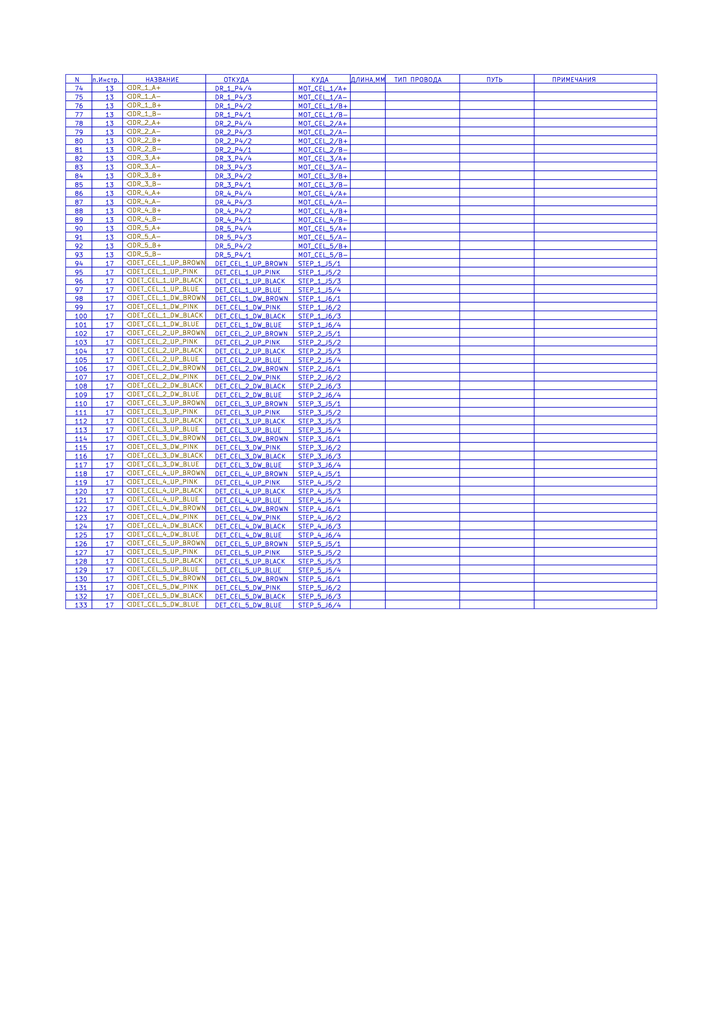
<source format=kicad_sch>
(kicad_sch
	(version 20231120)
	(generator "eeschema")
	(generator_version "8.0")
	(uuid "38b9ada3-25b0-4ac8-90e9-ef77871dc803")
	(paper "A4" portrait)
	(lib_symbols)
	(rectangle
		(start 101.6 41.91)
		(end 111.76 44.45)
		(stroke
			(width 0)
			(type default)
		)
		(fill
			(type none)
		)
		(uuid 0035cc45-7814-4f19-8572-d86cafff10c7)
	)
	(rectangle
		(start 35.56 143.51)
		(end 59.69 146.05)
		(stroke
			(width 0)
			(type default)
		)
		(fill
			(type none)
		)
		(uuid 00731676-fecb-4314-8130-5ce37152b1eb)
	)
	(rectangle
		(start 133.35 36.83)
		(end 154.94 39.37)
		(stroke
			(width 0)
			(type default)
		)
		(fill
			(type none)
		)
		(uuid 009e46a8-f592-4c9a-a9ae-528a8d0f4189)
	)
	(rectangle
		(start 19.05 44.45)
		(end 26.67 46.99)
		(stroke
			(width 0)
			(type default)
		)
		(fill
			(type none)
		)
		(uuid 00d5e582-b6e7-4c77-a6dd-6acb8d41814d)
	)
	(rectangle
		(start 133.35 54.61)
		(end 154.94 57.15)
		(stroke
			(width 0)
			(type default)
		)
		(fill
			(type none)
		)
		(uuid 012d7ecd-2823-448c-8c75-6ea3a5c52b0d)
	)
	(rectangle
		(start 26.67 44.45)
		(end 35.56 46.99)
		(stroke
			(width 0)
			(type default)
		)
		(fill
			(type none)
		)
		(uuid 0130f233-5dba-470d-8d36-1994054817fd)
	)
	(rectangle
		(start 19.05 59.69)
		(end 26.67 62.23)
		(stroke
			(width 0)
			(type default)
		)
		(fill
			(type none)
		)
		(uuid 01968677-8f5b-4597-b9d9-80d167b1c63f)
	)
	(rectangle
		(start 101.6 100.33)
		(end 111.76 102.87)
		(stroke
			(width 0)
			(type default)
		)
		(fill
			(type none)
		)
		(uuid 01c71912-f195-43e1-8197-c7f980dc884b)
	)
	(rectangle
		(start 101.6 90.17)
		(end 111.76 92.71)
		(stroke
			(width 0)
			(type default)
		)
		(fill
			(type none)
		)
		(uuid 02e0ab48-affa-407f-b3a8-2896f504e0cc)
	)
	(rectangle
		(start 85.09 39.37)
		(end 101.6 41.91)
		(stroke
			(width 0)
			(type default)
		)
		(fill
			(type none)
		)
		(uuid 02f5df4f-d1be-488c-b9eb-e07f71a5cb7c)
	)
	(rectangle
		(start 35.56 95.25)
		(end 59.69 97.79)
		(stroke
			(width 0)
			(type default)
		)
		(fill
			(type none)
		)
		(uuid 032a498b-7d3b-4102-b517-b60a63483222)
	)
	(rectangle
		(start 35.56 171.45)
		(end 59.69 173.99)
		(stroke
			(width 0)
			(type default)
		)
		(fill
			(type none)
		)
		(uuid 035cfc03-5936-4fe0-bffd-578325a81f5c)
	)
	(rectangle
		(start 19.05 24.13)
		(end 26.67 26.67)
		(stroke
			(width 0)
			(type default)
		)
		(fill
			(type none)
		)
		(uuid 037605a9-7a50-45d9-b0bc-8cd8b496cc09)
	)
	(rectangle
		(start 59.69 158.75)
		(end 85.09 161.29)
		(stroke
			(width 0)
			(type default)
		)
		(fill
			(type none)
		)
		(uuid 03d647e3-d318-460c-8a37-dc711f9e8ced)
	)
	(rectangle
		(start 19.05 153.67)
		(end 26.67 156.21)
		(stroke
			(width 0)
			(type default)
		)
		(fill
			(type none)
		)
		(uuid 04577ad8-3a9e-4987-9390-02769e42232f)
	)
	(rectangle
		(start 154.94 158.75)
		(end 190.5 161.29)
		(stroke
			(width 0)
			(type default)
		)
		(fill
			(type none)
		)
		(uuid 0471de8f-40a5-46da-9ed8-bdabfda17080)
	)
	(rectangle
		(start 111.76 67.31)
		(end 133.35 69.85)
		(stroke
			(width 0)
			(type default)
		)
		(fill
			(type none)
		)
		(uuid 0488d63b-7752-4cce-a1b1-823745d4469a)
	)
	(rectangle
		(start 154.94 72.39)
		(end 190.5 74.93)
		(stroke
			(width 0)
			(type default)
		)
		(fill
			(type none)
		)
		(uuid 048e0a15-c542-491e-ae69-37a7b73a6bbe)
	)
	(rectangle
		(start 59.69 138.43)
		(end 85.09 140.97)
		(stroke
			(width 0)
			(type default)
		)
		(fill
			(type none)
		)
		(uuid 05f0fc8f-cfe3-49d4-a668-864e0853e39a)
	)
	(rectangle
		(start 35.56 156.21)
		(end 59.69 158.75)
		(stroke
			(width 0)
			(type default)
		)
		(fill
			(type none)
		)
		(uuid 0666a6ba-df1e-49f4-b803-95a483903cd5)
	)
	(rectangle
		(start 59.69 21.59)
		(end 85.09 24.13)
		(stroke
			(width 0)
			(type default)
		)
		(fill
			(type none)
		)
		(uuid 06c86e35-f24d-4ab8-9e92-38e6f5560013)
	)
	(rectangle
		(start 154.94 100.33)
		(end 190.5 102.87)
		(stroke
			(width 0)
			(type default)
		)
		(fill
			(type none)
		)
		(uuid 08cbb9cd-7b81-4ad5-9667-68fd54d7cbcb)
	)
	(rectangle
		(start 26.67 128.27)
		(end 35.56 130.81)
		(stroke
			(width 0)
			(type default)
		)
		(fill
			(type none)
		)
		(uuid 09e21f73-d621-4548-8360-ad7340184e43)
	)
	(rectangle
		(start 101.6 87.63)
		(end 111.76 90.17)
		(stroke
			(width 0)
			(type default)
		)
		(fill
			(type none)
		)
		(uuid 0a3cd50a-0fc1-4b05-bcd4-1f26278d9f25)
	)
	(rectangle
		(start 133.35 26.67)
		(end 154.94 29.21)
		(stroke
			(width 0)
			(type default)
		)
		(fill
			(type none)
		)
		(uuid 0a40c5f8-7233-4452-9852-c20506fce5c5)
	)
	(rectangle
		(start 101.6 173.99)
		(end 111.76 176.53)
		(stroke
			(width 0)
			(type default)
		)
		(fill
			(type none)
		)
		(uuid 0a77eca2-80be-4a74-9e76-e3d9a169c6dd)
	)
	(rectangle
		(start 101.6 140.97)
		(end 111.76 143.51)
		(stroke
			(width 0)
			(type default)
		)
		(fill
			(type none)
		)
		(uuid 0a79d7d2-e21c-476c-91e2-4f5b27858bb9)
	)
	(rectangle
		(start 19.05 46.99)
		(end 26.67 49.53)
		(stroke
			(width 0)
			(type default)
		)
		(fill
			(type none)
		)
		(uuid 0aa27b54-a364-48c8-a6ec-1487565f061e)
	)
	(rectangle
		(start 59.69 74.93)
		(end 85.09 77.47)
		(stroke
			(width 0)
			(type default)
		)
		(fill
			(type none)
		)
		(uuid 0bd59669-55be-4780-ab45-90440872cac9)
	)
	(rectangle
		(start 101.6 135.89)
		(end 111.76 138.43)
		(stroke
			(width 0)
			(type default)
		)
		(fill
			(type none)
		)
		(uuid 0be1cf61-f07f-419e-864d-0addb1921313)
	)
	(rectangle
		(start 19.05 133.35)
		(end 26.67 135.89)
		(stroke
			(width 0)
			(type default)
		)
		(fill
			(type none)
		)
		(uuid 0c073fc8-3870-464d-b9ca-7513879c95b9)
	)
	(rectangle
		(start 26.67 72.39)
		(end 35.56 74.93)
		(stroke
			(width 0)
			(type default)
		)
		(fill
			(type none)
		)
		(uuid 0c895a38-de68-4434-8882-bb197e5024cf)
	)
	(rectangle
		(start 59.69 105.41)
		(end 85.09 107.95)
		(stroke
			(width 0)
			(type default)
		)
		(fill
			(type none)
		)
		(uuid 0cb046a6-6d41-4db5-938f-e28cb62d6011)
	)
	(rectangle
		(start 19.05 67.31)
		(end 26.67 69.85)
		(stroke
			(width 0)
			(type default)
		)
		(fill
			(type none)
		)
		(uuid 0d9cff34-2728-4546-a075-f1855f87bf37)
	)
	(rectangle
		(start 35.56 120.65)
		(end 59.69 123.19)
		(stroke
			(width 0)
			(type default)
		)
		(fill
			(type none)
		)
		(uuid 0e2f5364-392a-4227-89a6-261e1b126f0f)
	)
	(rectangle
		(start 59.69 87.63)
		(end 85.09 90.17)
		(stroke
			(width 0)
			(type default)
		)
		(fill
			(type none)
		)
		(uuid 0e97facf-4f3b-4b6b-b975-341303efd505)
	)
	(rectangle
		(start 133.35 85.09)
		(end 154.94 87.63)
		(stroke
			(width 0)
			(type default)
		)
		(fill
			(type none)
		)
		(uuid 0ea550e6-0158-4f7f-9ea7-01e40fdf295a)
	)
	(rectangle
		(start 154.94 138.43)
		(end 190.5 140.97)
		(stroke
			(width 0)
			(type default)
		)
		(fill
			(type none)
		)
		(uuid 0ef98725-fd7f-428b-912d-503b84335024)
	)
	(rectangle
		(start 59.69 49.53)
		(end 85.09 52.07)
		(stroke
			(width 0)
			(type default)
		)
		(fill
			(type none)
		)
		(uuid 0f1598e3-f8fe-4e0b-b789-4e42dd298b67)
	)
	(rectangle
		(start 111.76 29.21)
		(end 133.35 31.75)
		(stroke
			(width 0)
			(type default)
		)
		(fill
			(type none)
		)
		(uuid 0f595b61-2b4a-425c-a320-5e2c892fdc77)
	)
	(rectangle
		(start 154.94 82.55)
		(end 190.5 85.09)
		(stroke
			(width 0)
			(type default)
		)
		(fill
			(type none)
		)
		(uuid 0f885c2c-0017-4d7b-a51c-89f35fc533ff)
	)
	(rectangle
		(start 101.6 107.95)
		(end 111.76 110.49)
		(stroke
			(width 0)
			(type default)
		)
		(fill
			(type none)
		)
		(uuid 0ff75864-676f-45fa-8f56-51d818746044)
	)
	(rectangle
		(start 101.6 36.83)
		(end 111.76 39.37)
		(stroke
			(width 0)
			(type default)
		)
		(fill
			(type none)
		)
		(uuid 104907e1-e8a2-47aa-8e91-fc9ec9d65161)
	)
	(rectangle
		(start 59.69 29.21)
		(end 85.09 31.75)
		(stroke
			(width 0)
			(type default)
		)
		(fill
			(type none)
		)
		(uuid 109f0ca6-619b-4687-933d-71999f48e379)
	)
	(rectangle
		(start 111.76 31.75)
		(end 133.35 34.29)
		(stroke
			(width 0)
			(type default)
		)
		(fill
			(type none)
		)
		(uuid 111b4c92-0aa0-4429-94fb-c21450c74d54)
	)
	(rectangle
		(start 19.05 52.07)
		(end 26.67 54.61)
		(stroke
			(width 0)
			(type default)
		)
		(fill
			(type none)
		)
		(uuid 1220956b-0e25-4e19-bd10-6dc707e42305)
	)
	(rectangle
		(start 59.69 120.65)
		(end 85.09 123.19)
		(stroke
			(width 0)
			(type default)
		)
		(fill
			(type none)
		)
		(uuid 140a107e-9e35-4116-9b7e-2fd4eeb6176b)
	)
	(rectangle
		(start 85.09 161.29)
		(end 101.6 163.83)
		(stroke
			(width 0)
			(type default)
		)
		(fill
			(type none)
		)
		(uuid 1435def1-15ad-4a78-b405-9ed452df9b85)
	)
	(rectangle
		(start 26.67 148.59)
		(end 35.56 151.13)
		(stroke
			(width 0)
			(type default)
		)
		(fill
			(type none)
		)
		(uuid 14769e21-3c9b-4ac3-9a4b-4e9b7508c238)
	)
	(rectangle
		(start 85.09 64.77)
		(end 101.6 67.31)
		(stroke
			(width 0)
			(type default)
		)
		(fill
			(type none)
		)
		(uuid 14e55fd0-44e9-47b8-b833-ffbd8879ac9e)
	)
	(rectangle
		(start 19.05 146.05)
		(end 26.67 148.59)
		(stroke
			(width 0)
			(type default)
		)
		(fill
			(type none)
		)
		(uuid 152eaf93-f99c-4649-a908-3bdc1911fa7f)
	)
	(rectangle
		(start 26.67 29.21)
		(end 35.56 31.75)
		(stroke
			(width 0)
			(type default)
		)
		(fill
			(type none)
		)
		(uuid 1550f707-e0bf-4e87-8d42-377c3ac88d34)
	)
	(rectangle
		(start 35.56 82.55)
		(end 59.69 85.09)
		(stroke
			(width 0)
			(type default)
		)
		(fill
			(type none)
		)
		(uuid 156283e7-eebd-443c-9518-5252c622ce80)
	)
	(rectangle
		(start 19.05 62.23)
		(end 26.67 64.77)
		(stroke
			(width 0)
			(type default)
		)
		(fill
			(type none)
		)
		(uuid 15b0b7fa-346c-4b7c-817d-0642177af8c5)
	)
	(rectangle
		(start 26.67 54.61)
		(end 35.56 57.15)
		(stroke
			(width 0)
			(type default)
		)
		(fill
			(type none)
		)
		(uuid 15d3e361-863c-4bc6-a31b-7e97fdc4ef28)
	)
	(rectangle
		(start 154.94 44.45)
		(end 190.5 46.99)
		(stroke
			(width 0)
			(type default)
		)
		(fill
			(type none)
		)
		(uuid 1686d7e5-05cd-42bb-906d-0074be3a8a01)
	)
	(rectangle
		(start 85.09 120.65)
		(end 101.6 123.19)
		(stroke
			(width 0)
			(type default)
		)
		(fill
			(type none)
		)
		(uuid 16f35aeb-ab9d-4a5c-8af2-b9a915703a67)
	)
	(rectangle
		(start 26.67 57.15)
		(end 35.56 59.69)
		(stroke
			(width 0)
			(type default)
		)
		(fill
			(type none)
		)
		(uuid 176d6696-46fc-4e8f-8313-292507f747c4)
	)
	(rectangle
		(start 59.69 64.77)
		(end 85.09 67.31)
		(stroke
			(width 0)
			(type default)
		)
		(fill
			(type none)
		)
		(uuid 17b05fb9-41b6-4bd8-b57d-e352b1ba33af)
	)
	(rectangle
		(start 59.69 143.51)
		(end 85.09 146.05)
		(stroke
			(width 0)
			(type default)
		)
		(fill
			(type none)
		)
		(uuid 18590633-a450-4803-9185-d4b6cb106732)
	)
	(rectangle
		(start 133.35 39.37)
		(end 154.94 41.91)
		(stroke
			(width 0)
			(type default)
		)
		(fill
			(type none)
		)
		(uuid 18c8e9d0-1b09-4051-9c11-091edd540d6b)
	)
	(rectangle
		(start 26.67 120.65)
		(end 35.56 123.19)
		(stroke
			(width 0)
			(type default)
		)
		(fill
			(type none)
		)
		(uuid 192bc456-d981-4b3c-ba13-7655a22c8e4e)
	)
	(rectangle
		(start 26.67 77.47)
		(end 35.56 80.01)
		(stroke
			(width 0)
			(type default)
		)
		(fill
			(type none)
		)
		(uuid 19f1b115-0558-4cf4-9a74-56bf0f81cbed)
	)
	(rectangle
		(start 59.69 163.83)
		(end 85.09 166.37)
		(stroke
			(width 0)
			(type default)
		)
		(fill
			(type none)
		)
		(uuid 1b7d1128-d174-46e5-8453-516306e0e010)
	)
	(rectangle
		(start 19.05 21.59)
		(end 26.67 24.13)
		(stroke
			(width 0)
			(type default)
		)
		(fill
			(type none)
		)
		(uuid 1c0ea0a7-c57a-4370-8d3e-22597b4c1473)
	)
	(rectangle
		(start 133.35 158.75)
		(end 154.94 161.29)
		(stroke
			(width 0)
			(type default)
		)
		(fill
			(type none)
		)
		(uuid 1c4553f1-78e2-4020-8628-0cf85020a4cb)
	)
	(rectangle
		(start 59.69 34.29)
		(end 85.09 36.83)
		(stroke
			(width 0)
			(type default)
		)
		(fill
			(type none)
		)
		(uuid 1d41fd5a-2d67-412a-a559-7ae8852d5aaa)
	)
	(rectangle
		(start 35.56 69.85)
		(end 59.69 67.31)
		(stroke
			(width 0)
			(type default)
		)
		(fill
			(type none)
		)
		(uuid 1daeabc7-e99c-4375-85c1-08ff426388e5)
	)
	(rectangle
		(start 101.6 120.65)
		(end 111.76 123.19)
		(stroke
			(width 0)
			(type default)
		)
		(fill
			(type none)
		)
		(uuid 1dc20406-419b-4ae8-a748-a4d5269aa58f)
	)
	(rectangle
		(start 26.67 105.41)
		(end 35.56 107.95)
		(stroke
			(width 0)
			(type default)
		)
		(fill
			(type none)
		)
		(uuid 1e2c4c41-589f-4854-86b3-161cf76e27ae)
	)
	(rectangle
		(start 35.56 168.91)
		(end 59.69 171.45)
		(stroke
			(width 0)
			(type default)
		)
		(fill
			(type none)
		)
		(uuid 1e5088f6-e520-4c9c-91e6-2e6957fa0525)
	)
	(rectangle
		(start 85.09 34.29)
		(end 101.6 36.83)
		(stroke
			(width 0)
			(type default)
		)
		(fill
			(type none)
		)
		(uuid 20ac9ff3-464e-4c4a-a309-357a4386b07f)
	)
	(rectangle
		(start 19.05 102.87)
		(end 26.67 105.41)
		(stroke
			(width 0)
			(type default)
		)
		(fill
			(type none)
		)
		(uuid 213a004d-58ef-49db-999e-b9eb6066c5ce)
	)
	(rectangle
		(start 85.09 171.45)
		(end 101.6 173.99)
		(stroke
			(width 0)
			(type default)
		)
		(fill
			(type none)
		)
		(uuid 230df051-62c7-416e-a6a4-9f207db42fa8)
	)
	(rectangle
		(start 59.69 166.37)
		(end 85.09 168.91)
		(stroke
			(width 0)
			(type default)
		)
		(fill
			(type none)
		)
		(uuid 23b26533-f4aa-41f1-8c33-6c0e418296b7)
	)
	(rectangle
		(start 35.56 125.73)
		(end 59.69 128.27)
		(stroke
			(width 0)
			(type default)
		)
		(fill
			(type none)
		)
		(uuid 23f0ccbf-20b3-4115-8635-cd14b9e6fcbc)
	)
	(rectangle
		(start 101.6 57.15)
		(end 111.76 59.69)
		(stroke
			(width 0)
			(type default)
		)
		(fill
			(type none)
		)
		(uuid 248522fc-ad0e-42a7-af05-1f8291b31408)
	)
	(rectangle
		(start 85.09 156.21)
		(end 101.6 158.75)
		(stroke
			(width 0)
			(type default)
		)
		(fill
			(type none)
		)
		(uuid 2489926a-bf67-4299-b270-b583398663bf)
	)
	(rectangle
		(start 101.6 148.59)
		(end 111.76 151.13)
		(stroke
			(width 0)
			(type default)
		)
		(fill
			(type none)
		)
		(uuid 24d75252-de8c-4408-aba4-5b2fdfd5472f)
	)
	(rectangle
		(start 35.56 87.63)
		(end 59.69 90.17)
		(stroke
			(width 0)
			(type default)
		)
		(fill
			(type none)
		)
		(uuid 25008ec8-52fe-43d1-8acf-96f1cad9ce83)
	)
	(rectangle
		(start 59.69 171.45)
		(end 85.09 173.99)
		(stroke
			(width 0)
			(type default)
		)
		(fill
			(type none)
		)
		(uuid 2531c56b-7b86-4348-9bc0-f93191ad2fd5)
	)
	(rectangle
		(start 59.69 44.45)
		(end 85.09 46.99)
		(stroke
			(width 0)
			(type default)
		)
		(fill
			(type none)
		)
		(uuid 264a8413-3781-470b-a832-cac3eb460123)
	)
	(rectangle
		(start 154.94 59.69)
		(end 190.5 62.23)
		(stroke
			(width 0)
			(type default)
		)
		(fill
			(type none)
		)
		(uuid 26b78fb4-86aa-46ec-bdb8-9645a488ba0a)
	)
	(rectangle
		(start 59.69 52.07)
		(end 85.09 54.61)
		(stroke
			(width 0)
			(type default)
		)
		(fill
			(type none)
		)
		(uuid 27641665-ccab-46a3-bd34-30c9fac4d20b)
	)
	(rectangle
		(start 101.6 44.45)
		(end 111.76 46.99)
		(stroke
			(width 0)
			(type default)
		)
		(fill
			(type none)
		)
		(uuid 283819df-d6e7-4ded-801c-2adbd082fade)
	)
	(rectangle
		(start 101.6 128.27)
		(end 111.76 130.81)
		(stroke
			(width 0)
			(type default)
		)
		(fill
			(type none)
		)
		(uuid 2838b0f8-1aef-449c-a425-5bdbf74cdad4)
	)
	(rectangle
		(start 133.35 46.99)
		(end 154.94 49.53)
		(stroke
			(width 0)
			(type default)
		)
		(fill
			(type none)
		)
		(uuid 283b1235-0e5f-4d2f-852d-b00b2944220f)
	)
	(rectangle
		(start 35.56 90.17)
		(end 59.69 92.71)
		(stroke
			(width 0)
			(type default)
		)
		(fill
			(type none)
		)
		(uuid 289ffbdb-0593-498a-ab38-3509c9b367aa)
	)
	(rectangle
		(start 19.05 49.53)
		(end 26.67 52.07)
		(stroke
			(width 0)
			(type default)
		)
		(fill
			(type none)
		)
		(uuid 29d1f749-014d-456e-9a75-c2178b22e1ce)
	)
	(rectangle
		(start 19.05 64.77)
		(end 26.67 67.31)
		(stroke
			(width 0)
			(type default)
		)
		(fill
			(type none)
		)
		(uuid 2a006fda-1bd7-4096-ab69-c1d194a70ae2)
	)
	(rectangle
		(start 26.67 100.33)
		(end 35.56 102.87)
		(stroke
			(width 0)
			(type default)
		)
		(fill
			(type none)
		)
		(uuid 2a0e5043-3de2-4551-9c0e-9929a75de828)
	)
	(rectangle
		(start 133.35 118.11)
		(end 154.94 120.65)
		(stroke
			(width 0)
			(type default)
		)
		(fill
			(type none)
		)
		(uuid 2b3d8742-aca7-45f8-b808-73f173b74c5e)
	)
	(rectangle
		(start 101.6 64.77)
		(end 111.76 67.31)
		(stroke
			(width 0)
			(type default)
		)
		(fill
			(type none)
		)
		(uuid 2c5c5508-bc03-49b5-9094-f417f38bc310)
	)
	(rectangle
		(start 19.05 105.41)
		(end 26.67 107.95)
		(stroke
			(width 0)
			(type default)
		)
		(fill
			(type none)
		)
		(uuid 2ca1534b-f0d0-400a-aeba-6b3ce7f26a3a)
	)
	(rectangle
		(start 26.67 31.75)
		(end 35.56 34.29)
		(stroke
			(width 0)
			(type default)
		)
		(fill
			(type none)
		)
		(uuid 2d92cca3-b389-4a3c-bdc4-03115e82004b)
	)
	(rectangle
		(start 85.09 115.57)
		(end 101.6 118.11)
		(stroke
			(width 0)
			(type default)
		)
		(fill
			(type none)
		)
		(uuid 2da8b2f0-b205-4cc6-b9d6-d4f0f8057e98)
	)
	(rectangle
		(start 26.67 74.93)
		(end 35.56 77.47)
		(stroke
			(width 0)
			(type default)
		)
		(fill
			(type none)
		)
		(uuid 2e39758b-6605-4d3b-ac73-02ca20f5e75d)
	)
	(rectangle
		(start 59.69 90.17)
		(end 85.09 92.71)
		(stroke
			(width 0)
			(type default)
		)
		(fill
			(type none)
		)
		(uuid 2e5c874f-d0f0-4018-b804-a5839b9eb027)
	)
	(rectangle
		(start 19.05 138.43)
		(end 26.67 140.97)
		(stroke
			(width 0)
			(type default)
		)
		(fill
			(type none)
		)
		(uuid 2fc76325-27e3-47d7-8fad-71848fba680a)
	)
	(rectangle
		(start 133.35 173.99)
		(end 154.94 176.53)
		(stroke
			(width 0)
			(type default)
		)
		(fill
			(type none)
		)
		(uuid 3075099c-b7a4-4f78-b3e6-97e119e20abc)
	)
	(rectangle
		(start 133.35 140.97)
		(end 154.94 143.51)
		(stroke
			(width 0)
			(type default)
		)
		(fill
			(type none)
		)
		(uuid 30cc5c13-54d8-482a-87e4-f2ef86ded877)
	)
	(rectangle
		(start 101.6 39.37)
		(end 111.76 41.91)
		(stroke
			(width 0)
			(type default)
		)
		(fill
			(type none)
		)
		(uuid 33105e94-3229-4ed5-96ba-3971849a1476)
	)
	(rectangle
		(start 19.05 163.83)
		(end 26.67 166.37)
		(stroke
			(width 0)
			(type default)
		)
		(fill
			(type none)
		)
		(uuid 33f77b8f-9d68-46f1-af2d-f3bf55d24218)
	)
	(rectangle
		(start 19.05 92.71)
		(end 26.67 95.25)
		(stroke
			(width 0)
			(type default)
		)
		(fill
			(type none)
		)
		(uuid 3420d095-81d8-4534-8b97-d8e6f6b745f1)
	)
	(rectangle
		(start 19.05 85.09)
		(end 26.67 87.63)
		(stroke
			(width 0)
			(type default)
		)
		(fill
			(type none)
		)
		(uuid 34a5c205-5513-4c70-b7ed-4dd4619477b9)
	)
	(rectangle
		(start 101.6 29.21)
		(end 111.76 31.75)
		(stroke
			(width 0)
			(type default)
		)
		(fill
			(type none)
		)
		(uuid 34f6f938-a8ab-425e-b8d7-38dd6ea8f5c3)
	)
	(rectangle
		(start 154.94 161.29)
		(end 190.5 163.83)
		(stroke
			(width 0)
			(type default)
		)
		(fill
			(type none)
		)
		(uuid 35785c67-781f-4da2-8f29-6e378abe8bc7)
	)
	(rectangle
		(start 19.05 173.99)
		(end 26.67 176.53)
		(stroke
			(width 0)
			(type default)
		)
		(fill
			(type none)
		)
		(uuid 36c4b8c9-5923-4d36-9fbf-5d731a1cde1a)
	)
	(rectangle
		(start 26.67 125.73)
		(end 35.56 128.27)
		(stroke
			(width 0)
			(type default)
		)
		(fill
			(type none)
		)
		(uuid 36c5e547-9312-424c-a49f-1cdd929124c2)
	)
	(rectangle
		(start 35.56 34.29)
		(end 59.69 31.75)
		(stroke
			(width 0)
			(type default)
		)
		(fill
			(type none)
		)
		(uuid 375c5d88-99ee-4cd0-bc70-e78c9c33a57a)
	)
	(rectangle
		(start 133.35 82.55)
		(end 154.94 85.09)
		(stroke
			(width 0)
			(type default)
		)
		(fill
			(type none)
		)
		(uuid 3783f7ff-7357-4896-9a11-25c565e01972)
	)
	(rectangle
		(start 154.94 34.29)
		(end 190.5 36.83)
		(stroke
			(width 0)
			(type default)
		)
		(fill
			(type none)
		)
		(uuid 37f01f68-c433-4bbc-9112-df3667956ac8)
	)
	(rectangle
		(start 133.35 62.23)
		(end 154.94 64.77)
		(stroke
			(width 0)
			(type default)
		)
		(fill
			(type none)
		)
		(uuid 382a949d-1dff-409c-a830-003247bee3d7)
	)
	(rectangle
		(start 154.94 54.61)
		(end 190.5 57.15)
		(stroke
			(width 0)
			(type default)
		)
		(fill
			(type none)
		)
		(uuid 385ee364-eb28-4b78-b994-4b36df3e2057)
	)
	(rectangle
		(start 19.05 90.17)
		(end 26.67 92.71)
		(stroke
			(width 0)
			(type default)
		)
		(fill
			(type none)
		)
		(uuid 38ff9b2f-ffae-4022-9c3b-eb9cce75c5a3)
	)
	(rectangle
		(start 35.56 130.81)
		(end 59.69 133.35)
		(stroke
			(width 0)
			(type default)
		)
		(fill
			(type none)
		)
		(uuid 3903eaea-7aab-4fc0-884a-22d4012f4209)
	)
	(rectangle
		(start 101.6 171.45)
		(end 111.76 173.99)
		(stroke
			(width 0)
			(type default)
		)
		(fill
			(type none)
		)
		(uuid 39cdb98b-73ab-4a18-85dc-0b44e1e56e4c)
	)
	(rectangle
		(start 111.76 74.93)
		(end 133.35 77.47)
		(stroke
			(width 0)
			(type default)
		)
		(fill
			(type none)
		)
		(uuid 3a75a400-7ad4-4af6-8f8d-bd247296add9)
	)
	(rectangle
		(start 111.76 133.35)
		(end 133.35 135.89)
		(stroke
			(width 0)
			(type default)
		)
		(fill
			(type none)
		)
		(uuid 3aee32d1-5d8d-48a4-83bc-dc004a63c66a)
	)
	(rectangle
		(start 26.67 168.91)
		(end 35.56 171.45)
		(stroke
			(width 0)
			(type default)
		)
		(fill
			(type none)
		)
		(uuid 3b0f39ca-1f22-4601-9158-2f51b6d34fc1)
	)
	(rectangle
		(start 26.67 87.63)
		(end 35.56 90.17)
		(stroke
			(width 0)
			(type default)
		)
		(fill
			(type none)
		)
		(uuid 3b4c776c-d75a-4cf8-b286-cf63ad1ec3e9)
	)
	(rectangle
		(start 26.67 161.29)
		(end 35.56 163.83)
		(stroke
			(width 0)
			(type default)
		)
		(fill
			(type none)
		)
		(uuid 3b73a3ed-a1ad-45b4-a4a6-54c9ab7a9df4)
	)
	(rectangle
		(start 154.94 74.93)
		(end 190.5 77.47)
		(stroke
			(width 0)
			(type default)
		)
		(fill
			(type none)
		)
		(uuid 3bf01914-ffb1-404f-9aea-4f7ba608f9d2)
	)
	(rectangle
		(start 85.09 102.87)
		(end 101.6 105.41)
		(stroke
			(width 0)
			(type default)
		)
		(fill
			(type none)
		)
		(uuid 3cbdd093-2dec-4f41-bdc8-b106292be10f)
	)
	(rectangle
		(start 111.76 92.71)
		(end 133.35 95.25)
		(stroke
			(width 0)
			(type default)
		)
		(fill
			(type none)
		)
		(uuid 3cec2205-9111-4489-986a-b417aca89ec2)
	)
	(rectangle
		(start 133.35 166.37)
		(end 154.94 168.91)
		(stroke
			(width 0)
			(type default)
		)
		(fill
			(type none)
		)
		(uuid 3d203e22-5864-4d46-9b11-c327f3a1a58e)
	)
	(rectangle
		(start 133.35 161.29)
		(end 154.94 163.83)
		(stroke
			(width 0)
			(type default)
		)
		(fill
			(type none)
		)
		(uuid 3d4b6c44-4544-4fbd-a2b4-35ba81f98841)
	)
	(rectangle
		(start 35.56 118.11)
		(end 59.69 120.65)
		(stroke
			(width 0)
			(type default)
		)
		(fill
			(type none)
		)
		(uuid 3db3921c-ccd8-40a2-ad61-67cd1419a705)
	)
	(rectangle
		(start 154.94 46.99)
		(end 190.5 49.53)
		(stroke
			(width 0)
			(type default)
		)
		(fill
			(type none)
		)
		(uuid 3dbdaa69-cc4b-402d-a59c-88ef0a129dfb)
	)
	(rectangle
		(start 111.76 161.29)
		(end 133.35 163.83)
		(stroke
			(width 0)
			(type default)
		)
		(fill
			(type none)
		)
		(uuid 3e315a64-5028-4dc3-a6ce-1932904caf95)
	)
	(rectangle
		(start 85.09 62.23)
		(end 101.6 64.77)
		(stroke
			(width 0)
			(type default)
		)
		(fill
			(type none)
		)
		(uuid 3f320e99-e052-4942-bcf5-8470071ced23)
	)
	(rectangle
		(start 19.05 41.91)
		(end 26.67 44.45)
		(stroke
			(width 0)
			(type default)
		)
		(fill
			(type none)
		)
		(uuid 3f326ecf-226b-4040-9f83-6f000ea35c3a)
	)
	(rectangle
		(start 59.69 24.13)
		(end 85.09 26.67)
		(stroke
			(width 0)
			(type default)
		)
		(fill
			(type none)
		)
		(uuid 3f6d3000-abdb-438b-9b25-d1f98cd62240)
	)
	(rectangle
		(start 35.56 39.37)
		(end 59.69 36.83)
		(stroke
			(width 0)
			(type default)
		)
		(fill
			(type none)
		)
		(uuid 3fa3de2f-1c16-4444-823a-e50d4645ff53)
	)
	(rectangle
		(start 59.69 54.61)
		(end 85.09 57.15)
		(stroke
			(width 0)
			(type default)
		)
		(fill
			(type none)
		)
		(uuid 40f59c0b-a930-4ede-8e62-07cb73b3bc20)
	)
	(rectangle
		(start 133.35 34.29)
		(end 154.94 36.83)
		(stroke
			(width 0)
			(type default)
		)
		(fill
			(type none)
		)
		(uuid 420b6bad-3797-4c33-9a78-b1995bd6228a)
	)
	(rectangle
		(start 154.94 107.95)
		(end 190.5 110.49)
		(stroke
			(width 0)
			(type default)
		)
		(fill
			(type none)
		)
		(uuid 421ed925-6acc-47a6-8d6b-8ee3a085457f)
	)
	(rectangle
		(start 154.94 151.13)
		(end 190.5 153.67)
		(stroke
			(width 0)
			(type default)
		)
		(fill
			(type none)
		)
		(uuid 42716fb4-a1b8-473a-bc5a-d55b0cdb3da8)
	)
	(rectangle
		(start 101.6 85.09)
		(end 111.76 87.63)
		(stroke
			(width 0)
			(type default)
		)
		(fill
			(type none)
		)
		(uuid 4318748b-a198-47d6-967f-01f13c60061b)
	)
	(rectangle
		(start 133.35 138.43)
		(end 154.94 140.97)
		(stroke
			(width 0)
			(type default)
		)
		(fill
			(type none)
		)
		(uuid 431eb4a4-4c4f-4e13-b125-bde417e9d331)
	)
	(rectangle
		(start 19.05 123.19)
		(end 26.67 125.73)
		(stroke
			(width 0)
			(type default)
		)
		(fill
			(type none)
		)
		(uuid 453eb3f1-1936-47ce-9405-f6317712aa97)
	)
	(rectangle
		(start 35.56 26.67)
		(end 59.69 24.13)
		(stroke
			(width 0)
			(type default)
		)
		(fill
			(type none)
		)
		(uuid 4540afdb-a98f-43d1-adb5-e02841475c0d)
	)
	(rectangle
		(start 85.09 151.13)
		(end 101.6 153.67)
		(stroke
			(width 0)
			(type default)
		)
		(fill
			(type none)
		)
		(uuid 468d141d-1f2e-43b0-a5bc-e5a982fa3bb4)
	)
	(rectangle
		(start 19.05 77.47)
		(end 26.67 80.01)
		(stroke
			(width 0)
			(type default)
		)
		(fill
			(type none)
		)
		(uuid 472ebf9c-a6a1-418c-b16f-bd8b690956ce)
	)
	(rectangle
		(start 19.05 36.83)
		(end 26.67 39.37)
		(stroke
			(width 0)
			(type default)
		)
		(fill
			(type none)
		)
		(uuid 47c6c006-7b72-47a2-878a-4bd1b35ec0a7)
	)
	(rectangle
		(start 59.69 36.83)
		(end 85.09 39.37)
		(stroke
			(width 0)
			(type default)
		)
		(fill
			(type none)
		)
		(uuid 4820ae35-c64e-4721-a85d-8947d42ce71c)
	)
	(rectangle
		(start 59.69 133.35)
		(end 85.09 135.89)
		(stroke
			(width 0)
			(type default)
		)
		(fill
			(type none)
		)
		(uuid 495d1d71-53ca-4d7f-86db-2c9b7a55693a)
	)
	(rectangle
		(start 85.09 158.75)
		(end 101.6 161.29)
		(stroke
			(width 0)
			(type default)
		)
		(fill
			(type none)
		)
		(uuid 4a6a0a59-ec3d-415f-af09-d3e4379e339e)
	)
	(rectangle
		(start 101.6 110.49)
		(end 111.76 113.03)
		(stroke
			(width 0)
			(type default)
		)
		(fill
			(type none)
		)
		(uuid 4ac61a50-51d3-46cd-b2d4-415cdce9e8f0)
	)
	(rectangle
		(start 133.35 59.69)
		(end 154.94 62.23)
		(stroke
			(width 0)
			(type default)
		)
		(fill
			(type none)
		)
		(uuid 4b149109-9ea7-455e-a291-b4cb069af80d)
	)
	(rectangle
		(start 59.69 148.59)
		(end 85.09 151.13)
		(stroke
			(width 0)
			(type default)
		)
		(fill
			(type none)
		)
		(uuid 4b89f960-38cf-432c-a72c-27959b98d8d2)
	)
	(rectangle
		(start 35.56 39.37)
		(end 59.69 41.91)
		(stroke
			(width 0)
			(type default)
		)
		(fill
			(type none)
		)
		(uuid 4bcb0787-977d-4b29-bb45-8f8e219087ea)
	)
	(rectangle
		(start 111.76 41.91)
		(end 133.35 44.45)
		(stroke
			(width 0)
			(type default)
		)
		(fill
			(type none)
		)
		(uuid 4bdb0c08-7e5d-424f-9897-3612d5abdc20)
	)
	(rectangle
		(start 59.69 173.99)
		(end 85.09 176.53)
		(stroke
			(width 0)
			(type default)
		)
		(fill
			(type none)
		)
		(uuid 4c56b6eb-b722-4f1b-8739-c07fe49b5840)
	)
	(rectangle
		(start 85.09 87.63)
		(end 101.6 90.17)
		(stroke
			(width 0)
			(type default)
		)
		(fill
			(type none)
		)
		(uuid 4c692fe5-1df6-4bd1-87db-54e6b2047760)
	)
	(rectangle
		(start 19.05 34.29)
		(end 26.67 36.83)
		(stroke
			(width 0)
			(type default)
		)
		(fill
			(type none)
		)
		(uuid 4c85a488-bf64-49a5-b4d5-576f13bb5a9a)
	)
	(rectangle
		(start 19.05 100.33)
		(end 26.67 102.87)
		(stroke
			(width 0)
			(type default)
		)
		(fill
			(type none)
		)
		(uuid 4cc1a16b-16fe-462e-b28c-2b5560d81215)
	)
	(rectangle
		(start 133.35 120.65)
		(end 154.94 123.19)
		(stroke
			(width 0)
			(type default)
		)
		(fill
			(type none)
		)
		(uuid 4da9ff30-9512-440f-95c4-fe2c9dfb59ae)
	)
	(rectangle
		(start 111.76 140.97)
		(end 133.35 143.51)
		(stroke
			(width 0)
			(type default)
		)
		(fill
			(type none)
		)
		(uuid 4dee584e-5bfe-4b85-adb1-5a29c8dfff0b)
	)
	(rectangle
		(start 26.67 143.51)
		(end 35.56 146.05)
		(stroke
			(width 0)
			(type default)
		)
		(fill
			(type none)
		)
		(uuid 4e1793a6-84d8-43e4-be9b-980fae494dda)
	)
	(rectangle
		(start 133.35 87.63)
		(end 154.94 90.17)
		(stroke
			(width 0)
			(type default)
		)
		(fill
			(type none)
		)
		(uuid 4ece7532-0316-4ac2-86be-815bcaf21171)
	)
	(rectangle
		(start 35.56 31.75)
		(end 59.69 29.21)
		(stroke
			(width 0)
			(type default)
		)
		(fill
			(type none)
		)
		(uuid 5025c65f-a2f3-4ea0-a5ff-b8f07770e9ae)
	)
	(rectangle
		(start 35.56 115.57)
		(end 59.69 118.11)
		(stroke
			(width 0)
			(type default)
		)
		(fill
			(type none)
		)
		(uuid 504716b6-c07b-44ee-8312-747ce79b6731)
	)
	(rectangle
		(start 154.94 173.99)
		(end 190.5 176.53)
		(stroke
			(width 0)
			(type default)
		)
		(fill
			(type none)
		)
		(uuid 50ab0683-83b3-46fa-b42e-e5adae9cc57c)
	)
	(rectangle
		(start 59.69 44.45)
		(end 85.09 46.99)
		(stroke
			(width 0)
			(type default)
		)
		(fill
			(type none)
		)
		(uuid 50b0efbf-c50b-4f27-abb8-28e37adf4d61)
	)
	(rectangle
		(start 133.35 52.07)
		(end 154.94 54.61)
		(stroke
			(width 0)
			(type default)
		)
		(fill
			(type none)
		)
		(uuid 50ca8974-b247-45ad-bb98-e29dc8918318)
	)
	(rectangle
		(start 133.35 57.15)
		(end 154.94 59.69)
		(stroke
			(width 0)
			(type default)
		)
		(fill
			(type none)
		)
		(uuid 50e23575-e861-41aa-8e29-1c25b2961167)
	)
	(rectangle
		(start 85.09 135.89)
		(end 101.6 138.43)
		(stroke
			(width 0)
			(type default)
		)
		(fill
			(type none)
		)
		(uuid 5193f849-29db-447c-9e08-af98a816e858)
	)
	(rectangle
		(start 133.35 100.33)
		(end 154.94 102.87)
		(stroke
			(width 0)
			(type default)
		)
		(fill
			(type none)
		)
		(uuid 5201cf43-538a-400f-9485-5915be4f6b36)
	)
	(rectangle
		(start 133.35 135.89)
		(end 154.94 138.43)
		(stroke
			(width 0)
			(type default)
		)
		(fill
			(type none)
		)
		(uuid 541b7ff3-b15c-4efa-af9c-dad5c4cea3eb)
	)
	(rectangle
		(start 111.76 62.23)
		(end 133.35 64.77)
		(stroke
			(width 0)
			(type default)
		)
		(fill
			(type none)
		)
		(uuid 54dea996-9b67-411d-a267-c42132e014a3)
	)
	(rectangle
		(start 19.05 29.21)
		(end 26.67 31.75)
		(stroke
			(width 0)
			(type default)
		)
		(fill
			(type none)
		)
		(uuid 54fc19c1-f15a-4e00-b1fd-dda2b6ea94f8)
	)
	(rectangle
		(start 111.76 153.67)
		(end 133.35 156.21)
		(stroke
			(width 0)
			(type default)
		)
		(fill
			(type none)
		)
		(uuid 55320bd1-a6da-43c2-91d0-3504eb127f18)
	)
	(rectangle
		(start 26.67 107.95)
		(end 35.56 110.49)
		(stroke
			(width 0)
			(type default)
		)
		(fill
			(type none)
		)
		(uuid 556a10cd-aa94-4125-8050-5c0aeed88f5c)
	)
	(rectangle
		(start 35.56 146.05)
		(end 59.69 148.59)
		(stroke
			(width 0)
			(type default)
		)
		(fill
			(type none)
		)
		(uuid 562ececb-b1e9-49a6-ae45-65acdcd10907)
	)
	(rectangle
		(start 133.35 102.87)
		(end 154.94 105.41)
		(stroke
			(width 0)
			(type default)
		)
		(fill
			(type none)
		)
		(uuid 565a44de-ed54-4cd8-9d83-4653714a12c4)
	)
	(rectangle
		(start 154.94 67.31)
		(end 190.5 69.85)
		(stroke
			(width 0)
			(type default)
		)
		(fill
			(type none)
		)
		(uuid 56fb6389-19af-4935-8b29-81ca4794a982)
	)
	(rectangle
		(start 85.09 123.19)
		(end 101.6 125.73)
		(stroke
			(width 0)
			(type default)
		)
		(fill
			(type none)
		)
		(uuid 5837e79d-f83e-4c5d-ad6d-9aa4cd3a759f)
	)
	(rectangle
		(start 111.76 87.63)
		(end 133.35 90.17)
		(stroke
			(width 0)
			(type default)
		)
		(fill
			(type none)
		)
		(uuid 583e9bdf-b7c4-4d29-a449-cfd2a5e3500c)
	)
	(rectangle
		(start 35.56 77.47)
		(end 59.69 80.01)
		(stroke
			(width 0)
			(type default)
		)
		(fill
			(type none)
		)
		(uuid 58512af8-180e-4bcc-a559-b4246e75b359)
	)
	(rectangle
		(start 85.09 29.21)
		(end 101.6 31.75)
		(stroke
			(width 0)
			(type default)
		)
		(fill
			(type none)
		)
		(uuid 58ae7ee5-f273-4dd7-825a-88ee325f06e3)
	)
	(rectangle
		(start 85.09 57.15)
		(end 101.6 59.69)
		(stroke
			(width 0)
			(type default)
		)
		(fill
			(type none)
		)
		(uuid 595dd937-1092-42c9-9752-a3872c805e08)
	)
	(rectangle
		(start 154.94 115.57)
		(end 190.5 118.11)
		(stroke
			(width 0)
			(type default)
		)
		(fill
			(type none)
		)
		(uuid 59d68659-9d3e-48f7-886c-4889f5da38f4)
	)
	(rectangle
		(start 19.05 151.13)
		(end 26.67 153.67)
		(stroke
			(width 0)
			(type default)
		)
		(fill
			(type none)
		)
		(uuid 5a8a4035-9b73-43d9-87b4-fbcadd132851)
	)
	(rectangle
		(start 85.09 153.67)
		(end 101.6 156.21)
		(stroke
			(width 0)
			(type default)
		)
		(fill
			(type none)
		)
		(uuid 5abfc700-9a8b-4d6d-b4a2-e38fe2bda623)
	)
	(rectangle
		(start 35.56 163.83)
		(end 59.69 166.37)
		(stroke
			(width 0)
			(type default)
		)
		(fill
			(type none)
		)
		(uuid 5b47c06f-409a-4823-82d9-e0ed5e431aee)
	)
	(rectangle
		(start 26.67 156.21)
		(end 35.56 158.75)
		(stroke
			(width 0)
			(type default)
		)
		(fill
			(type none)
		)
		(uuid 5b5e4a90-0c00-4f0d-bf8a-2f15fd34ccc5)
	)
	(rectangle
		(start 59.69 151.13)
		(end 85.09 153.67)
		(stroke
			(width 0)
			(type default)
		)
		(fill
			(type none)
		)
		(uuid 5ba90db3-8d63-4c77-929d-e2e3dedd4ee2)
	)
	(rectangle
		(start 59.69 92.71)
		(end 85.09 95.25)
		(stroke
			(width 0)
			(type default)
		)
		(fill
			(type none)
		)
		(uuid 5bc5e383-90a6-400e-9f27-83f21695d8a1)
	)
	(rectangle
		(start 133.35 64.77)
		(end 154.94 67.31)
		(stroke
			(width 0)
			(type default)
		)
		(fill
			(type none)
		)
		(uuid 5c51b5b7-cc3c-415f-8910-b86be6aeac1f)
	)
	(rectangle
		(start 85.09 67.31)
		(end 101.6 69.85)
		(stroke
			(width 0)
			(type default)
		)
		(fill
			(type none)
		)
		(uuid 5c568aa9-38e3-4623-b97f-3ebec4861b3c)
	)
	(rectangle
		(start 154.94 95.25)
		(end 190.5 97.79)
		(stroke
			(width 0)
			(type default)
		)
		(fill
			(type none)
		)
		(uuid 5d17a7af-c912-4232-b539-8e8ca8a73b0e)
	)
	(rectangle
		(start 35.56 105.41)
		(end 59.69 107.95)
		(stroke
			(width 0)
			(type default)
		)
		(fill
			(type none)
		)
		(uuid 5d241517-542b-499e-bcca-bad93185befb)
	)
	(rectangle
		(start 19.05 143.51)
		(end 26.67 146.05)
		(stroke
			(width 0)
			(type default)
		)
		(fill
			(type none)
		)
		(uuid 5d7710a9-7c22-4a5f-9048-04cd89b5b13c)
	)
	(rectangle
		(start 154.94 125.73)
		(end 190.5 128.27)
		(stroke
			(width 0)
			(type default)
		)
		(fill
			(type none)
		)
		(uuid 5d79b95c-db9a-4027-a9d4-acdc0a6126e0)
	)
	(rectangle
		(start 111.76 64.77)
		(end 133.35 67.31)
		(stroke
			(width 0)
			(type default)
		)
		(fill
			(type none)
		)
		(uuid 5dcc03e2-5b18-476a-a281-351f8e3a3459)
	)
	(rectangle
		(start 85.09 118.11)
		(end 101.6 120.65)
		(stroke
			(width 0)
			(type default)
		)
		(fill
			(type none)
		)
		(uuid 5dd89e22-f23b-405b-9abd-fcb475907360)
	)
	(rectangle
		(start 59.69 67.31)
		(end 85.09 69.85)
		(stroke
			(width 0)
			(type default)
		)
		(fill
			(type none)
		)
		(uuid 5e878e65-1c03-4406-9725-df05d620dfd1)
	)
	(rectangle
		(start 59.69 97.79)
		(end 85.09 100.33)
		(stroke
			(width 0)
			(type default)
		)
		(fill
			(type none)
		)
		(uuid 5f01f371-84bd-45b1-8046-459528f6989a)
	)
	(rectangle
		(start 154.94 102.87)
		(end 190.5 105.41)
		(stroke
			(width 0)
			(type default)
		)
		(fill
			(type none)
		)
		(uuid 5f52e3a0-be2b-46e2-9446-d329d86a0322)
	)
	(rectangle
		(start 133.35 115.57)
		(end 154.94 118.11)
		(stroke
			(width 0)
			(type default)
		)
		(fill
			(type none)
		)
		(uuid 5f8fae76-549e-4600-96a4-aae00a003b4f)
	)
	(rectangle
		(start 19.05 130.81)
		(end 26.67 133.35)
		(stroke
			(width 0)
			(type default)
		)
		(fill
			(type none)
		)
		(uuid 60c8a717-5744-40ff-ae1c-432522130f5c)
	)
	(rectangle
		(start 19.05 168.91)
		(end 26.67 171.45)
		(stroke
			(width 0)
			(type default)
		)
		(fill
			(type none)
		)
		(uuid 60cb1e97-b1e0-47e5-a738-861f96a97b5f)
	)
	(rectangle
		(start 85.09 72.39)
		(end 101.6 74.93)
		(stroke
			(width 0)
			(type default)
		)
		(fill
			(type none)
		)
		(uuid 616fcc15-e1ec-40a9-aca6-c8e4fb3faaa3)
	)
	(rectangle
		(start 85.09 133.35)
		(end 101.6 135.89)
		(stroke
			(width 0)
			(type default)
		)
		(fill
			(type none)
		)
		(uuid 621af5bc-5236-4c5a-81f4-1a11e52f2610)
	)
	(rectangle
		(start 85.09 125.73)
		(end 101.6 128.27)
		(stroke
			(width 0)
			(type default)
		)
		(fill
			(type none)
		)
		(uuid 6247fbe4-a3c7-447a-811f-69807d7aa110)
	)
	(rectangle
		(start 111.76 110.49)
		(end 133.35 113.03)
		(stroke
			(width 0)
			(type default)
		)
		(fill
			(type none)
		)
		(uuid 626753c9-5f56-44a7-aa31-d24fb6b12785)
	)
	(rectangle
		(start 85.09 85.09)
		(end 101.6 87.63)
		(stroke
			(width 0)
			(type default)
		)
		(fill
			(type none)
		)
		(uuid 62bc9348-4d2a-4336-8b9d-51e54c0741e4)
	)
	(rectangle
		(start 35.56 54.61)
		(end 59.69 52.07)
		(stroke
			(width 0)
			(type default)
		)
		(fill
			(type none)
		)
		(uuid 6302bcff-4a87-4110-911a-281e46648798)
	)
	(rectangle
		(start 111.76 120.65)
		(end 133.35 123.19)
		(stroke
			(width 0)
			(type default)
		)
		(fill
			(type none)
		)
		(uuid 6501f382-0300-4e71-9f62-4769c29c6827)
	)
	(rectangle
		(start 101.6 123.19)
		(end 111.76 125.73)
		(stroke
			(width 0)
			(type default)
		)
		(fill
			(type none)
		)
		(uuid 65cc0425-08c6-41dc-a010-72a5a2f99f69)
	)
	(rectangle
		(start 85.09 90.17)
		(end 101.6 92.71)
		(stroke
			(width 0)
			(type default)
		)
		(fill
			(type none)
		)
		(uuid 667b7874-e85e-4bf8-ab46-38885ae006f1)
	)
	(rectangle
		(start 101.6 62.23)
		(end 111.76 64.77)
		(stroke
			(width 0)
			(type default)
		)
		(fill
			(type none)
		)
		(uuid 67509288-7cb3-43dd-a527-f080c0feea7a)
	)
	(rectangle
		(start 154.94 87.63)
		(end 190.5 90.17)
		(stroke
			(width 0)
			(type default)
		)
		(fill
			(type none)
		)
		(uuid 67c399c2-bd07-4e0f-9b91-cdc846e19edf)
	)
	(rectangle
		(start 26.67 21.59)
		(end 35.56 24.13)
		(stroke
			(width 0)
			(type default)
		)
		(fill
			(type none)
		)
		(uuid 6817c648-cc1d-41fe-b2e4-7612af0cbfbe)
	)
	(rectangle
		(start 101.6 31.75)
		(end 111.76 34.29)
		(stroke
			(width 0)
			(type default)
		)
		(fill
			(type none)
		)
		(uuid 681962be-8ce9-43ca-8953-2f2dd268dd99)
	)
	(rectangle
		(start 111.76 173.99)
		(end 133.35 176.53)
		(stroke
			(width 0)
			(type default)
		)
		(fill
			(type none)
		)
		(uuid 683e0760-c3e6-47ae-8b19-71a19ac3b75f)
	)
	(rectangle
		(start 133.35 133.35)
		(end 154.94 135.89)
		(stroke
			(width 0)
			(type default)
		)
		(fill
			(type none)
		)
		(uuid 686b47db-122b-46f3-894a-5a212082847a)
	)
	(rectangle
		(start 26.67 69.85)
		(end 35.56 72.39)
		(stroke
			(width 0)
			(type default)
		)
		(fill
			(type none)
		)
		(uuid 68e4f2d6-c64f-4f68-ade5-7544eb621d7f)
	)
	(rectangle
		(start 101.6 158.75)
		(end 111.76 161.29)
		(stroke
			(width 0)
			(type default)
		)
		(fill
			(type none)
		)
		(uuid 68ec6c80-be46-4bf8-9427-516ca0cd435d)
	)
	(rectangle
		(start 59.69 107.95)
		(end 85.09 110.49)
		(stroke
			(width 0)
			(type default)
		)
		(fill
			(type none)
		)
		(uuid 697bdb06-dd82-4ae0-a573-fbe94a0477ad)
	)
	(rectangle
		(start 111.76 46.99)
		(end 133.35 49.53)
		(stroke
			(width 0)
			(type default)
		)
		(fill
			(type none)
		)
		(uuid 69abdeb4-e274-4037-bec2-11ff98779995)
	)
	(rectangle
		(start 133.35 128.27)
		(end 154.94 130.81)
		(stroke
			(width 0)
			(type default)
		)
		(fill
			(type none)
		)
		(uuid 6a607d1d-39de-46d6-a925-eeffe9f0d9c7)
	)
	(rectangle
		(start 26.67 85.09)
		(end 35.56 87.63)
		(stroke
			(width 0)
			(type default)
		)
		(fill
			(type none)
		)
		(uuid 6aadd238-a24d-49d3-b4e2-8ba8cc884658)
	)
	(rectangle
		(start 133.35 24.13)
		(end 154.94 26.67)
		(stroke
			(width 0)
			(type default)
		)
		(fill
			(type none)
		)
		(uuid 6acfb7d9-bde3-4a7f-b9c3-28cb31951122)
	)
	(rectangle
		(start 111.76 85.09)
		(end 133.35 87.63)
		(stroke
			(width 0)
			(type default)
		)
		(fill
			(type none)
		)
		(uuid 6b0c4384-6a6e-406c-af6b-f931e6d319ef)
	)
	(rectangle
		(start 101.6 69.85)
		(end 111.76 72.39)
		(stroke
			(width 0)
			(type default)
		)
		(fill
			(type none)
		)
		(uuid 6b1bb3a3-a9b9-40a5-9932-c493768177cd)
	)
	(rectangle
		(start 133.35 92.71)
		(end 154.94 95.25)
		(stroke
			(width 0)
			(type default)
		)
		(fill
			(type none)
		)
		(uuid 6b3f4f8b-898e-4e89-92f1-042a9cdbbb65)
	)
	(rectangle
		(start 133.35 49.53)
		(end 154.94 52.07)
		(stroke
			(width 0)
			(type default)
		)
		(fill
			(type none)
		)
		(uuid 6b434dad-63bb-49fc-88f4-cd302abf5ef5)
	)
	(rectangle
		(start 111.76 163.83)
		(end 133.35 166.37)
		(stroke
			(width 0)
			(type default)
		)
		(fill
			(type none)
		)
		(uuid 6bcb942a-f0a5-4748-9c6b-8595ead79e8d)
	)
	(rectangle
		(start 154.94 69.85)
		(end 190.5 72.39)
		(stroke
			(width 0)
			(type default)
		)
		(fill
			(type none)
		)
		(uuid 6c2f1718-55d8-4593-9d2f-3c3610ad721d)
	)
	(rectangle
		(start 101.6 138.43)
		(end 111.76 140.97)
		(stroke
			(width 0)
			(type default)
		)
		(fill
			(type none)
		)
		(uuid 6c48c6e7-9a06-4c53-b417-52e9e251ca77)
	)
	(rectangle
		(start 154.94 97.79)
		(end 190.5 100.33)
		(stroke
			(width 0)
			(type default)
		)
		(fill
			(type none)
		)
		(uuid 6ce1d5e6-ce88-4475-8959-2c992ba9198c)
	)
	(rectangle
		(start 133.35 153.67)
		(end 154.94 156.21)
		(stroke
			(width 0)
			(type default)
		)
		(fill
			(type none)
		)
		(uuid 6d5e38a8-678a-4c76-b1f9-4f7396528f7e)
	)
	(rectangle
		(start 111.76 107.95)
		(end 133.35 110.49)
		(stroke
			(width 0)
			(type default)
		)
		(fill
			(type none)
		)
		(uuid 6d77a3c9-056c-4f1e-8224-e4735d1a7c4f)
	)
	(rectangle
		(start 154.94 29.21)
		(end 190.5 31.75)
		(stroke
			(width 0)
			(type default)
		)
		(fill
			(type none)
		)
		(uuid 6eba8ae3-7006-49ba-a068-386da821a1bb)
	)
	(rectangle
		(start 111.76 90.17)
		(end 133.35 92.71)
		(stroke
			(width 0)
			(type default)
		)
		(fill
			(type none)
		)
		(uuid 6ec0af48-7803-46ac-b82e-e053993b0d6c)
	)
	(rectangle
		(start 26.67 24.13)
		(end 35.56 26.67)
		(stroke
			(width 0)
			(type default)
		)
		(fill
			(type none)
		)
		(uuid 6f24b42f-3ba4-4fc1-a808-cb5a7e06efa4)
	)
	(rectangle
		(start 85.09 95.25)
		(end 101.6 97.79)
		(stroke
			(width 0)
			(type default)
		)
		(fill
			(type none)
		)
		(uuid 6f384f85-0664-4468-b531-ed489d951249)
	)
	(rectangle
		(start 154.94 80.01)
		(end 190.5 82.55)
		(stroke
			(width 0)
			(type default)
		)
		(fill
			(type none)
		)
		(uuid 6f4e9d12-1185-475e-8547-6eb6a5c25979)
	)
	(rectangle
		(start 111.76 151.13)
		(end 133.35 153.67)
		(stroke
			(width 0)
			(type default)
		)
		(fill
			(type none)
		)
		(uuid 6fabdd63-4609-4159-bf1e-41bb34295344)
	)
	(rectangle
		(start 101.6 153.67)
		(end 111.76 156.21)
		(stroke
			(width 0)
			(type default)
		)
		(fill
			(type none)
		)
		(uuid 70f18e8c-6fcd-43ab-bfd8-bc44cf5defc4)
	)
	(rectangle
		(start 26.67 140.97)
		(end 35.56 143.51)
		(stroke
			(width 0)
			(type default)
		)
		(fill
			(type none)
		)
		(uuid 7169a97e-9530-4881-b4ef-4610c1bced23)
	)
	(rectangle
		(start 154.94 49.53)
		(end 190.5 52.07)
		(stroke
			(width 0)
			(type default)
		)
		(fill
			(type none)
		)
		(uuid 718403f9-7d90-495e-adbd-ef10f7fac88b)
	)
	(rectangle
		(start 26.67 64.77)
		(end 35.56 67.31)
		(stroke
			(width 0)
			(type default)
		)
		(fill
			(type none)
		)
		(uuid 7209c180-8480-4e9f-b8d0-dd46326d821c)
	)
	(rectangle
		(start 85.09 69.85)
		(end 101.6 72.39)
		(stroke
			(width 0)
			(type default)
		)
		(fill
			(type none)
		)
		(uuid 738dfc7d-150e-45c8-9d44-0e4d25638c0e)
	)
	(rectangle
		(start 19.05 110.49)
		(end 26.67 113.03)
		(stroke
			(width 0)
			(type default)
		)
		(fill
			(type none)
		)
		(uuid 73b83679-b51b-4d52-b393-bc466df26d57)
	)
	(rectangle
		(start 26.67 138.43)
		(end 35.56 140.97)
		(stroke
			(width 0)
			(type default)
		)
		(fill
			(type none)
		)
		(uuid 7458628b-14ec-4df6-be8f-6eb04ced0df5)
	)
	(rectangle
		(start 85.09 59.69)
		(end 101.6 62.23)
		(stroke
			(width 0)
			(type default)
		)
		(fill
			(type none)
		)
		(uuid 7530456e-15a4-4076-8e7c-cafcfe2aefac)
	)
	(rectangle
		(start 35.56 46.99)
		(end 59.69 44.45)
		(stroke
			(width 0)
			(type default)
		)
		(fill
			(type none)
		)
		(uuid 75ddcc1b-e3a4-461e-a77f-cc88b315249e)
	)
	(rectangle
		(start 101.6 82.55)
		(end 111.76 85.09)
		(stroke
			(width 0)
			(type default)
		)
		(fill
			(type none)
		)
		(uuid 7822e127-fcc7-4bc9-8f46-6f07f3a8e2b7)
	)
	(rectangle
		(start 111.76 36.83)
		(end 133.35 39.37)
		(stroke
			(width 0)
			(type default)
		)
		(fill
			(type none)
		)
		(uuid 78665eb3-ba20-4d82-a3c0-340475e6a830)
	)
	(rectangle
		(start 26.67 123.19)
		(end 35.56 125.73)
		(stroke
			(width 0)
			(type default)
		)
		(fill
			(type none)
		)
		(uuid 78c1eb23-6bad-4949-888a-fe84805f6fac)
	)
	(rectangle
		(start 154.94 130.81)
		(end 190.5 133.35)
		(stroke
			(width 0)
			(type default)
		)
		(fill
			(type none)
		)
		(uuid 793ccc1a-797f-47d8-b199-b786cbea1947)
	)
	(rectangle
		(start 26.67 118.11)
		(end 35.56 120.65)
		(stroke
			(width 0)
			(type default)
		)
		(fill
			(type none)
		)
		(uuid 79d30889-b235-4df5-912e-8549cc41ed49)
	)
	(rectangle
		(start 133.35 90.17)
		(end 154.94 92.71)
		(stroke
			(width 0)
			(type default)
		)
		(fill
			(type none)
		)
		(uuid 79e370bf-4546-483b-b57c-a7504ed492e4)
	)
	(rectangle
		(start 85.09 130.81)
		(end 101.6 133.35)
		(stroke
			(width 0)
			(type default)
		)
		(fill
			(type none)
		)
		(uuid 79f8a6b3-6359-46a2-8d93-daece3897026)
	)
	(rectangle
		(start 35.56 140.97)
		(end 59.69 143.51)
		(stroke
			(width 0)
			(type default)
		)
		(fill
			(type none)
		)
		(uuid 7a0c6b2b-3c6d-4b60-b5a9-bf6f88ff03bc)
	)
	(rectangle
		(start 133.35 148.59)
		(end 154.94 151.13)
		(stroke
			(width 0)
			(type default)
		)
		(fill
			(type none)
		)
		(uuid 7a48edfd-e6da-468a-b14d-8809047062e5)
	)
	(rectangle
		(start 59.69 168.91)
		(end 85.09 171.45)
		(stroke
			(width 0)
			(type default)
		)
		(fill
			(type none)
		)
		(uuid 7ba34e8b-7352-4a2c-89c1-89b144212c80)
	)
	(rectangle
		(start 85.09 77.47)
		(end 101.6 80.01)
		(stroke
			(width 0)
			(type default)
		)
		(fill
			(type none)
		)
		(uuid 7d580688-38c7-46a4-996e-a09688a38d59)
	)
	(rectangle
		(start 154.94 140.97)
		(end 190.5 143.51)
		(stroke
			(width 0)
			(type default)
		)
		(fill
			(type none)
		)
		(uuid 7e7427e9-4b58-47a2-ae40-9a1cf2fc398a)
	)
	(rectangle
		(start 111.76 130.81)
		(end 133.35 133.35)
		(stroke
			(width 0)
			(type default)
		)
		(fill
			(type none)
		)
		(uuid 7eac692d-86c0-4710-a08c-38bd6fee6572)
	)
	(rectangle
		(start 101.6 74.93)
		(end 111.76 77.47)
		(stroke
			(width 0)
			(type default)
		)
		(fill
			(type none)
		)
		(uuid 7eb70551-8aa9-4d63-9147-250c6e8e694d)
	)
	(rectangle
		(start 111.76 105.41)
		(end 133.35 107.95)
		(stroke
			(width 0)
			(type default)
		)
		(fill
			(type none)
		)
		(uuid 7ec9bd03-f62e-4f2b-8107-364fa4450417)
	)
	(rectangle
		(start 101.6 95.25)
		(end 111.76 97.79)
		(stroke
			(width 0)
			(type default)
		)
		(fill
			(type none)
		)
		(uuid 7f6123dc-e159-46ca-94ec-92e308594389)
	)
	(rectangle
		(start 154.94 39.37)
		(end 190.5 41.91)
		(stroke
			(width 0)
			(type default)
		)
		(fill
			(type none)
		)
		(uuid 7faa1bd3-8611-426b-82a6-954f4fc39a2f)
	)
	(rectangle
		(start 26.67 46.99)
		(end 35.56 49.53)
		(stroke
			(width 0)
			(type default)
		)
		(fill
			(type none)
		)
		(uuid 7fb9458f-4f43-404e-bb57-89383ac4c600)
	)
	(rectangle
		(start 133.35 74.93)
		(end 154.94 77.47)
		(stroke
			(width 0)
			(type default)
		)
		(fill
			(type none)
		)
		(uuid 7ff264ca-38fa-4b2a-992c-aef3005d8a58)
	)
	(rectangle
		(start 154.94 41.91)
		(end 190.5 44.45)
		(stroke
			(width 0)
			(type default)
		)
		(fill
			(type none)
		)
		(uuid 80800538-7865-4795-9295-b8db75f32e13)
	)
	(rectangle
		(start 85.09 128.27)
		(end 101.6 130.81)
		(stroke
			(width 0)
			(type default)
		)
		(fill
			(type none)
		)
		(uuid 80a5dfb7-a589-460e-8f1b-153383df89fb)
	)
	(rectangle
		(start 101.6 125.73)
		(end 111.76 128.27)
		(stroke
			(width 0)
			(type default)
		)
		(fill
			(type none)
		)
		(uuid 81240abc-cbe7-405f-9633-2878d8b9ef75)
	)
	(rectangle
		(start 59.69 57.15)
		(end 85.09 59.69)
		(stroke
			(width 0)
			(type default)
		)
		(fill
			(type none)
		)
		(uuid 812a6c9f-3542-4e00-ade0-95367c58be65)
	)
	(rectangle
		(start 19.05 166.37)
		(end 26.67 168.91)
		(stroke
			(width 0)
			(type default)
		)
		(fill
			(type none)
		)
		(uuid 815a0ed0-414a-40d4-907f-33a7d86518cb)
	)
	(rectangle
		(start 19.05 140.97)
		(end 26.67 143.51)
		(stroke
			(width 0)
			(type default)
		)
		(fill
			(type none)
		)
		(uuid 827fe9ce-b8f9-4d16-9e63-74c986fc4f8e)
	)
	(rectangle
		(start 59.69 26.67)
		(end 85.09 29.21)
		(stroke
			(width 0)
			(type default)
		)
		(fill
			(type none)
		)
		(uuid 8290bf37-87ff-4ddb-bf29-5012c2fcaf2d)
	)
	(rectangle
		(start 59.69 95.25)
		(end 85.09 97.79)
		(stroke
			(width 0)
			(type default)
		)
		(fill
			(type none)
		)
		(uuid 831de582-8e32-4581-9273-a3beda7f4e2c)
	)
	(rectangle
		(start 35.56 138.43)
		(end 59.69 140.97)
		(stroke
			(width 0)
			(type default)
		)
		(fill
			(type none)
		)
		(uuid 836f145b-a0c2-422b-babd-ae0bb809ed62)
	)
	(rectangle
		(start 35.56 110.49)
		(end 59.69 113.03)
		(stroke
			(width 0)
			(type default)
		)
		(fill
			(type none)
		)
		(uuid 84345a39-6d3b-4758-ad5e-be3183e07344)
	)
	(rectangle
		(start 85.09 100.33)
		(end 101.6 102.87)
		(stroke
			(width 0)
			(type default)
		)
		(fill
			(type none)
		)
		(uuid 844fa119-6d7a-4d45-9876-deea6afff8d5)
	)
	(rectangle
		(start 26.67 39.37)
		(end 35.56 41.91)
		(stroke
			(width 0)
			(type default)
		)
		(fill
			(type none)
		)
		(uuid 849ab15e-b034-4fcb-8c28-4c04c0a21f50)
	)
	(rectangle
		(start 85.09 36.83)
		(end 101.6 39.37)
		(stroke
			(width 0)
			(type default)
		)
		(fill
			(type none)
		)
		(uuid 84fcfeb4-5779-4980-959f-a8ebc33b075f)
	)
	(rectangle
		(start 85.09 26.67)
		(end 101.6 29.21)
		(stroke
			(width 0)
			(type default)
		)
		(fill
			(type none)
		)
		(uuid 85e0e563-3589-445b-ada1-304b413de73e)
	)
	(rectangle
		(start 35.56 100.33)
		(end 59.69 102.87)
		(stroke
			(width 0)
			(type default)
		)
		(fill
			(type none)
		)
		(uuid 860e5acd-6e7e-4559-884c-3db8b007f8f3)
	)
	(rectangle
		(start 101.6 24.13)
		(end 111.76 26.67)
		(stroke
			(width 0)
			(type default)
		)
		(fill
			(type none)
		)
		(uuid 86f62334-d5d7-4fa9-99c9-dbd9585379d6)
	)
	(rectangle
		(start 59.69 130.81)
		(end 85.09 133.35)
		(stroke
			(width 0)
			(type default)
		)
		(fill
			(type none)
		)
		(uuid 87a009a5-56a8-4291-8a01-a605e3997d48)
	)
	(rectangle
		(start 35.56 80.01)
		(end 59.69 82.55)
		(stroke
			(width 0)
			(type default)
		)
		(fill
			(type none)
		)
		(uuid 87aed847-1156-4ede-ad10-0f154d7a73b9)
	)
	(rectangle
		(start 19.05 82.55)
		(end 26.67 85.09)
		(stroke
			(width 0)
			(type default)
		)
		(fill
			(type none)
		)
		(uuid 87b6e292-6b62-44d4-ad39-c3fb3ee8fe88)
	)
	(rectangle
		(start 133.35 168.91)
		(end 154.94 171.45)
		(stroke
			(width 0)
			(type default)
		)
		(fill
			(type none)
		)
		(uuid 88091e32-3cd2-4291-9087-469e5c7484ca)
	)
	(rectangle
		(start 85.09 138.43)
		(end 101.6 140.97)
		(stroke
			(width 0)
			(type default)
		)
		(fill
			(type none)
		)
		(uuid 886bf745-fa9d-491e-9884-be03e52d5faf)
	)
	(rectangle
		(start 101.6 97.79)
		(end 111.76 100.33)
		(stroke
			(width 0)
			(type default)
		)
		(fill
			(type none)
		)
		(uuid 8a6b9972-3fdc-4b10-ac67-beff44cc1b3b)
	)
	(rectangle
		(start 26.67 59.69)
		(end 35.56 62.23)
		(stroke
			(width 0)
			(type default)
		)
		(fill
			(type none)
		)
		(uuid 8acedae1-158d-4d0e-b89c-9ba40be0955d)
	)
	(rectangle
		(start 19.05 171.45)
		(end 26.67 173.99)
		(stroke
			(width 0)
			(type default)
		)
		(fill
			(type none)
		)
		(uuid 8b8d16d9-9b36-4103-b749-0e3d3733295b)
	)
	(rectangle
		(start 111.76 80.01)
		(end 133.35 82.55)
		(stroke
			(width 0)
			(type default)
		)
		(fill
			(type none)
		)
		(uuid 8b96ef03-9134-467c-a3dd-6ffb85512617)
	)
	(rectangle
		(start 19.05 87.63)
		(end 26.67 90.17)
		(stroke
			(width 0)
			(type default)
		)
		(fill
			(type none)
		)
		(uuid 8c39ee59-bb9b-49fd-90fa-be8cb9524213)
	)
	(rectangle
		(start 111.76 59.69)
		(end 133.35 62.23)
		(stroke
			(width 0)
			(type default)
		)
		(fill
			(type none)
		)
		(uuid 8c941ebe-2ed7-4623-8d6b-fe98f5a6e78d)
	)
	(rectangle
		(start 101.6 72.39)
		(end 111.76 74.93)
		(stroke
			(width 0)
			(type default)
		)
		(fill
			(type none)
		)
		(uuid 8ddd607a-4389-467c-8334-bf51d5006571)
	)
	(rectangle
		(start 111.76 166.37)
		(end 133.35 168.91)
		(stroke
			(width 0)
			(type default)
		)
		(fill
			(type none)
		)
		(uuid 8df6dcec-de8d-470e-8d24-c154c0926b12)
	)
	(rectangle
		(start 111.76 168.91)
		(end 133.35 171.45)
		(stroke
			(width 0)
			(type default)
		)
		(fill
			(type none)
		)
		(uuid 8e167402-bf63-4fc2-bb0f-15f391b2d470)
	)
	(rectangle
		(start 85.09 46.99)
		(end 101.6 49.53)
		(stroke
			(width 0)
			(type default)
		)
		(fill
			(type none)
		)
		(uuid 8e747557-f305-4b81-aca6-911d42e969b4)
	)
	(rectangle
		(start 133.35 151.13)
		(end 154.94 153.67)
		(stroke
			(width 0)
			(type default)
		)
		(fill
			(type none)
		)
		(uuid 8f2e6372-fdf0-46e4-8389-c0a27a59b665)
	)
	(rectangle
		(start 35.56 173.99)
		(end 59.69 176.53)
		(stroke
			(width 0)
			(type default)
		)
		(fill
			(type none)
		)
		(uuid 8feb4710-b4bc-44bf-9bb1-68d1749ca745)
	)
	(rectangle
		(start 85.09 97.79)
		(end 101.6 100.33)
		(stroke
			(width 0)
			(type default)
		)
		(fill
			(type none)
		)
		(uuid 902d34b5-94a6-4b51-9b56-76286cf33242)
	)
	(rectangle
		(start 19.05 115.57)
		(end 26.67 118.11)
		(stroke
			(width 0)
			(type default)
		)
		(fill
			(type none)
		)
		(uuid 90478d9f-ee91-4511-94db-1c7048103606)
	)
	(rectangle
		(start 59.69 146.05)
		(end 85.09 148.59)
		(stroke
			(width 0)
			(type default)
		)
		(fill
			(type none)
		)
		(uuid 91c8976d-8567-4c9b-be74-3113a51e451c)
	)
	(rectangle
		(start 101.6 105.41)
		(end 111.76 107.95)
		(stroke
			(width 0)
			(type default)
		)
		(fill
			(type none)
		)
		(uuid 91e40112-0aaa-43cc-8794-fc82fbd966e9)
	)
	(rectangle
		(start 101.6 113.03)
		(end 111.76 115.57)
		(stroke
			(width 0)
			(type default)
		)
		(fill
			(type none)
		)
		(uuid 92db1a75-7ef2-4bcd-81ee-ba6c58808b64)
	)
	(rectangle
		(start 59.69 156.21)
		(end 85.09 158.75)
		(stroke
			(width 0)
			(type default)
		)
		(fill
			(type none)
		)
		(uuid 92fa76c3-00c1-48ea-8f73-ec6ec09b89e0)
	)
	(rectangle
		(start 59.69 46.99)
		(end 85.09 49.53)
		(stroke
			(width 0)
			(type default)
		)
		(fill
			(type none)
		)
		(uuid 93045df6-b455-451b-8e48-c825ab58edc3)
	)
	(rectangle
		(start 101.6 49.53)
		(end 111.76 52.07)
		(stroke
			(width 0)
			(type default)
		)
		(fill
			(type none)
		)
		(uuid 931ac94f-ef2a-474b-9b0d-93ba7e0071f0)
	)
	(rectangle
		(start 133.35 72.39)
		(end 154.94 74.93)
		(stroke
			(width 0)
			(type default)
		)
		(fill
			(type none)
		)
		(uuid 9402b23b-6000-484d-9c45-f69b8ce4264c)
	)
	(rectangle
		(start 111.76 49.53)
		(end 133.35 52.07)
		(stroke
			(width 0)
			(type default)
		)
		(fill
			(type none)
		)
		(uuid 946d4285-bb74-46da-83a8-0957cd62696a)
	)
	(rectangle
		(start 35.56 64.77)
		(end 59.69 62.23)
		(stroke
			(width 0)
			(type default)
		)
		(fill
			(type none)
		)
		(uuid 94997dc3-12d0-499e-8f2e-5b289c0b42fb)
	)
	(rectangle
		(start 101.6 34.29)
		(end 111.76 36.83)
		(stroke
			(width 0)
			(type default)
		)
		(fill
			(type none)
		)
		(uuid 951c111e-6ec9-47cf-bd11-18c25f1f92f0)
	)
	(rectangle
		(start 26.67 146.05)
		(end 35.56 148.59)
		(stroke
			(width 0)
			(type default)
		)
		(fill
			(type none)
		)
		(uuid 95303bb6-6aa2-425e-9da8-7d0d7c769641)
	)
	(rectangle
		(start 111.76 123.19)
		(end 133.35 125.73)
		(stroke
			(width 0)
			(type default)
		)
		(fill
			(type none)
		)
		(uuid 961cea21-feda-4fcc-8753-cee615ba63c2)
	)
	(rectangle
		(start 26.67 95.25)
		(end 35.56 97.79)
		(stroke
			(width 0)
			(type default)
		)
		(fill
			(type none)
		)
		(uuid 96221262-85d9-485b-9ae0-6ca565523fff)
	)
	(rectangle
		(start 154.94 31.75)
		(end 190.5 34.29)
		(stroke
			(width 0)
			(type default)
		)
		(fill
			(type none)
		)
		(uuid 96918132-b18b-44ed-adf4-a8cf65e6315b)
	)
	(rectangle
		(start 154.94 128.27)
		(end 190.5 130.81)
		(stroke
			(width 0)
			(type default)
		)
		(fill
			(type none)
		)
		(uuid 97e9cf20-b4dc-43c3-992c-3b0f22649f51)
	)
	(rectangle
		(start 85.09 74.93)
		(end 101.6 77.47)
		(stroke
			(width 0)
			(type default)
		)
		(fill
			(type none)
		)
		(uuid 986ceef0-68ba-4c31-a9ca-a577b9c224a4)
	)
	(rectangle
		(start 85.09 110.49)
		(end 101.6 113.03)
		(stroke
			(width 0)
			(type default)
		)
		(fill
			(type none)
		)
		(uuid 988d2eb4-b2a4-4c5f-b796-6f57cd0dfa20)
	)
	(rectangle
		(start 85.09 24.13)
		(end 101.6 26.67)
		(stroke
			(width 0)
			(type default)
		)
		(fill
			(type none)
		)
		(uuid 98a98c48-14a8-4f6e-9b54-fc9cf13b821d)
	)
	(rectangle
		(start 101.6 130.81)
		(end 111.76 133.35)
		(stroke
			(width 0)
			(type default)
		)
		(fill
			(type none)
		)
		(uuid 997e9a29-8686-4cfa-8b7f-0d7dbf0e4e8b)
	)
	(rectangle
		(start 133.35 110.49)
		(end 154.94 113.03)
		(stroke
			(width 0)
			(type default)
		)
		(fill
			(type none)
		)
		(uuid 99e36103-d1bf-4e1c-9449-f5ca8ad89856)
	)
	(rectangle
		(start 111.76 113.03)
		(end 133.35 115.57)
		(stroke
			(width 0)
			(type default)
		)
		(fill
			(type none)
		)
		(uuid 9a40153b-9ed0-48bc-bfa4-c70986c001d4)
	)
	(rectangle
		(start 111.76 24.13)
		(end 133.35 26.67)
		(stroke
			(width 0)
			(type default)
		)
		(fill
			(type none)
		)
		(uuid 9a414a5f-6453-41d2-a9eb-d189d28774f3)
	)
	(rectangle
		(start 101.6 161.29)
		(end 111.76 163.83)
		(stroke
			(width 0)
			(type default)
		)
		(fill
			(type none)
		)
		(uuid 9a6a6500-0743-45e7-9cad-860badd0d2b3)
	)
	(rectangle
		(start 35.56 148.59)
		(end 59.69 151.13)
		(stroke
			(width 0)
			(type default)
		)
		(fill
			(type none)
		)
		(uuid 9a7ea201-7a57-4f6c-afc1-d1ae37e8d1f9)
	)
	(rectangle
		(start 35.56 59.69)
		(end 59.69 57.15)
		(stroke
			(width 0)
			(type default)
		)
		(fill
			(type none)
		)
		(uuid 9a9a7e01-2db9-44fe-a802-8e04174c1f1c)
	)
	(rectangle
		(start 85.09 113.03)
		(end 101.6 115.57)
		(stroke
			(width 0)
			(type default)
		)
		(fill
			(type none)
		)
		(uuid 9c4601ab-d608-411e-ab5e-05b9cb3dd004)
	)
	(rectangle
		(start 59.69 115.57)
		(end 85.09 118.11)
		(stroke
			(width 0)
			(type default)
		)
		(fill
			(type none)
		)
		(uuid 9c5ce420-56a3-40c3-98b9-b1d999853848)
	)
	(rectangle
		(start 26.67 90.17)
		(end 35.56 92.71)
		(stroke
			(width 0)
			(type default)
		)
		(fill
			(type none)
		)
		(uuid 9d9bad80-ecb9-40c3-a5ec-18fcac6d9ebd)
	)
	(rectangle
		(start 101.6 52.07)
		(end 111.76 54.61)
		(stroke
			(width 0)
			(type default)
		)
		(fill
			(type none)
		)
		(uuid 9d9e066d-72b1-4253-b223-0030b9f1f18c)
	)
	(rectangle
		(start 35.56 36.83)
		(end 59.69 34.29)
		(stroke
			(width 0)
			(type default)
		)
		(fill
			(type none)
		)
		(uuid 9e9f0a9e-c23a-4170-8aeb-34a1bf33ede2)
	)
	(rectangle
		(start 26.67 36.83)
		(end 35.56 39.37)
		(stroke
			(width 0)
			(type default)
		)
		(fill
			(type none)
		)
		(uuid 9f3a1767-664f-44d5-9f10-c19d305aea08)
	)
	(rectangle
		(start 85.09 146.05)
		(end 101.6 148.59)
		(stroke
			(width 0)
			(type default)
		)
		(fill
			(type none)
		)
		(uuid 9f7d65c2-df74-4c43-abb0-5ae536d95c9b)
	)
	(rectangle
		(start 26.67 166.37)
		(end 35.56 168.91)
		(stroke
			(width 0)
			(type default)
		)
		(fill
			(type none)
		)
		(uuid a028c892-9bc0-4c91-a42a-38b60fb19a2f)
	)
	(rectangle
		(start 26.67 52.07)
		(end 35.56 54.61)
		(stroke
			(width 0)
			(type default)
		)
		(fill
			(type none)
		)
		(uuid a05626f9-fe57-4f4c-b294-cef97c784afa)
	)
	(rectangle
		(start 59.69 110.49)
		(end 85.09 113.03)
		(stroke
			(width 0)
			(type default)
		)
		(fill
			(type none)
		)
		(uuid a06d2cee-d1c4-4dba-bc23-0ee4c57fc1e0)
	)
	(rectangle
		(start 101.6 102.87)
		(end 111.76 105.41)
		(stroke
			(width 0)
			(type default)
		)
		(fill
			(type none)
		)
		(uuid a07facf8-ec89-429d-b966-74daaabf4547)
	)
	(rectangle
		(start 35.56 67.31)
		(end 59.69 64.77)
		(stroke
			(width 0)
			(type default)
		)
		(fill
			(type none)
		)
		(uuid a0fbe1ed-8d0e-42a5-afad-1f22d745e337)
	)
	(rectangle
		(start 85.09 140.97)
		(end 101.6 143.51)
		(stroke
			(width 0)
			(type default)
		)
		(fill
			(type none)
		)
		(uuid a11948be-fe4a-4195-8a9e-a851d5fd53c1)
	)
	(rectangle
		(start 19.05 107.95)
		(end 26.67 110.49)
		(stroke
			(width 0)
			(type default)
		)
		(fill
			(type none)
		)
		(uuid a18f2898-e537-4ca4-9002-82b9880a474a)
	)
	(rectangle
		(start 133.35 44.45)
		(end 154.94 46.99)
		(stroke
			(width 0)
			(type default)
		)
		(fill
			(type none)
		)
		(uuid a1e28270-880a-4167-8acf-d57e202a7d29)
	)
	(rectangle
		(start 111.76 26.67)
		(end 133.35 29.21)
		(stroke
			(width 0)
			(type default)
		)
		(fill
			(type none)
		)
		(uuid a22d1bdd-ed16-459f-8646-fa2afdcd2ba5)
	)
	(rectangle
		(start 26.67 80.01)
		(end 35.56 82.55)
		(stroke
			(width 0)
			(type default)
		)
		(fill
			(type none)
		)
		(uuid a2e7f6b4-5d7f-46cf-adf5-91a3b229f5d5)
	)
	(rectangle
		(start 19.05 54.61)
		(end 26.67 57.15)
		(stroke
			(width 0)
			(type default)
		)
		(fill
			(type none)
		)
		(uuid a31e3544-b98c-4dab-a337-fa0f18db2d11)
	)
	(rectangle
		(start 101.6 151.13)
		(end 111.76 153.67)
		(stroke
			(width 0)
			(type default)
		)
		(fill
			(type none)
		)
		(uuid a343702d-9453-4b5c-8810-2624a53ef857)
	)
	(rectangle
		(start 154.94 166.37)
		(end 190.5 168.91)
		(stroke
			(width 0)
			(type default)
		)
		(fill
			(type none)
		)
		(uuid a40d2c04-913b-4c03-882b-f98ed532e3c6)
	)
	(rectangle
		(start 101.6 77.47)
		(end 111.76 80.01)
		(stroke
			(width 0)
			(type default)
		)
		(fill
			(type none)
		)
		(uuid a4399c64-4239-4168-8004-8f0e39b3305b)
	)
	(rectangle
		(start 111.76 115.57)
		(end 133.35 118.11)
		(stroke
			(width 0)
			(type default)
		)
		(fill
			(type none)
		)
		(uuid a45a1689-29a9-4728-8115-8ec35a27977f)
	)
	(rectangle
		(start 154.94 64.77)
		(end 190.5 67.31)
		(stroke
			(width 0)
			(type default)
		)
		(fill
			(type none)
		)
		(uuid a48c521b-29af-4f27-bae5-97ae4a6d5ae7)
	)
	(rectangle
		(start 111.76 69.85)
		(end 133.35 72.39)
		(stroke
			(width 0)
			(type default)
		)
		(fill
			(type none)
		)
		(uuid a4a9c9f2-9210-4854-a680-268529d0bf42)
	)
	(rectangle
		(start 19.05 128.27)
		(end 26.67 130.81)
		(stroke
			(width 0)
			(type default)
		)
		(fill
			(type none)
		)
		(uuid a4fcb961-8e47-454f-8ec4-818f7ff05ebc)
	)
	(rectangle
		(start 59.69 82.55)
		(end 85.09 85.09)
		(stroke
			(width 0)
			(type default)
		)
		(fill
			(type none)
		)
		(uuid a5ab0d3d-ef18-441d-8b03-c7937190d24a)
	)
	(rectangle
		(start 133.35 80.01)
		(end 154.94 82.55)
		(stroke
			(width 0)
			(type default)
		)
		(fill
			(type none)
		)
		(uuid a5bff90a-c20f-4904-9b06-7fc523443539)
	)
	(rectangle
		(start 35.56 113.03)
		(end 59.69 115.57)
		(stroke
			(width 0)
			(type default)
		)
		(fill
			(type none)
		)
		(uuid a5d0bf2e-156f-4503-a95d-15cd60b5ffe4)
	)
	(rectangle
		(start 101.6 21.59)
		(end 111.76 24.13)
		(stroke
			(width 0)
			(type default)
		)
		(fill
			(type none)
		)
		(uuid a5e1c04d-6048-407b-9c63-b46d98e49b67)
	)
	(rectangle
		(start 101.6 80.01)
		(end 111.76 82.55)
		(stroke
			(width 0)
			(type default)
		)
		(fill
			(type none)
		)
		(uuid a6035036-9f2a-4147-83f7-7751d7fae77d)
	)
	(rectangle
		(start 85.09 168.91)
		(end 101.6 171.45)
		(stroke
			(width 0)
			(type default)
		)
		(fill
			(type none)
		)
		(uuid a65b7498-5039-45ae-a854-cddbefa9b069)
	)
	(rectangle
		(start 85.09 54.61)
		(end 101.6 57.15)
		(stroke
			(width 0)
			(type default)
		)
		(fill
			(type none)
		)
		(uuid a6c72121-3d6c-4897-8de8-c7819674a305)
	)
	(rectangle
		(start 154.94 92.71)
		(end 190.5 95.25)
		(stroke
			(width 0)
			(type default)
		)
		(fill
			(type none)
		)
		(uuid a6e3ec94-840b-42a0-a315-4fa7a14ed827)
	)
	(rectangle
		(start 111.76 138.43)
		(end 133.35 140.97)
		(stroke
			(width 0)
			(type default)
		)
		(fill
			(type none)
		)
		(uuid a7ddd48e-a542-4ba3-8e2a-47c253749669)
	)
	(rectangle
		(start 26.67 26.67)
		(end 35.56 29.21)
		(stroke
			(width 0)
			(type default)
		)
		(fill
			(type none)
		)
		(uuid a8023a8b-392d-49f0-9ed9-69e4b280db35)
	)
	(rectangle
		(start 85.09 80.01)
		(end 101.6 82.55)
		(stroke
			(width 0)
			(type default)
		)
		(fill
			(type none)
		)
		(uuid a826ee73-ce5c-4865-bed8-90d0df1dee66)
	)
	(rectangle
		(start 59.69 80.01)
		(end 85.09 82.55)
		(stroke
			(width 0)
			(type default)
		)
		(fill
			(type none)
		)
		(uuid a8a37ed7-f524-4a7e-b5e0-ff1816b8c0d0)
	)
	(rectangle
		(start 26.67 41.91)
		(end 35.56 44.45)
		(stroke
			(width 0)
			(type default)
		)
		(fill
			(type none)
		)
		(uuid a8ab49f4-aef9-41ea-adcb-b47411579cc2)
	)
	(rectangle
		(start 111.76 143.51)
		(end 133.35 146.05)
		(stroke
			(width 0)
			(type default)
		)
		(fill
			(type none)
		)
		(uuid a8f719e5-67d9-47e9-893f-b35c131567dc)
	)
	(rectangle
		(start 59.69 39.37)
		(end 85.09 41.91)
		(stroke
			(width 0)
			(type default)
		)
		(fill
			(type none)
		)
		(uuid a91e579d-5a01-4d87-b4a8-29b126354cfa)
	)
	(rectangle
		(start 26.67 115.57)
		(end 35.56 118.11)
		(stroke
			(width 0)
			(type default)
		)
		(fill
			(type none)
		)
		(uuid a91eeb94-34cb-4dcb-ac70-c7568dbec77e)
	)
	(rectangle
		(start 111.76 52.07)
		(end 133.35 54.61)
		(stroke
			(width 0)
			(type default)
		)
		(fill
			(type none)
		)
		(uuid a9e5b6a2-c8a5-4095-be39-ab6419641340)
	)
	(rectangle
		(start 26.67 49.53)
		(end 35.56 52.07)
		(stroke
			(width 0)
			(type default)
		)
		(fill
			(type none)
		)
		(uuid a9ed42aa-f13d-43d0-bba8-4c62d67b5f28)
	)
	(rectangle
		(start 101.6 118.11)
		(end 111.76 120.65)
		(stroke
			(width 0)
			(type default)
		)
		(fill
			(type none)
		)
		(uuid aa9db8cd-3adf-436c-bdcc-3bdf005347ca)
	)
	(rectangle
		(start 19.05 148.59)
		(end 26.67 151.13)
		(stroke
			(width 0)
			(type default)
		)
		(fill
			(type none)
		)
		(uuid aabed484-20e4-43f4-b327-67df5d721993)
	)
	(rectangle
		(start 35.56 92.71)
		(end 59.69 95.25)
		(stroke
			(width 0)
			(type default)
		)
		(fill
			(type none)
		)
		(uuid aacdb75d-1474-4c33-97da-3a4f1feb6ffb)
	)
	(rectangle
		(start 111.76 135.89)
		(end 133.35 138.43)
		(stroke
			(width 0)
			(type default)
		)
		(fill
			(type none)
		)
		(uuid aadec68f-a523-479f-a6e7-065d7cd31320)
	)
	(rectangle
		(start 133.35 146.05)
		(end 154.94 148.59)
		(stroke
			(width 0)
			(type default)
		)
		(fill
			(type none)
		)
		(uuid ab00883a-6a34-4e1f-be02-505d639d4ddb)
	)
	(rectangle
		(start 111.76 125.73)
		(end 133.35 128.27)
		(stroke
			(width 0)
			(type default)
		)
		(fill
			(type none)
		)
		(uuid ac711264-2636-45e7-ac0f-4a392f028e75)
	)
	(rectangle
		(start 154.94 62.23)
		(end 190.5 64.77)
		(stroke
			(width 0)
			(type default)
		)
		(fill
			(type none)
		)
		(uuid accea836-a97c-4f14-bf59-24f47c988de7)
	)
	(rectangle
		(start 35.56 72.39)
		(end 59.69 69.85)
		(stroke
			(width 0)
			(type default)
		)
		(fill
			(type none)
		)
		(uuid acfc9ef0-745b-48cf-b3b8-ed25dfc70bf2)
	)
	(rectangle
		(start 133.35 67.31)
		(end 154.94 69.85)
		(stroke
			(width 0)
			(type default)
		)
		(fill
			(type none)
		)
		(uuid adc45afb-9ac9-468a-b9f4-e3ee863a849b)
	)
	(rectangle
		(start 101.6 166.37)
		(end 111.76 168.91)
		(stroke
			(width 0)
			(type default)
		)
		(fill
			(type none)
		)
		(uuid ae9cb3b3-c507-42f9-a25c-a2ae648de320)
	)
	(rectangle
		(start 59.69 128.27)
		(end 85.09 130.81)
		(stroke
			(width 0)
			(type default)
		)
		(fill
			(type none)
		)
		(uuid aeeebe9e-a3b7-494d-822e-d26c9f88a81f)
	)
	(rectangle
		(start 101.6 115.57)
		(end 111.76 118.11)
		(stroke
			(width 0)
			(type default)
		)
		(fill
			(type none)
		)
		(uuid af5a2f50-69ec-47db-a04d-99aea0bbc4eb)
	)
	(rectangle
		(start 35.56 153.67)
		(end 59.69 156.21)
		(stroke
			(width 0)
			(type default)
		)
		(fill
			(type none)
		)
		(uuid af969f82-6d24-4c2c-90d5-99f3df65ca11)
	)
	(rectangle
		(start 35.56 97.79)
		(end 59.69 100.33)
		(stroke
			(width 0)
			(type default)
		)
		(fill
			(type none)
		)
		(uuid aff8b1ed-af1e-4e54-bfe0-eeb1dc1a76f0)
	)
	(rectangle
		(start 154.94 26.67)
		(end 190.5 29.21)
		(stroke
			(width 0)
			(type default)
		)
		(fill
			(type none)
		)
		(uuid b0680f1a-4442-4617-941c-4a202f8621e7)
	)
	(rectangle
		(start 35.56 128.27)
		(end 59.69 130.81)
		(stroke
			(width 0)
			(type default)
		)
		(fill
			(type none)
		)
		(uuid b0978779-53ca-42b5-9222-c94adf486e93)
	)
	(rectangle
		(start 26.67 102.87)
		(end 35.56 105.41)
		(stroke
			(width 0)
			(type default)
		)
		(fill
			(type none)
		)
		(uuid b14d4a56-ae43-4079-b99d-2c1931470785)
	)
	(rectangle
		(start 111.76 158.75)
		(end 133.35 161.29)
		(stroke
			(width 0)
			(type default)
		)
		(fill
			(type none)
		)
		(uuid b2a49fca-63d7-4f94-81f2-f7fbb6afe255)
	)
	(rectangle
		(start 111.76 34.29)
		(end 133.35 36.83)
		(stroke
			(width 0)
			(type default)
		)
		(fill
			(type none)
		)
		(uuid b2fb6df3-eb49-414d-8656-89846c827bde)
	)
	(rectangle
		(start 35.56 135.89)
		(end 59.69 138.43)
		(stroke
			(width 0)
			(type default)
		)
		(fill
			(type none)
		)
		(uuid b32c6e5d-e659-4242-aa35-ad677f29a45f)
	)
	(rectangle
		(start 154.94 171.45)
		(end 190.5 173.99)
		(stroke
			(width 0)
			(type default)
		)
		(fill
			(type none)
		)
		(uuid b461b59b-92fb-4ac7-8548-7b7696eed238)
	)
	(rectangle
		(start 133.35 31.75)
		(end 154.94 34.29)
		(stroke
			(width 0)
			(type default)
		)
		(fill
			(type none)
		)
		(uuid b4ea3870-b758-4a49-8a85-4694c97906d2)
	)
	(rectangle
		(start 154.94 118.11)
		(end 190.5 120.65)
		(stroke
			(width 0)
			(type default)
		)
		(fill
			(type none)
		)
		(uuid b4fc75d6-ed8c-4551-ba82-e911b3f28fb1)
	)
	(rectangle
		(start 111.76 102.87)
		(end 133.35 105.41)
		(stroke
			(width 0)
			(type default)
		)
		(fill
			(type none)
		)
		(uuid b51ba6e0-3aa1-483d-b133-15f4bdaec33e)
	)
	(rectangle
		(start 154.94 21.59)
		(end 190.5 24.13)
		(stroke
			(width 0)
			(type default)
		)
		(fill
			(type none)
		)
		(uuid b5809e90-508e-4b80-ac27-64e5ac76c717)
	)
	(rectangle
		(start 35.56 24.13)
		(end 59.69 21.59)
		(stroke
			(width 0)
			(type default)
		)
		(fill
			(type none)
		)
		(uuid b5dcad9a-a6a2-439f-bed2-d27c53113bb7)
	)
	(rectangle
		(start 35.56 133.35)
		(end 59.69 135.89)
		(stroke
			(width 0)
			(type default)
		)
		(fill
			(type none)
		)
		(uuid b5f50897-1ca6-42c7-9d3c-2145776b269c)
	)
	(rectangle
		(start 19.05 161.29)
		(end 26.67 163.83)
		(stroke
			(width 0)
			(type default)
		)
		(fill
			(type none)
		)
		(uuid b60f41d8-c9bd-4910-8751-fb0bcb868739)
	)
	(rectangle
		(start 19.05 69.85)
		(end 26.67 72.39)
		(stroke
			(width 0)
			(type default)
		)
		(fill
			(type none)
		)
		(uuid b6123030-49af-425d-9aa2-31690fcea3d0)
	)
	(rectangle
		(start 26.67 171.45)
		(end 35.56 173.99)
		(stroke
			(width 0)
			(type default)
		)
		(fill
			(type none)
		)
		(uuid b654c0a3-46c1-467c-b2e1-31bdd09f4712)
	)
	(rectangle
		(start 26.67 158.75)
		(end 35.56 161.29)
		(stroke
			(width 0)
			(type default)
		)
		(fill
			(type none)
		)
		(uuid b679fb07-fa92-45fe-9bb2-d4a456464574)
	)
	(rectangle
		(start 111.76 54.61)
		(end 133.35 57.15)
		(stroke
			(width 0)
			(type default)
		)
		(fill
			(type none)
		)
		(uuid b6ae8215-8560-4fcd-b6bf-606246da8e8d)
	)
	(rectangle
		(start 26.67 153.67)
		(end 35.56 156.21)
		(stroke
			(width 0)
			(type default)
		)
		(fill
			(type none)
		)
		(uuid b874154a-b96f-4a65-a362-8ac34c6b2137)
	)
	(rectangle
		(start 154.94 133.35)
		(end 190.5 135.89)
		(stroke
			(width 0)
			(type default)
		)
		(fill
			(type none)
		)
		(uuid b9c82931-be46-4851-a72e-03ac15bfb507)
	)
	(rectangle
		(start 59.69 41.91)
		(end 85.09 44.45)
		(stroke
			(width 0)
			(type default)
		)
		(fill
			(type none)
		)
		(uuid b9de2e32-8481-4d2a-b0b6-68a89935d858)
	)
	(rectangle
		(start 101.6 143.51)
		(end 111.76 146.05)
		(stroke
			(width 0)
			(type default)
		)
		(fill
			(type none)
		)
		(uuid ba2f16d3-3c1e-4139-a82a-bc5735c39fb3)
	)
	(rectangle
		(start 26.67 34.29)
		(end 35.56 36.83)
		(stroke
			(width 0)
			(type default)
		)
		(fill
			(type none)
		)
		(uuid ba90ee7b-d82a-4e2a-8d3f-df005f09631e)
	)
	(rectangle
		(start 111.76 95.25)
		(end 133.35 97.79)
		(stroke
			(width 0)
			(type default)
		)
		(fill
			(type none)
		)
		(uuid baaf8fc8-c2ee-41ff-a3ae-fe7c2254a892)
	)
	(rectangle
		(start 133.35 105.41)
		(end 154.94 107.95)
		(stroke
			(width 0)
			(type default)
		)
		(fill
			(type none)
		)
		(uuid badb762d-a269-45ac-8375-9acdf7299f98)
	)
	(rectangle
		(start 133.35 69.85)
		(end 154.94 72.39)
		(stroke
			(width 0)
			(type default)
		)
		(fill
			(type none)
		)
		(uuid bba39ec8-cf45-4731-9fbb-7ca743c5718b)
	)
	(rectangle
		(start 85.09 82.55)
		(end 101.6 85.09)
		(stroke
			(width 0)
			(type default)
		)
		(fill
			(type none)
		)
		(uuid bc6bc53e-5a78-4736-9e36-32a344b65ebb)
	)
	(rectangle
		(start 133.35 77.47)
		(end 154.94 80.01)
		(stroke
			(width 0)
			(type default)
		)
		(fill
			(type none)
		)
		(uuid bc725ce4-38a5-452c-b12a-8939d238ebc3)
	)
	(rectangle
		(start 111.76 156.21)
		(end 133.35 158.75)
		(stroke
			(width 0)
			(type default)
		)
		(fill
			(type none)
		)
		(uuid bcc11cc0-baed-4a18-b05d-2a39163111a8)
	)
	(rectangle
		(start 59.69 118.11)
		(end 85.09 120.65)
		(stroke
			(width 0)
			(type default)
		)
		(fill
			(type none)
		)
		(uuid bd9292c1-8883-4bfc-ab6a-c607241bb29d)
	)
	(rectangle
		(start 85.09 44.45)
		(end 101.6 46.99)
		(stroke
			(width 0)
			(type default)
		)
		(fill
			(type none)
		)
		(uuid be0d014b-2291-46fc-aaa5-fdd48535e19f)
	)
	(rectangle
		(start 19.05 156.21)
		(end 26.67 158.75)
		(stroke
			(width 0)
			(type default)
		)
		(fill
			(type none)
		)
		(uuid be83a669-cc91-4c91-8b9b-6cc72c537334)
	)
	(rectangle
		(start 111.76 44.45)
		(end 133.35 46.99)
		(stroke
			(width 0)
			(type default)
		)
		(fill
			(type none)
		)
		(uuid be9e460b-c6f2-4d33-8d2d-37de2392c6c7)
	)
	(rectangle
		(start 133.35 130.81)
		(end 154.94 133.35)
		(stroke
			(width 0)
			(type default)
		)
		(fill
			(type none)
		)
		(uuid bef583a3-7f9c-455c-8753-de27c6695211)
	)
	(rectangle
		(start 111.76 72.39)
		(end 133.35 74.93)
		(stroke
			(width 0)
			(type default)
		)
		(fill
			(type none)
		)
		(uuid bfd530c2-b7b4-43a0-bf15-33a4adbf4fdb)
	)
	(rectangle
		(start 154.94 156.21)
		(end 190.5 158.75)
		(stroke
			(width 0)
			(type default)
		)
		(fill
			(type none)
		)
		(uuid c10ed484-f30f-4f9c-9b21-98f99f0b68ca)
	)
	(rectangle
		(start 85.09 92.71)
		(end 101.6 95.25)
		(stroke
			(width 0)
			(type default)
		)
		(fill
			(type none)
		)
		(uuid c144a405-2685-4d75-86d0-f8deef8e5457)
	)
	(rectangle
		(start 154.94 135.89)
		(end 190.5 138.43)
		(stroke
			(width 0)
			(type default)
		)
		(fill
			(type none)
		)
		(uuid c1a32544-736f-4183-8822-dd86aaccb29f)
	)
	(rectangle
		(start 101.6 133.35)
		(end 111.76 135.89)
		(stroke
			(width 0)
			(type default)
		)
		(fill
			(type none)
		)
		(uuid c29fdbdb-3660-4112-8421-584b9cfb7ebb)
	)
	(rectangle
		(start 111.76 21.59)
		(end 133.35 24.13)
		(stroke
			(width 0)
			(type default)
		)
		(fill
			(type none)
		)
		(uuid c31f69fb-70ee-4408-bb1a-60843feaa126)
	)
	(rectangle
		(start 154.94 77.47)
		(end 190.5 80.01)
		(stroke
			(width 0)
			(type default)
		)
		(fill
			(type none)
		)
		(uuid c379da42-5161-48ad-9375-ae07929aaa57)
	)
	(rectangle
		(start 19.05 26.67)
		(end 26.67 29.21)
		(stroke
			(width 0)
			(type default)
		)
		(fill
			(type none)
		)
		(uuid c3a71c96-f9e0-439e-acd4-826f834b05c6)
	)
	(rectangle
		(start 133.35 21.59)
		(end 154.94 24.13)
		(stroke
			(width 0)
			(type default)
		)
		(fill
			(type none)
		)
		(uuid c3d120e3-73b9-4602-9502-185d720e35c3)
	)
	(rectangle
		(start 133.35 163.83)
		(end 154.94 166.37)
		(stroke
			(width 0)
			(type default)
		)
		(fill
			(type none)
		)
		(uuid c58c8875-4647-4087-aaac-a56266fedf52)
	)
	(rectangle
		(start 19.05 120.65)
		(end 26.67 123.19)
		(stroke
			(width 0)
			(type default)
		)
		(fill
			(type none)
		)
		(uuid c5f02cf8-7688-4e89-bf6f-2088938586e6)
	)
	(rectangle
		(start 35.56 85.09)
		(end 59.69 87.63)
		(stroke
			(width 0)
			(type default)
		)
		(fill
			(type none)
		)
		(uuid c63ace01-9686-4b94-a2fd-42ca5241c70a)
	)
	(rectangle
		(start 111.76 128.27)
		(end 133.35 130.81)
		(stroke
			(width 0)
			(type default)
		)
		(fill
			(type none)
		)
		(uuid c6ec954c-2ce5-42b8-8fb3-4cd4277f3910)
	)
	(rectangle
		(start 35.56 151.13)
		(end 59.69 153.67)
		(stroke
			(width 0)
			(type default)
		)
		(fill
			(type none)
		)
		(uuid c82c0e25-9ed7-44da-9562-c16a4915ff81)
	)
	(rectangle
		(start 59.69 113.03)
		(end 85.09 115.57)
		(stroke
			(width 0)
			(type default)
		)
		(fill
			(type none)
		)
		(uuid c8454b07-4ffe-4d4f-b441-d5ec83042e1e)
	)
	(rectangle
		(start 154.94 113.03)
		(end 190.5 115.57)
		(stroke
			(width 0)
			(type default)
		)
		(fill
			(type none)
		)
		(uuid c868ea4b-3eec-4d5c-a550-d0de498c23f5)
	)
	(rectangle
		(start 35.56 62.23)
		(end 59.69 59.69)
		(stroke
			(width 0)
			(type default)
		)
		(fill
			(type none)
		)
		(uuid c964912c-0cc9-4935-a79a-bde7805cb47a)
	)
	(rectangle
		(start 154.94 153.67)
		(end 190.5 156.21)
		(stroke
			(width 0)
			(type default)
		)
		(fill
			(type none)
		)
		(uuid cbbfdb9c-64c6-4117-81f6-5325e704642a)
	)
	(rectangle
		(start 154.94 36.83)
		(end 190.5 39.37)
		(stroke
			(width 0)
			(type default)
		)
		(fill
			(type none)
		)
		(uuid cbe65b81-72b7-4bba-94b3-ce941d40e62b)
	)
	(rectangle
		(start 133.35 123.19)
		(end 154.94 125.73)
		(stroke
			(width 0)
			(type default)
		)
		(fill
			(type none)
		)
		(uuid cc697cf7-7c2e-49c4-94fa-60cb3d4fc862)
	)
	(rectangle
		(start 26.67 97.79)
		(end 35.56 100.33)
		(stroke
			(width 0)
			(type default)
		)
		(fill
			(type none)
		)
		(uuid cda58494-5b4e-418f-af4e-4a3a15629571)
	)
	(rectangle
		(start 26.67 135.89)
		(end 35.56 138.43)
		(stroke
			(width 0)
			(type default)
		)
		(fill
			(type none)
		)
		(uuid cdce9cfd-2450-4ab7-af9e-59cb1bcee6f3)
	)
	(rectangle
		(start 59.69 85.09)
		(end 85.09 87.63)
		(stroke
			(width 0)
			(type default)
		)
		(fill
			(type none)
		)
		(uuid cde702ed-9138-42a9-93e6-387e257ca799)
	)
	(rectangle
		(start 85.09 52.07)
		(end 101.6 54.61)
		(stroke
			(width 0)
			(type default)
		)
		(fill
			(type none)
		)
		(uuid ce796f1c-2ce7-43f4-b011-0b143df28dee)
	)
	(rectangle
		(start 19.05 125.73)
		(end 26.67 128.27)
		(stroke
			(width 0)
			(type default)
		)
		(fill
			(type none)
		)
		(uuid cea3db57-7e32-4959-979d-869afdce175f)
	)
	(rectangle
		(start 101.6 54.61)
		(end 111.76 57.15)
		(stroke
			(width 0)
			(type default)
		)
		(fill
			(type none)
		)
		(uuid ceb9ccd0-c98d-4927-b6ee-343c54ff2356)
	)
	(rectangle
		(start 85.09 173.99)
		(end 101.6 176.53)
		(stroke
			(width 0)
			(type default)
		)
		(fill
			(type none)
		)
		(uuid d0086bee-4b7f-43fa-8380-3d5e85231194)
	)
	(rectangle
		(start 59.69 153.67)
		(end 85.09 156.21)
		(stroke
			(width 0)
			(type default)
		)
		(fill
			(type none)
		)
		(uuid d084527d-4fe9-4416-a572-dd3b52e34eb7)
	)
	(rectangle
		(start 101.6 46.99)
		(end 111.76 49.53)
		(stroke
			(width 0)
			(type default)
		)
		(fill
			(type none)
		)
		(uuid d09ba97c-939c-412a-bfc0-e283fa1ba383)
	)
	(rectangle
		(start 59.69 31.75)
		(end 85.09 34.29)
		(stroke
			(width 0)
			(type default)
		)
		(fill
			(type none)
		)
		(uuid d0fce5bc-bcab-4285-b810-028a04db9999)
	)
	(rectangle
		(start 154.94 146.05)
		(end 190.5 148.59)
		(stroke
			(width 0)
			(type default)
		)
		(fill
			(type none)
		)
		(uuid d16b2d23-dd67-454e-9995-3237a3097b8a)
	)
	(rectangle
		(start 154.94 110.49)
		(end 190.5 113.03)
		(stroke
			(width 0)
			(type default)
		)
		(fill
			(type none)
		)
		(uuid d1d697a7-d36e-4fcc-b7cd-fd7fb19ff29c)
	)
	(rectangle
		(start 85.09 49.53)
		(end 101.6 52.07)
		(stroke
			(width 0)
			(type default)
		)
		(fill
			(type none)
		)
		(uuid d22d01e7-1d3d-4bb0-b9b6-36753209b879)
	)
	(rectangle
		(start 35.56 44.45)
		(end 59.69 41.91)
		(stroke
			(width 0)
			(type default)
		)
		(fill
			(type none)
		)
		(uuid d251c5c9-d9f0-4e15-839b-c1779057076f)
	)
	(rectangle
		(start 35.56 107.95)
		(end 59.69 110.49)
		(stroke
			(width 0)
			(type default)
		)
		(fill
			(type none)
		)
		(uuid d25c1694-45a5-4eab-8ef5-67cb95e531d8)
	)
	(rectangle
		(start 133.35 97.79)
		(end 154.94 100.33)
		(stroke
			(width 0)
			(type default)
		)
		(fill
			(type none)
		)
		(uuid d2987ae4-1df5-4ddd-b37d-274c7512fe7e)
	)
	(rectangle
		(start 19.05 39.37)
		(end 26.67 41.91)
		(stroke
			(width 0)
			(type default)
		)
		(fill
			(type none)
		)
		(uuid d2b78902-e5bc-4743-bb1c-0723f0afb61b)
	)
	(rectangle
		(start 59.69 72.39)
		(end 85.09 74.93)
		(stroke
			(width 0)
			(type default)
		)
		(fill
			(type none)
		)
		(uuid d367486b-d8be-467d-bd81-7e7f61c58772)
	)
	(rectangle
		(start 35.56 74.93)
		(end 59.69 77.47)
		(stroke
			(width 0)
			(type default)
		)
		(fill
			(type none)
		)
		(uuid d36f4824-4fe2-4846-a7dc-de35c94d6fb6)
	)
	(rectangle
		(start 26.67 151.13)
		(end 35.56 153.67)
		(stroke
			(width 0)
			(type default)
		)
		(fill
			(type none)
		)
		(uuid d4106d3c-62d2-4ad7-a5f7-44e536c6fa50)
	)
	(rectangle
		(start 154.94 168.91)
		(end 190.5 171.45)
		(stroke
			(width 0)
			(type default)
		)
		(fill
			(type none)
		)
		(uuid d58f4c4d-ab9e-461b-ba4a-ebe5e60012a0)
	)
	(rectangle
		(start 59.69 100.33)
		(end 85.09 102.87)
		(stroke
			(width 0)
			(type default)
		)
		(fill
			(type none)
		)
		(uuid d59c9257-89bb-4304-ad8e-7047848c81d2)
	)
	(rectangle
		(start 35.56 166.37)
		(end 59.69 168.91)
		(stroke
			(width 0)
			(type default)
		)
		(fill
			(type none)
		)
		(uuid d5d967e7-4908-4c35-815f-fdc14616a2b3)
	)
	(rectangle
		(start 26.67 62.23)
		(end 35.56 64.77)
		(stroke
			(width 0)
			(type default)
		)
		(fill
			(type none)
		)
		(uuid d695df19-71a6-4089-9f16-5e478dd02a90)
	)
	(rectangle
		(start 85.09 41.91)
		(end 101.6 44.45)
		(stroke
			(width 0)
			(type default)
		)
		(fill
			(type none)
		)
		(uuid d72a1ff1-2ba4-46d4-8e5b-7c3861d25cd0)
	)
	(rectangle
		(start 111.76 82.55)
		(end 133.35 85.09)
		(stroke
			(width 0)
			(type default)
		)
		(fill
			(type none)
		)
		(uuid d76ec648-1eea-4148-91ec-3db5ab9005d4)
	)
	(rectangle
		(start 19.05 57.15)
		(end 26.67 59.69)
		(stroke
			(width 0)
			(type default)
		)
		(fill
			(type none)
		)
		(uuid d77991bc-8fff-41c1-b93a-4454b58ef8ee)
	)
	(rectangle
		(start 101.6 67.31)
		(end 111.76 69.85)
		(stroke
			(width 0)
			(type default)
		)
		(fill
			(type none)
		)
		(uuid d87ab60f-e164-4d12-9cf2-1c5bdb9ecc64)
	)
	(rectangle
		(start 111.76 39.37)
		(end 133.35 41.91)
		(stroke
			(width 0)
			(type default)
		)
		(fill
			(type none)
		)
		(uuid d9b11ca4-28ec-4534-a706-d62af7d6eada)
	)
	(rectangle
		(start 59.69 135.89)
		(end 85.09 138.43)
		(stroke
			(width 0)
			(type default)
		)
		(fill
			(type none)
		)
		(uuid d9b5a7a0-bff0-4793-b08f-e4241d741f73)
	)
	(rectangle
		(start 59.69 59.69)
		(end 85.09 62.23)
		(stroke
			(width 0)
			(type default)
		)
		(fill
			(type none)
		)
		(uuid dadf1281-d094-487f-963f-10089e52e8d4)
	)
	(rectangle
		(start 111.76 146.05)
		(end 133.35 148.59)
		(stroke
			(width 0)
			(type default)
		)
		(fill
			(type none)
		)
		(uuid db5a1156-3758-4770-879e-b866f35ae7f1)
	)
	(rectangle
		(start 85.09 31.75)
		(end 101.6 34.29)
		(stroke
			(width 0)
			(type default)
		)
		(fill
			(type none)
		)
		(uuid dbb25fb6-cd01-44aa-bd71-0df1cb81ee53)
	)
	(rectangle
		(start 85.09 163.83)
		(end 101.6 166.37)
		(stroke
			(width 0)
			(type default)
		)
		(fill
			(type none)
		)
		(uuid dc3ae1d3-9ff8-4db1-9efd-e5a1ca8c23ef)
	)
	(rectangle
		(start 26.67 92.71)
		(end 35.56 95.25)
		(stroke
			(width 0)
			(type default)
		)
		(fill
			(type none)
		)
		(uuid de38094e-5822-40c9-a682-c31ff6197d88)
	)
	(rectangle
		(start 154.94 90.17)
		(end 190.5 92.71)
		(stroke
			(width 0)
			(type default)
		)
		(fill
			(type none)
		)
		(uuid deb4af6e-e3e2-47e4-9679-619186950aec)
	)
	(rectangle
		(start 154.94 57.15)
		(end 190.5 59.69)
		(stroke
			(width 0)
			(type default)
		)
		(fill
			(type none)
		)
		(uuid df10e838-6d67-497a-890d-7e525cf3cc93)
	)
	(rectangle
		(start 111.76 148.59)
		(end 133.35 151.13)
		(stroke
			(width 0)
			(type default)
		)
		(fill
			(type none)
		)
		(uuid dfea77b1-55d8-4218-a1ad-bd38d487cd94)
	)
	(rectangle
		(start 35.56 158.75)
		(end 59.69 161.29)
		(stroke
			(width 0)
			(type default)
		)
		(fill
			(type none)
		)
		(uuid e0f1c914-5a10-4850-a38c-c08fdcbbd7cb)
	)
	(rectangle
		(start 101.6 26.67)
		(end 111.76 29.21)
		(stroke
			(width 0)
			(type default)
		)
		(fill
			(type none)
		)
		(uuid e1adb263-7769-4366-8e9c-7196a9e68b82)
	)
	(rectangle
		(start 111.76 77.47)
		(end 133.35 80.01)
		(stroke
			(width 0)
			(type default)
		)
		(fill
			(type none)
		)
		(uuid e2bba722-39d3-436a-b531-e3c80421289a)
	)
	(rectangle
		(start 19.05 72.39)
		(end 26.67 74.93)
		(stroke
			(width 0)
			(type default)
		)
		(fill
			(type none)
		)
		(uuid e37edfa4-f911-4a4a-97a3-43cd27d7d570)
	)
	(rectangle
		(start 19.05 31.75)
		(end 26.67 34.29)
		(stroke
			(width 0)
			(type default)
		)
		(fill
			(type none)
		)
		(uuid e3877252-d73c-4db3-81a0-30c5f5c72238)
	)
	(rectangle
		(start 85.09 105.41)
		(end 101.6 107.95)
		(stroke
			(width 0)
			(type default)
		)
		(fill
			(type none)
		)
		(uuid e3e2d28c-090d-4dd2-8be8-347226211d10)
	)
	(rectangle
		(start 154.94 143.51)
		(end 190.5 146.05)
		(stroke
			(width 0)
			(type default)
		)
		(fill
			(type none)
		)
		(uuid e4490e4e-0b43-41af-8b13-c6a6e1113ef4)
	)
	(rectangle
		(start 26.67 130.81)
		(end 35.56 133.35)
		(stroke
			(width 0)
			(type default)
		)
		(fill
			(type none)
		)
		(uuid e4b50659-ec2f-48d1-9575-1284cb1562b2)
	)
	(rectangle
		(start 19.05 158.75)
		(end 26.67 161.29)
		(stroke
			(width 0)
			(type default)
		)
		(fill
			(type none)
		)
		(uuid e52d1f23-0633-4e1b-8fc3-165408920256)
	)
	(rectangle
		(start 133.35 113.03)
		(end 154.94 115.57)
		(stroke
			(width 0)
			(type default)
		)
		(fill
			(type none)
		)
		(uuid e5d621c6-ec81-41fa-9553-cab25e26e88d)
	)
	(rectangle
		(start 133.35 95.25)
		(end 154.94 97.79)
		(stroke
			(width 0)
			(type default)
		)
		(fill
			(type none)
		)
		(uuid e6166cc5-13d8-4c32-b715-63a7efb74556)
	)
	(rectangle
		(start 35.56 52.07)
		(end 59.69 49.53)
		(stroke
			(width 0)
			(type default)
		)
		(fill
			(type none)
		)
		(uuid e6454e08-323e-4fc7-8365-3e910a3db06c)
	)
	(rectangle
		(start 19.05 80.01)
		(end 26.67 82.55)
		(stroke
			(width 0)
			(type default)
		)
		(fill
			(type none)
		)
		(uuid e679d2cd-29b1-4de0-bc6f-dcb135d49581)
	)
	(rectangle
		(start 101.6 168.91)
		(end 111.76 171.45)
		(stroke
			(width 0)
			(type default)
		)
		(fill
			(type none)
		)
		(uuid e6a4ae78-d25c-47e9-8683-3080574d9401)
	)
	(rectangle
		(start 85.09 166.37)
		(end 101.6 168.91)
		(stroke
			(width 0)
			(type default)
		)
		(fill
			(type none)
		)
		(uuid e7a427a9-835c-4bd0-b18e-6abac0cafab5)
	)
	(rectangle
		(start 85.09 143.51)
		(end 101.6 146.05)
		(stroke
			(width 0)
			(type default)
		)
		(fill
			(type none)
		)
		(uuid ea1b5866-db63-4c0b-bc97-8128f1b85750)
	)
	(rectangle
		(start 85.09 107.95)
		(end 101.6 110.49)
		(stroke
			(width 0)
			(type default)
		)
		(fill
			(type none)
		)
		(uuid ea3564a5-513f-4151-b0b3-b855d088e35e)
	)
	(rectangle
		(start 26.67 113.03)
		(end 35.56 115.57)
		(stroke
			(width 0)
			(type default)
		)
		(fill
			(type none)
		)
		(uuid eabbfd48-0e5c-4d81-82bf-b74b96211356)
	)
	(rectangle
		(start 26.67 163.83)
		(end 35.56 166.37)
		(stroke
			(width 0)
			(type default)
		)
		(fill
			(type none)
		)
		(uuid eb4ef96b-b2b1-44dc-a23f-8ec27a7d3300)
	)
	(rectangle
		(start 59.69 140.97)
		(end 85.09 143.51)
		(stroke
			(width 0)
			(type default)
		)
		(fill
			(type none)
		)
		(uuid eb5c69d3-4ff4-4e19-9023-fd5d5e48bff9)
	)
	(rectangle
		(start 154.94 123.19)
		(end 190.5 125.73)
		(stroke
			(width 0)
			(type default)
		)
		(fill
			(type none)
		)
		(uuid ebfaba9f-8291-4192-bd3c-88c5e6046dad)
	)
	(rectangle
		(start 133.35 107.95)
		(end 154.94 110.49)
		(stroke
			(width 0)
			(type default)
		)
		(fill
			(type none)
		)
		(uuid ec57bf18-b388-40df-9560-55f5f3b769fa)
	)
	(rectangle
		(start 101.6 163.83)
		(end 111.76 166.37)
		(stroke
			(width 0)
			(type default)
		)
		(fill
			(type none)
		)
		(uuid eca4f951-318b-449a-9bde-36cee80d1776)
	)
	(rectangle
		(start 19.05 95.25)
		(end 26.67 97.79)
		(stroke
			(width 0)
			(type default)
		)
		(fill
			(type none)
		)
		(uuid ecee9869-fb4e-4615-a875-0b8e7c9176f2)
	)
	(rectangle
		(start 26.67 173.99)
		(end 35.56 176.53)
		(stroke
			(width 0)
			(type default)
		)
		(fill
			(type none)
		)
		(uuid ed1ff2e4-ef44-4691-aabd-3e41c92ab8f0)
	)
	(rectangle
		(start 35.56 123.19)
		(end 59.69 125.73)
		(stroke
			(width 0)
			(type default)
		)
		(fill
			(type none)
		)
		(uuid ed296bb5-9c9e-49d5-a446-68049a1b5596)
	)
	(rectangle
		(start 133.35 143.51)
		(end 154.94 146.05)
		(stroke
			(width 0)
			(type default)
		)
		(fill
			(type none)
		)
		(uuid ed441c35-c591-4b14-9af0-5084c0e43624)
	)
	(rectangle
		(start 26.67 82.55)
		(end 35.56 85.09)
		(stroke
			(width 0)
			(type default)
		)
		(fill
			(type none)
		)
		(uuid eda70f9a-7d69-4bf7-91eb-882754320251)
	)
	(rectangle
		(start 35.56 161.29)
		(end 59.69 163.83)
		(stroke
			(width 0)
			(type default)
		)
		(fill
			(type none)
		)
		(uuid edd51627-cca0-45db-b8e6-e5f446aa7fc0)
	)
	(rectangle
		(start 111.76 171.45)
		(end 133.35 173.99)
		(stroke
			(width 0)
			(type default)
		)
		(fill
			(type none)
		)
		(uuid ee922e1e-b655-4306-8b91-9ee6d093eecf)
	)
	(rectangle
		(start 59.69 62.23)
		(end 85.09 64.77)
		(stroke
			(width 0)
			(type default)
		)
		(fill
			(type none)
		)
		(uuid eea8e310-9ac0-49f4-bc33-cb8555d85ef5)
	)
	(rectangle
		(start 19.05 74.93)
		(end 26.67 77.47)
		(stroke
			(width 0)
			(type default)
		)
		(fill
			(type none)
		)
		(uuid eec65388-bd8a-4846-b541-d51542a559ce)
	)
	(rectangle
		(start 101.6 146.05)
		(end 111.76 148.59)
		(stroke
			(width 0)
			(type default)
		)
		(fill
			(type none)
		)
		(uuid eefc3273-cc60-497f-9819-e76e3d26db6a)
	)
	(rectangle
		(start 133.35 156.21)
		(end 154.94 158.75)
		(stroke
			(width 0)
			(type default)
		)
		(fill
			(type none)
		)
		(uuid efcd549a-21b0-4a0a-945c-e49f20f84539)
	)
	(rectangle
		(start 19.05 113.03)
		(end 26.67 115.57)
		(stroke
			(width 0)
			(type default)
		)
		(fill
			(type none)
		)
		(uuid f0451f2c-2a51-47a8-a7f3-2117360e23d8)
	)
	(rectangle
		(start 111.76 97.79)
		(end 133.35 100.33)
		(stroke
			(width 0)
			(type default)
		)
		(fill
			(type none)
		)
		(uuid f099059f-f017-4eb7-85fc-6fd18c1678f4)
	)
	(rectangle
		(start 154.94 148.59)
		(end 190.5 151.13)
		(stroke
			(width 0)
			(type default)
		)
		(fill
			(type none)
		)
		(uuid f0b7f8fb-182f-4bcc-96ab-ef9ee1fdf409)
	)
	(rectangle
		(start 19.05 97.79)
		(end 26.67 100.33)
		(stroke
			(width 0)
			(type default)
		)
		(fill
			(type none)
		)
		(uuid f0ff8337-fd51-4bf9-915a-328591fe8001)
	)
	(rectangle
		(start 154.94 105.41)
		(end 190.5 107.95)
		(stroke
			(width 0)
			(type default)
		)
		(fill
			(type none)
		)
		(uuid f1071278-6302-4bcf-bab0-cf597eb66b17)
	)
	(rectangle
		(start 19.05 135.89)
		(end 26.67 138.43)
		(stroke
			(width 0)
			(type default)
		)
		(fill
			(type none)
		)
		(uuid f11a7cbe-97e6-44b9-bfd9-cc98bd6eda96)
	)
	(rectangle
		(start 154.94 52.07)
		(end 190.5 54.61)
		(stroke
			(width 0)
			(type default)
		)
		(fill
			(type none)
		)
		(uuid f15af1d9-830f-4906-83c4-5a1381c92a97)
	)
	(rectangle
		(start 154.94 120.65)
		(end 190.5 123.19)
		(stroke
			(width 0)
			(type default)
		)
		(fill
			(type none)
		)
		(uuid f1b8ae39-8fa5-47a9-8da5-96bd15c397b2)
	)
	(rectangle
		(start 111.76 100.33)
		(end 133.35 102.87)
		(stroke
			(width 0)
			(type default)
		)
		(fill
			(type none)
		)
		(uuid f1d77069-00f9-4d54-9891-0ce95de18629)
	)
	(rectangle
		(start 26.67 110.49)
		(end 35.56 113.03)
		(stroke
			(width 0)
			(type default)
		)
		(fill
			(type none)
		)
		(uuid f27ac5b9-8369-4382-850b-61fbf891629d)
	)
	(rectangle
		(start 59.69 161.29)
		(end 85.09 163.83)
		(stroke
			(width 0)
			(type default)
		)
		(fill
			(type none)
		)
		(uuid f342bd8f-5e76-43f9-a113-bd156613763d)
	)
	(rectangle
		(start 154.94 163.83)
		(end 190.5 166.37)
		(stroke
			(width 0)
			(type default)
		)
		(fill
			(type none)
		)
		(uuid f37e489a-d9e6-424c-ac05-ed9ced603a58)
	)
	(rectangle
		(start 35.56 29.21)
		(end 59.69 26.67)
		(stroke
			(width 0)
			(type default)
		)
		(fill
			(type none)
		)
		(uuid f5681219-6f8d-4a25-8e6e-15a52f9ab377)
	)
	(rectangle
		(start 154.94 24.13)
		(end 190.5 26.67)
		(stroke
			(width 0)
			(type default)
		)
		(fill
			(type none)
		)
		(uuid f5a640fa-1c45-4e2d-b7d8-d8c591e7f2c1)
	)
	(rectangle
		(start 133.35 125.73)
		(end 154.94 128.27)
		(stroke
			(width 0)
			(type default)
		)
		(fill
			(type none)
		)
		(uuid f637f6c5-0960-4290-82bb-382ede5df0bb)
	)
	(rectangle
		(start 101.6 59.69)
		(end 111.76 62.23)
		(stroke
			(width 0)
			(type default)
		)
		(fill
			(type none)
		)
		(uuid f689df48-8f65-4eab-90b7-f27eaacc2b2b)
	)
	(rectangle
		(start 19.05 118.11)
		(end 26.67 120.65)
		(stroke
			(width 0)
			(type default)
		)
		(fill
			(type none)
		)
		(uuid f6bfb35b-da19-4c35-ac48-15898050f3fa)
	)
	(rectangle
		(start 133.35 29.21)
		(end 154.94 31.75)
		(stroke
			(width 0)
			(type default)
		)
		(fill
			(type none)
		)
		(uuid f7c1b285-0cc5-4f42-9053-58245683bd9b)
	)
	(rectangle
		(start 35.56 102.87)
		(end 59.69 105.41)
		(stroke
			(width 0)
			(type default)
		)
		(fill
			(type none)
		)
		(uuid f7fc9293-e0af-4e23-95c5-12e3ef9d82a9)
	)
	(rectangle
		(start 59.69 77.47)
		(end 85.09 80.01)
		(stroke
			(width 0)
			(type default)
		)
		(fill
			(type none)
		)
		(uuid f8064b8d-a1a0-49eb-a097-c668221f2737)
	)
	(rectangle
		(start 59.69 123.19)
		(end 85.09 125.73)
		(stroke
			(width 0)
			(type default)
		)
		(fill
			(type none)
		)
		(uuid f87b9cbc-16ca-4e90-8b55-8df882d82a4c)
	)
	(rectangle
		(start 111.76 57.15)
		(end 133.35 59.69)
		(stroke
			(width 0)
			(type default)
		)
		(fill
			(type none)
		)
		(uuid f91c1e8d-4db3-472f-b082-28fd747cab6b)
	)
	(rectangle
		(start 101.6 92.71)
		(end 111.76 95.25)
		(stroke
			(width 0)
			(type default)
		)
		(fill
			(type none)
		)
		(uuid f91dc418-59eb-431a-bef6-e9290b210517)
	)
	(rectangle
		(start 35.56 72.39)
		(end 59.69 74.93)
		(stroke
			(width 0)
			(type default)
		)
		(fill
			(type none)
		)
		(uuid f98a9623-7f62-4343-9861-20c948e0294b)
	)
	(rectangle
		(start 35.56 57.15)
		(end 59.69 54.61)
		(stroke
			(width 0)
			(type default)
		)
		(fill
			(type none)
		)
		(uuid f991f30c-eb1a-4d96-99b7-0ab7910d5795)
	)
	(rectangle
		(start 35.56 49.53)
		(end 59.69 46.99)
		(stroke
			(width 0)
			(type default)
		)
		(fill
			(type none)
		)
		(uuid faba84e3-13bf-47db-b1ff-4edf9778dcf6)
	)
	(rectangle
		(start 59.69 125.73)
		(end 85.09 128.27)
		(stroke
			(width 0)
			(type default)
		)
		(fill
			(type none)
		)
		(uuid fb5d1ad5-978c-410e-9391-8b05fa3441d5)
	)
	(rectangle
		(start 101.6 156.21)
		(end 111.76 158.75)
		(stroke
			(width 0)
			(type default)
		)
		(fill
			(type none)
		)
		(uuid fbb44eed-8873-46f7-9605-212c183f2247)
	)
	(rectangle
		(start 85.09 148.59)
		(end 101.6 151.13)
		(stroke
			(width 0)
			(type default)
		)
		(fill
			(type none)
		)
		(uuid fca31df2-adb1-4c75-9092-762477794db3)
	)
	(rectangle
		(start 59.69 102.87)
		(end 85.09 105.41)
		(stroke
			(width 0)
			(type default)
		)
		(fill
			(type none)
		)
		(uuid fcd2995d-4f29-4d30-b49a-fe369d600682)
	)
	(rectangle
		(start 154.94 85.09)
		(end 190.5 87.63)
		(stroke
			(width 0)
			(type default)
		)
		(fill
			(type none)
		)
		(uuid fcd4d4a6-4b05-4dd4-8e3c-348845bb7c97)
	)
	(rectangle
		(start 133.35 41.91)
		(end 154.94 44.45)
		(stroke
			(width 0)
			(type default)
		)
		(fill
			(type none)
		)
		(uuid fd1a8167-2448-4d71-97b2-d2f554336e95)
	)
	(rectangle
		(start 26.67 67.31)
		(end 35.56 69.85)
		(stroke
			(width 0)
			(type default)
		)
		(fill
			(type none)
		)
		(uuid fd86ba12-1955-473e-a6ae-73ba978988f6)
	)
	(rectangle
		(start 85.09 21.59)
		(end 101.6 24.13)
		(stroke
			(width 0)
			(type default)
		)
		(fill
			(type none)
		)
		(uuid fe92f093-7384-4750-87de-15f5b011ba8d)
	)
	(rectangle
		(start 133.35 171.45)
		(end 154.94 173.99)
		(stroke
			(width 0)
			(type default)
		)
		(fill
			(type none)
		)
		(uuid feb2aa27-3d1c-4bc2-a1f6-d9b1adaea492)
	)
	(rectangle
		(start 26.67 133.35)
		(end 35.56 135.89)
		(stroke
			(width 0)
			(type default)
		)
		(fill
			(type none)
		)
		(uuid ff66bbc4-4432-4833-8dab-1122b5221a9a)
	)
	(rectangle
		(start 111.76 118.11)
		(end 133.35 120.65)
		(stroke
			(width 0)
			(type default)
		)
		(fill
			(type none)
		)
		(uuid fff38ad6-88cc-445d-bc1a-451f303fc1a7)
	)
	(text "STEP_3_J5/3"
		(exclude_from_sim no)
		(at 86.36 123.19 0)
		(effects
			(font
				(size 1.27 1.27)
			)
			(justify left bottom)
		)
		(uuid "03050869-693b-451a-a9fa-a656329d18aa")
	)
	(text "STEP_2_J6/1"
		(exclude_from_sim no)
		(at 86.36 107.95 0)
		(effects
			(font
				(size 1.27 1.27)
			)
			(justify left bottom)
		)
		(uuid "03efdea9-9390-4e9a-8f61-ee76a8944235")
	)
	(text "STEP_3_J5/2"
		(exclude_from_sim no)
		(at 86.36 120.65 0)
		(effects
			(font
				(size 1.27 1.27)
			)
			(justify left bottom)
		)
		(uuid "0615b8de-9469-4011-95da-86ed776d22a6")
	)
	(text "119"
		(exclude_from_sim no)
		(at 21.59 140.97 0)
		(effects
			(font
				(size 1.27 1.27)
			)
			(justify left bottom)
		)
		(uuid "064e44d0-4408-485f-b2cf-13d6d0c4534c")
	)
	(text "ПРИМЕЧАНИЯ"
		(exclude_from_sim no)
		(at 160.02 24.13 0)
		(effects
			(font
				(size 1.27 1.27)
			)
			(justify left bottom)
		)
		(uuid "06f76df6-fa7e-43b8-9e4c-833c98d390ea")
	)
	(text "112"
		(exclude_from_sim no)
		(at 21.59 123.19 0)
		(effects
			(font
				(size 1.27 1.27)
			)
			(justify left bottom)
		)
		(uuid "07163731-c3da-4702-be3e-baf61da00c4b")
	)
	(text "101"
		(exclude_from_sim no)
		(at 21.59 95.25 0)
		(effects
			(font
				(size 1.27 1.27)
			)
			(justify left bottom)
		)
		(uuid "095d9199-454c-4dc2-bdd7-cc232a35bfa3")
	)
	(text "STEP_2_J6/4"
		(exclude_from_sim no)
		(at 86.36 115.57 0)
		(effects
			(font
				(size 1.27 1.27)
			)
			(justify left bottom)
		)
		(uuid "0973e01f-c96c-45ef-b2e6-7e003fc88a44")
	)
	(text "DET_CEL_4_DW_PINK"
		(exclude_from_sim no)
		(at 62.23 151.13 0)
		(effects
			(font
				(size 1.27 1.27)
			)
			(justify left bottom)
		)
		(uuid "09c228ab-3fcc-4f6a-bc99-55436b9c79d8")
	)
	(text "MOT_CEL_5/B+"
		(exclude_from_sim no)
		(at 86.36 72.39 0)
		(effects
			(font
				(size 1.27 1.27)
			)
			(justify left bottom)
		)
		(uuid "0a8c3362-dddc-46db-a171-03afa6f25b5e")
	)
	(text "86"
		(exclude_from_sim no)
		(at 21.59 57.15 0)
		(effects
			(font
				(size 1.27 1.27)
			)
			(justify left bottom)
		)
		(uuid "0c398c22-af41-44a9-a7d6-81d6d7503aa5")
	)
	(text "13"
		(exclude_from_sim no)
		(at 30.48 26.67 0)
		(effects
			(font
				(size 1.27 1.27)
			)
			(justify left bottom)
		)
		(uuid "0c6a50ba-4f09-4276-8aeb-3ac3ffab310d")
	)
	(text "133"
		(exclude_from_sim no)
		(at 21.59 176.53 0)
		(effects
			(font
				(size 1.27 1.27)
			)
			(justify left bottom)
		)
		(uuid "0c72242e-4231-4c84-baf8-fac4115d5ef3")
	)
	(text "ПУТЬ"
		(exclude_from_sim no)
		(at 140.97 24.13 0)
		(effects
			(font
				(size 1.27 1.27)
			)
			(justify left bottom)
		)
		(uuid "0c9ea0cc-5f5b-4759-a87b-45635bda4a9f")
	)
	(text "DET_CEL_1_UP_BROWN"
		(exclude_from_sim no)
		(at 62.23 77.47 0)
		(effects
			(font
				(size 1.27 1.27)
			)
			(justify left bottom)
		)
		(uuid "0cadb958-ad94-404d-bf77-ff971751ef8a")
	)
	(text "STEP_4_J6/4"
		(exclude_from_sim no)
		(at 86.36 156.21 0)
		(effects
			(font
				(size 1.27 1.27)
			)
			(justify left bottom)
		)
		(uuid "0fdc4283-e8f7-4949-885a-52693258fb3f")
	)
	(text "DR_5_P4/4"
		(exclude_from_sim no)
		(at 62.23 67.31 0)
		(effects
			(font
				(size 1.27 1.27)
			)
			(justify left bottom)
		)
		(uuid "114ed5c5-6449-41c9-bfcb-6cdd2f8b73d3")
	)
	(text "STEP_1_J6/1"
		(exclude_from_sim no)
		(at 86.36 87.63 0)
		(effects
			(font
				(size 1.27 1.27)
			)
			(justify left bottom)
		)
		(uuid "11a24bfd-3ef2-4416-bb0f-9831e1447713")
	)
	(text "17"
		(exclude_from_sim no)
		(at 30.48 123.19 0)
		(effects
			(font
				(size 1.27 1.27)
			)
			(justify left bottom)
		)
		(uuid "12328690-b813-44ff-99f8-3946cd3c746d")
	)
	(text "13"
		(exclude_from_sim no)
		(at 30.48 52.07 0)
		(effects
			(font
				(size 1.27 1.27)
			)
			(justify left bottom)
		)
		(uuid "1289b98b-ba6b-49ad-b058-095dbf4d1ab4")
	)
	(text "103"
		(exclude_from_sim no)
		(at 21.59 100.33 0)
		(effects
			(font
				(size 1.27 1.27)
			)
			(justify left bottom)
		)
		(uuid "14a25c11-56fc-4046-bbd6-16eeefe6b272")
	)
	(text "75"
		(exclude_from_sim no)
		(at 21.59 29.21 0)
		(effects
			(font
				(size 1.27 1.27)
			)
			(justify left bottom)
		)
		(uuid "15da2518-6091-4150-8647-c6a31dc498b1")
	)
	(text "DR_3_P4/4"
		(exclude_from_sim no)
		(at 62.23 46.99 0)
		(effects
			(font
				(size 1.27 1.27)
			)
			(justify left bottom)
		)
		(uuid "16a9a680-89e4-4a78-bc1b-13112aaa482f")
	)
	(text "STEP_5_J6/3"
		(exclude_from_sim no)
		(at 86.36 173.99 0)
		(effects
			(font
				(size 1.27 1.27)
			)
			(justify left bottom)
		)
		(uuid "176691d3-3974-4bab-a515-f94e95d969f2")
	)
	(text "DET_CEL_2_UP_BROWN"
		(exclude_from_sim no)
		(at 62.23 97.79 0)
		(effects
			(font
				(size 1.27 1.27)
			)
			(justify left bottom)
		)
		(uuid "17717b37-e44f-4370-b50e-476403e8f5cf")
	)
	(text "83"
		(exclude_from_sim no)
		(at 21.59 49.53 0)
		(effects
			(font
				(size 1.27 1.27)
			)
			(justify left bottom)
		)
		(uuid "18ec6dd4-15ad-4a5b-8ac5-e98a12e183a4")
	)
	(text "13"
		(exclude_from_sim no)
		(at 30.48 69.85 0)
		(effects
			(font
				(size 1.27 1.27)
			)
			(justify left bottom)
		)
		(uuid "1a8efad0-ad35-4a44-b98b-e28f8e928f4c")
	)
	(text "DR_4_P4/3"
		(exclude_from_sim no)
		(at 62.23 59.69 0)
		(effects
			(font
				(size 1.27 1.27)
			)
			(justify left bottom)
		)
		(uuid "1b175617-a5b5-47ca-8c69-210430427c4f")
	)
	(text "DR_2_P4/1"
		(exclude_from_sim no)
		(at 62.23 44.45 0)
		(effects
			(font
				(size 1.27 1.27)
			)
			(justify left bottom)
		)
		(uuid "1bc62eb5-cb93-43a8-a648-40d85a8034ee")
	)
	(text "90"
		(exclude_from_sim no)
		(at 21.59 67.31 0)
		(effects
			(font
				(size 1.27 1.27)
			)
			(justify left bottom)
		)
		(uuid "1c261f11-4840-4f38-a930-6f2ef3d5c7cb")
	)
	(text "13"
		(exclude_from_sim no)
		(at 30.48 67.31 0)
		(effects
			(font
				(size 1.27 1.27)
			)
			(justify left bottom)
		)
		(uuid "1c3009fb-5555-4e8e-aaf1-9056f546066d")
	)
	(text "17"
		(exclude_from_sim no)
		(at 30.48 176.53 0)
		(effects
			(font
				(size 1.27 1.27)
			)
			(justify left bottom)
		)
		(uuid "1d7eaa04-8f56-47fb-a347-724b58d9a4ed")
	)
	(text "17"
		(exclude_from_sim no)
		(at 30.48 110.49 0)
		(effects
			(font
				(size 1.27 1.27)
			)
			(justify left bottom)
		)
		(uuid "1d9122cb-f0f1-4f67-84d2-f6be94f7c051")
	)
	(text "STEP_5_J6/4"
		(exclude_from_sim no)
		(at 86.36 176.53 0)
		(effects
			(font
				(size 1.27 1.27)
			)
			(justify left bottom)
		)
		(uuid "1faeb41d-0851-4d33-aa8f-2d55027d2445")
	)
	(text "MOT_CEL_5/A-"
		(exclude_from_sim no)
		(at 86.36 69.85 0)
		(effects
			(font
				(size 1.27 1.27)
			)
			(justify left bottom)
		)
		(uuid "21c0ecb0-b611-4ebc-919c-e904ad6a4097")
	)
	(text "STEP_5_J5/2"
		(exclude_from_sim no)
		(at 86.36 161.29 0)
		(effects
			(font
				(size 1.27 1.27)
			)
			(justify left bottom)
		)
		(uuid "22297c9e-fa0c-4b2d-8daa-994a716b5bfa")
	)
	(text "DR_2_P4/3"
		(exclude_from_sim no)
		(at 62.23 39.37 0)
		(effects
			(font
				(size 1.27 1.27)
			)
			(justify left bottom)
		)
		(uuid "223a0a40-a21f-4ded-981d-d109ee42041c")
	)
	(text "DR_1_P4/3"
		(exclude_from_sim no)
		(at 62.23 29.21 0)
		(effects
			(font
				(size 1.27 1.27)
			)
			(justify left bottom)
		)
		(uuid "2275b3d3-2d3c-4f07-a16e-5820db9d2cfd")
	)
	(text "DET_CEL_3_UP_BLACK"
		(exclude_from_sim no)
		(at 62.23 123.19 0)
		(effects
			(font
				(size 1.27 1.27)
			)
			(justify left bottom)
		)
		(uuid "259db0e7-89ea-458d-a146-4235e3fb6333")
	)
	(text "STEP_4_J5/2"
		(exclude_from_sim no)
		(at 86.36 140.97 0)
		(effects
			(font
				(size 1.27 1.27)
			)
			(justify left bottom)
		)
		(uuid "26552035-0788-44df-b5c2-578e1800bb08")
	)
	(text "91"
		(exclude_from_sim no)
		(at 21.59 69.85 0)
		(effects
			(font
				(size 1.27 1.27)
			)
			(justify left bottom)
		)
		(uuid "26aa2db5-b0f0-4e31-a46a-0619c4d9e977")
	)
	(text "17"
		(exclude_from_sim no)
		(at 30.48 130.81 0)
		(effects
			(font
				(size 1.27 1.27)
			)
			(justify left bottom)
		)
		(uuid "2847ca46-84f3-439a-bb16-4c76cb2c9fec")
	)
	(text "STEP_5_J6/2"
		(exclude_from_sim no)
		(at 86.36 171.45 0)
		(effects
			(font
				(size 1.27 1.27)
			)
			(justify left bottom)
		)
		(uuid "2872730b-6ab7-4f56-84e3-67d9011fd91b")
	)
	(text "99"
		(exclude_from_sim no)
		(at 21.59 90.17 0)
		(effects
			(font
				(size 1.27 1.27)
			)
			(justify left bottom)
		)
		(uuid "28831af1-d994-46d9-b8f1-33688d343536")
	)
	(text "STEP_1_J5/2"
		(exclude_from_sim no)
		(at 86.36 80.01 0)
		(effects
			(font
				(size 1.27 1.27)
			)
			(justify left bottom)
		)
		(uuid "28867123-dbda-43d8-a3f3-84101c481c26")
	)
	(text "17"
		(exclude_from_sim no)
		(at 30.48 143.51 0)
		(effects
			(font
				(size 1.27 1.27)
			)
			(justify left bottom)
		)
		(uuid "29285409-c558-44a7-b378-8070b1dc325a")
	)
	(text "MOT_CEL_1/A-"
		(exclude_from_sim no)
		(at 86.36 29.21 0)
		(effects
			(font
				(size 1.27 1.27)
			)
			(justify left bottom)
		)
		(uuid "2a68ba0f-33d9-4ed6-b06b-d46a4c3024cf")
	)
	(text "17"
		(exclude_from_sim no)
		(at 30.48 173.99 0)
		(effects
			(font
				(size 1.27 1.27)
			)
			(justify left bottom)
		)
		(uuid "2a70c39d-11b1-41fe-9ab5-0bdc491d5f12")
	)
	(text "17"
		(exclude_from_sim no)
		(at 30.48 77.47 0)
		(effects
			(font
				(size 1.27 1.27)
			)
			(justify left bottom)
		)
		(uuid "2ac66e77-890d-45e1-bf0d-b53cc5bc6edd")
	)
	(text "DET_CEL_3_DW_BLACK"
		(exclude_from_sim no)
		(at 62.23 133.35 0)
		(effects
			(font
				(size 1.27 1.27)
			)
			(justify left bottom)
		)
		(uuid "2c7d5be0-0114-4497-8925-b793d13f2db5")
	)
	(text "STEP_4_J6/3"
		(exclude_from_sim no)
		(at 86.36 153.67 0)
		(effects
			(font
				(size 1.27 1.27)
			)
			(justify left bottom)
		)
		(uuid "2cb7dec9-3d95-4e83-b271-ebbaaa255e3b")
	)
	(text "78"
		(exclude_from_sim no)
		(at 21.59 36.83 0)
		(effects
			(font
				(size 1.27 1.27)
			)
			(justify left bottom)
		)
		(uuid "2d9518c8-0e00-4010-93b1-61cbd202af3c")
	)
	(text "17"
		(exclude_from_sim no)
		(at 30.48 97.79 0)
		(effects
			(font
				(size 1.27 1.27)
			)
			(justify left bottom)
		)
		(uuid "2f3c374d-3924-425d-8a42-316dc9a48fad")
	)
	(text "98"
		(exclude_from_sim no)
		(at 21.59 87.63 0)
		(effects
			(font
				(size 1.27 1.27)
			)
			(justify left bottom)
		)
		(uuid "2f42c3f3-6b1e-4c8e-a20c-c88921eadc64")
	)
	(text "КУДА"
		(exclude_from_sim no)
		(at 90.17 24.13 0)
		(effects
			(font
				(size 1.27 1.27)
			)
			(justify left bottom)
		)
		(uuid "31b05f7d-08db-4db6-a2c3-6fb4371167ab")
	)
	(text "STEP_1_J5/3"
		(exclude_from_sim no)
		(at 86.36 82.55 0)
		(effects
			(font
				(size 1.27 1.27)
			)
			(justify left bottom)
		)
		(uuid "320ce5aa-1df1-4f93-bf9c-5dbfcc2ba3aa")
	)
	(text "DET_CEL_4_DW_BROWN"
		(exclude_from_sim no)
		(at 62.23 148.59 0)
		(effects
			(font
				(size 1.27 1.27)
			)
			(justify left bottom)
		)
		(uuid "32380122-37ec-40fb-9b26-8279334cb8a9")
	)
	(text "88"
		(exclude_from_sim no)
		(at 21.59 62.23 0)
		(effects
			(font
				(size 1.27 1.27)
			)
			(justify left bottom)
		)
		(uuid "3298ede1-0b3b-4b76-97bf-4aa85a80fe40")
	)
	(text "17"
		(exclude_from_sim no)
		(at 30.48 105.41 0)
		(effects
			(font
				(size 1.27 1.27)
			)
			(justify left bottom)
		)
		(uuid "32edea14-0dfd-4369-9d27-5dacfd5ea501")
	)
	(text "DET_CEL_5_UP_BLACK"
		(exclude_from_sim no)
		(at 62.23 163.83 0)
		(effects
			(font
				(size 1.27 1.27)
			)
			(justify left bottom)
		)
		(uuid "32f66b26-b3e0-4d13-b79e-692eaf0fdba9")
	)
	(text "DET_CEL_5_DW_BLUE"
		(exclude_from_sim no)
		(at 62.23 176.53 0)
		(effects
			(font
				(size 1.27 1.27)
			)
			(justify left bottom)
		)
		(uuid "3320d595-96e5-4dd1-97b7-e04440003ec2")
	)
	(text "STEP_3_J5/4"
		(exclude_from_sim no)
		(at 86.36 125.73 0)
		(effects
			(font
				(size 1.27 1.27)
			)
			(justify left bottom)
		)
		(uuid "335b2d70-c07d-4f84-a2dc-afcb33aae2e0")
	)
	(text "13"
		(exclude_from_sim no)
		(at 30.48 57.15 0)
		(effects
			(font
				(size 1.27 1.27)
			)
			(justify left bottom)
		)
		(uuid "34cc3016-ba61-464f-9c14-fc50033ad2e3")
	)
	(text "84"
		(exclude_from_sim no)
		(at 21.59 52.07 0)
		(effects
			(font
				(size 1.27 1.27)
			)
			(justify left bottom)
		)
		(uuid "38392a02-6b70-4bdc-bd72-1b38d60ed288")
	)
	(text "105"
		(exclude_from_sim no)
		(at 21.59 105.41 0)
		(effects
			(font
				(size 1.27 1.27)
			)
			(justify left bottom)
		)
		(uuid "3a95a069-a6a5-42d8-a4d2-8dd4de9cdb54")
	)
	(text "STEP_5_J6/1"
		(exclude_from_sim no)
		(at 86.36 168.91 0)
		(effects
			(font
				(size 1.27 1.27)
			)
			(justify left bottom)
		)
		(uuid "3c2f1a84-ecbd-46e5-a185-155ab16f0a2f")
	)
	(text "MOT_CEL_1/B+"
		(exclude_from_sim no)
		(at 86.36 31.75 0)
		(effects
			(font
				(size 1.27 1.27)
			)
			(justify left bottom)
		)
		(uuid "3c819a33-6ceb-4128-ab55-2ba0b5c15e2a")
	)
	(text "107"
		(exclude_from_sim no)
		(at 21.59 110.49 0)
		(effects
			(font
				(size 1.27 1.27)
			)
			(justify left bottom)
		)
		(uuid "3dbbce4e-ed5c-4554-ad92-2b4c85af4c92")
	)
	(text "STEP_5_J5/3"
		(exclude_from_sim no)
		(at 86.36 163.83 0)
		(effects
			(font
				(size 1.27 1.27)
			)
			(justify left bottom)
		)
		(uuid "3dc80822-ff56-4e8d-9311-0fdb1c650a5d")
	)
	(text "DR_1_P4/4"
		(exclude_from_sim no)
		(at 62.23 26.67 0)
		(effects
			(font
				(size 1.27 1.27)
			)
			(justify left bottom)
		)
		(uuid "3dec6220-e756-4f3e-b728-3d5602bc88a7")
	)
	(text "17"
		(exclude_from_sim no)
		(at 30.48 90.17 0)
		(effects
			(font
				(size 1.27 1.27)
			)
			(justify left bottom)
		)
		(uuid "3e06e17b-1515-4d37-8699-e092c11316db")
	)
	(text "17"
		(exclude_from_sim no)
		(at 30.48 146.05 0)
		(effects
			(font
				(size 1.27 1.27)
			)
			(justify left bottom)
		)
		(uuid "3e5368f8-06ed-4127-9dc4-8e4615ad08e9")
	)
	(text "STEP_1_J6/3"
		(exclude_from_sim no)
		(at 86.36 92.71 0)
		(effects
			(font
				(size 1.27 1.27)
			)
			(justify left bottom)
		)
		(uuid "3f112f02-300e-40a1-ac2b-67c1a62c56a5")
	)
	(text "НАЗВАНИЕ"
		(exclude_from_sim no)
		(at 52.07 24.13 0)
		(effects
			(font
				(size 1.27 1.27)
			)
			(justify right bottom)
		)
		(uuid "3f31c55e-d4e7-46e9-b5e5-e4b67f19ced8")
	)
	(text "13"
		(exclude_from_sim no)
		(at 30.48 44.45 0)
		(effects
			(font
				(size 1.27 1.27)
			)
			(justify left bottom)
		)
		(uuid "405f187c-a607-4e04-8df9-32f08c571cdf")
	)
	(text "17"
		(exclude_from_sim no)
		(at 30.48 151.13 0)
		(effects
			(font
				(size 1.27 1.27)
			)
			(justify left bottom)
		)
		(uuid "4080c53d-496b-4272-980c-e4c9d55c8989")
	)
	(text "DR_4_P4/4"
		(exclude_from_sim no)
		(at 62.23 57.15 0)
		(effects
			(font
				(size 1.27 1.27)
			)
			(justify left bottom)
		)
		(uuid "4286ce40-bad6-4dad-8d05-dbaa19e73352")
	)
	(text "STEP_3_J6/2"
		(exclude_from_sim no)
		(at 86.36 130.81 0)
		(effects
			(font
				(size 1.27 1.27)
			)
			(justify left bottom)
		)
		(uuid "43b0d2b9-fa05-4286-b99f-235e27674950")
	)
	(text "113"
		(exclude_from_sim no)
		(at 21.59 125.73 0)
		(effects
			(font
				(size 1.27 1.27)
			)
			(justify left bottom)
		)
		(uuid "43be5f30-8dab-45f7-8f3d-ddc9287421f2")
	)
	(text "131"
		(exclude_from_sim no)
		(at 21.59 171.45 0)
		(effects
			(font
				(size 1.27 1.27)
			)
			(justify left bottom)
		)
		(uuid "4710c13f-0674-42a3-ae6a-7559e7da8f81")
	)
	(text "120"
		(exclude_from_sim no)
		(at 21.59 143.51 0)
		(effects
			(font
				(size 1.27 1.27)
			)
			(justify left bottom)
		)
		(uuid "4769c43d-a878-4d18-b4a2-b65fc105d56b")
	)
	(text "13"
		(exclude_from_sim no)
		(at 30.48 29.21 0)
		(effects
			(font
				(size 1.27 1.27)
			)
			(justify left bottom)
		)
		(uuid "4799c19c-022d-43da-a9ab-f74a5852dc2b")
	)
	(text "116"
		(exclude_from_sim no)
		(at 21.59 133.35 0)
		(effects
			(font
				(size 1.27 1.27)
			)
			(justify left bottom)
			(href "#2")
		)
		(uuid "495fc52f-f2d0-4d3f-9819-b1bc944d6688")
	)
	(text "17"
		(exclude_from_sim no)
		(at 30.48 148.59 0)
		(effects
			(font
				(size 1.27 1.27)
			)
			(justify left bottom)
		)
		(uuid "4a8308f7-5288-4846-9812-9c86f5c6c68a")
	)
	(text "115"
		(exclude_from_sim no)
		(at 21.59 130.81 0)
		(effects
			(font
				(size 1.27 1.27)
			)
			(justify left bottom)
		)
		(uuid "4cef8891-1857-4c96-9cdd-ea2f558ba32f")
	)
	(text "MOT_CEL_3/A-"
		(exclude_from_sim no)
		(at 86.36 49.53 0)
		(effects
			(font
				(size 1.27 1.27)
			)
			(justify left bottom)
		)
		(uuid "4dd71df5-67cd-4079-99b6-100512c67962")
	)
	(text "DR_2_P4/2"
		(exclude_from_sim no)
		(at 62.23 41.91 0)
		(effects
			(font
				(size 1.27 1.27)
			)
			(justify left bottom)
		)
		(uuid "4f3d55f6-ec25-4876-b052-89d2830b898d")
	)
	(text "DR_5_P4/1"
		(exclude_from_sim no)
		(at 62.23 74.93 0)
		(effects
			(font
				(size 1.27 1.27)
			)
			(justify left bottom)
		)
		(uuid "50bd4b3f-3e57-4d61-b636-4c243cba5383")
	)
	(text "110"
		(exclude_from_sim no)
		(at 21.59 118.11 0)
		(effects
			(font
				(size 1.27 1.27)
			)
			(justify left bottom)
		)
		(uuid "51d7b0dc-2453-44bb-8889-f421feeb2283")
	)
	(text "DET_CEL_5_DW_BROWN"
		(exclude_from_sim no)
		(at 62.23 168.91 0)
		(effects
			(font
				(size 1.27 1.27)
			)
			(justify left bottom)
		)
		(uuid "520154c2-fece-4c4d-8690-ef936bc0b8cc")
	)
	(text "122"
		(exclude_from_sim no)
		(at 21.59 148.59 0)
		(effects
			(font
				(size 1.27 1.27)
			)
			(justify left bottom)
		)
		(uuid "530dd98d-5060-4b2a-987c-49d8b21c42ec")
	)
	(text "MOT_CEL_1/A+"
		(exclude_from_sim no)
		(at 86.36 26.67 0)
		(effects
			(font
				(size 1.27 1.27)
			)
			(justify left bottom)
		)
		(uuid "5534950e-c787-414d-bafc-0903887d792e")
	)
	(text "MOT_CEL_5/A+"
		(exclude_from_sim no)
		(at 86.36 67.31 0)
		(effects
			(font
				(size 1.27 1.27)
			)
			(justify left bottom)
		)
		(uuid "559250b2-e400-4ac8-9039-8589ea1325e2")
	)
	(text "MOT_CEL_4/B+"
		(exclude_from_sim no)
		(at 86.36 62.23 0)
		(effects
			(font
				(size 1.27 1.27)
			)
			(justify left bottom)
		)
		(uuid "562dda48-d21d-4a5a-9d95-69ec4184a2ad")
	)
	(text "DR_3_P4/3"
		(exclude_from_sim no)
		(at 62.23 49.53 0)
		(effects
			(font
				(size 1.27 1.27)
			)
			(justify left bottom)
		)
		(uuid "571efffe-ff80-4c33-98a1-3ebe0b7bf3b9")
	)
	(text "89"
		(exclude_from_sim no)
		(at 21.59 64.77 0)
		(effects
			(font
				(size 1.27 1.27)
			)
			(justify left bottom)
		)
		(uuid "574d89f0-9ed4-4fba-b8b5-84587556d543")
	)
	(text "DR_1_P4/2"
		(exclude_from_sim no)
		(at 62.23 31.75 0)
		(effects
			(font
				(size 1.27 1.27)
			)
			(justify left bottom)
		)
		(uuid "58a32651-4cc5-4674-b724-114a8bbd5e26")
	)
	(text "STEP_3_J6/3"
		(exclude_from_sim no)
		(at 86.36 133.35 0)
		(effects
			(font
				(size 1.27 1.27)
			)
			(justify left bottom)
		)
		(uuid "5905470b-751d-4d27-8495-c4634e16bba8")
	)
	(text "92"
		(exclude_from_sim no)
		(at 21.59 72.39 0)
		(effects
			(font
				(size 1.27 1.27)
			)
			(justify left bottom)
		)
		(uuid "5911cd2b-2683-4ee0-8ad1-e45adadb0c82")
	)
	(text "13"
		(exclude_from_sim no)
		(at 30.48 64.77 0)
		(effects
			(font
				(size 1.27 1.27)
			)
			(justify left bottom)
		)
		(uuid "59ff4a58-f883-4331-a024-3e10edacbbbb")
	)
	(text "130"
		(exclude_from_sim no)
		(at 21.59 168.91 0)
		(effects
			(font
				(size 1.27 1.27)
			)
			(justify left bottom)
		)
		(uuid "5abe7ebf-b0b7-458a-b3ec-e8bcd4387005")
	)
	(text "17"
		(exclude_from_sim no)
		(at 30.48 156.21 0)
		(effects
			(font
				(size 1.27 1.27)
			)
			(justify left bottom)
		)
		(uuid "5ad6e3a9-7daf-4288-bc9f-c2a288400350")
	)
	(text "17"
		(exclude_from_sim no)
		(at 30.48 128.27 0)
		(effects
			(font
				(size 1.27 1.27)
			)
			(justify left bottom)
		)
		(uuid "5f04fb23-3a3e-470d-9bcc-1e6ead3bf793")
	)
	(text "17"
		(exclude_from_sim no)
		(at 30.48 125.73 0)
		(effects
			(font
				(size 1.27 1.27)
			)
			(justify left bottom)
		)
		(uuid "5f1bb498-905b-4663-8557-dc111a2cff9f")
	)
	(text "STEP_3_J5/1"
		(exclude_from_sim no)
		(at 86.36 118.11 0)
		(effects
			(font
				(size 1.27 1.27)
			)
			(justify left bottom)
		)
		(uuid "5f325579-8b66-42e7-aabc-bdb5b1e2544a")
	)
	(text "13"
		(exclude_from_sim no)
		(at 30.48 62.23 0)
		(effects
			(font
				(size 1.27 1.27)
			)
			(justify left bottom)
		)
		(uuid "60be85ce-6da8-4e0f-9683-3624dd01b590")
	)
	(text "13"
		(exclude_from_sim no)
		(at 30.48 72.39 0)
		(effects
			(font
				(size 1.27 1.27)
			)
			(justify left bottom)
		)
		(uuid "614eb0dc-71ca-497c-9a26-4f42464301e9")
	)
	(text "STEP_4_J5/1"
		(exclude_from_sim no)
		(at 86.36 138.43 0)
		(effects
			(font
				(size 1.27 1.27)
			)
			(justify left bottom)
		)
		(uuid "62097042-4f39-49a0-b927-1f4d9ab4eb81")
	)
	(text "DET_CEL_4_UP_BLUE"
		(exclude_from_sim no)
		(at 62.23 146.05 0)
		(effects
			(font
				(size 1.27 1.27)
			)
			(justify left bottom)
		)
		(uuid "6430ed69-f356-4703-8342-30f5d6d4a202")
	)
	(text "MOT_CEL_2/A-"
		(exclude_from_sim no)
		(at 86.36 39.37 0)
		(effects
			(font
				(size 1.27 1.27)
			)
			(justify left bottom)
		)
		(uuid "6560fa13-6fd6-4b14-99a3-923cda0553e5")
	)
	(text "13"
		(exclude_from_sim no)
		(at 30.48 31.75 0)
		(effects
			(font
				(size 1.27 1.27)
			)
			(justify left bottom)
		)
		(uuid "657f0157-bd09-4cbb-a618-1b024be039b8")
	)
	(text "13"
		(exclude_from_sim no)
		(at 30.48 54.61 0)
		(effects
			(font
				(size 1.27 1.27)
			)
			(justify left bottom)
		)
		(uuid "68d64ff0-74a5-47ae-9194-1a31495f4d7e")
	)
	(text "87"
		(exclude_from_sim no)
		(at 21.59 59.69 0)
		(effects
			(font
				(size 1.27 1.27)
			)
			(justify left bottom)
		)
		(uuid "695bde6f-eb5b-45dd-a4eb-e6f520eab5e1")
	)
	(text "DR_4_P4/1"
		(exclude_from_sim no)
		(at 62.23 64.77 0)
		(effects
			(font
				(size 1.27 1.27)
			)
			(justify left bottom)
		)
		(uuid "6dcf7fda-bcd7-4aa0-85f6-bcf13142911c")
	)
	(text "124"
		(exclude_from_sim no)
		(at 21.59 153.67 0)
		(effects
			(font
				(size 1.27 1.27)
			)
			(justify left bottom)
		)
		(uuid "6f9aa355-9bf4-4819-b7e3-88dca1885aab")
	)
	(text "13"
		(exclude_from_sim no)
		(at 30.48 41.91 0)
		(effects
			(font
				(size 1.27 1.27)
			)
			(justify left bottom)
		)
		(uuid "6fe69c1d-50ed-4521-99af-f05b581a89aa")
	)
	(text "17"
		(exclude_from_sim no)
		(at 30.48 115.57 0)
		(effects
			(font
				(size 1.27 1.27)
			)
			(justify left bottom)
		)
		(uuid "715e8115-8acd-46bd-bcc7-824a525496a2")
	)
	(text "DR_5_P4/3"
		(exclude_from_sim no)
		(at 62.23 69.85 0)
		(effects
			(font
				(size 1.27 1.27)
			)
			(justify left bottom)
		)
		(uuid "724271c3-291d-424c-b1f2-3c524033f89a")
	)
	(text "DET_CEL_1_UP_BLUE"
		(exclude_from_sim no)
		(at 62.23 85.09 0)
		(effects
			(font
				(size 1.27 1.27)
			)
			(justify left bottom)
		)
		(uuid "72970b41-fe7d-4bf4-8639-ddda488147b2")
	)
	(text "STEP_1_J5/1"
		(exclude_from_sim no)
		(at 86.36 77.47 0)
		(effects
			(font
				(size 1.27 1.27)
			)
			(justify left bottom)
		)
		(uuid "7406b644-6625-496c-88a5-fdc87538831d")
	)
	(text "17"
		(exclude_from_sim no)
		(at 30.48 135.89 0)
		(effects
			(font
				(size 1.27 1.27)
			)
			(justify left bottom)
		)
		(uuid "77d680a6-f2af-4190-bb77-9a295f75c7e9")
	)
	(text "MOT_CEL_2/B-"
		(exclude_from_sim no)
		(at 86.36 44.45 0)
		(effects
			(font
				(size 1.27 1.27)
			)
			(justify left bottom)
		)
		(uuid "780a3834-71e4-46b6-b733-b28429059698")
	)
	(text "п.Инстр."
		(exclude_from_sim no)
		(at 26.67 24.13 0)
		(effects
			(font
				(size 1.27 1.27)
			)
			(justify left bottom)
		)
		(uuid "78681061-62de-4178-85b8-76e1dc3e3aac")
	)
	(text "129"
		(exclude_from_sim no)
		(at 21.59 166.37 0)
		(effects
			(font
				(size 1.27 1.27)
			)
			(justify left bottom)
		)
		(uuid "7a0b7def-0a40-4917-8d1c-5f85b4eff6cb")
	)
	(text "95"
		(exclude_from_sim no)
		(at 21.59 80.01 0)
		(effects
			(font
				(size 1.27 1.27)
			)
			(justify left bottom)
		)
		(uuid "7a73e330-1ae6-4e04-8567-58651f9dfd27")
	)
	(text "DR_1_P4/1"
		(exclude_from_sim no)
		(at 62.23 34.29 0)
		(effects
			(font
				(size 1.27 1.27)
			)
			(justify left bottom)
		)
		(uuid "7a787905-bf6c-4345-b730-aa10cdc5d047")
	)
	(text "17"
		(exclude_from_sim no)
		(at 30.48 95.25 0)
		(effects
			(font
				(size 1.27 1.27)
			)
			(justify left bottom)
		)
		(uuid "7d2adb5c-2ad2-4c1f-8209-c3036202a4ac")
	)
	(text "127"
		(exclude_from_sim no)
		(at 21.59 161.29 0)
		(effects
			(font
				(size 1.27 1.27)
			)
			(justify left bottom)
		)
		(uuid "7d5ea7a7-011e-4ff5-b183-3bb0d69ebab6")
	)
	(text "128"
		(exclude_from_sim no)
		(at 21.59 163.83 0)
		(effects
			(font
				(size 1.27 1.27)
			)
			(justify left bottom)
		)
		(uuid "7f3349b8-7dec-43e6-ad79-9177b6576f17")
	)
	(text "MOT_CEL_4/B-"
		(exclude_from_sim no)
		(at 86.36 64.77 0)
		(effects
			(font
				(size 1.27 1.27)
			)
			(justify left bottom)
		)
		(uuid "7f5e2fef-424f-4bf9-b139-8670f82a66de")
	)
	(text "STEP_2_J6/2"
		(exclude_from_sim no)
		(at 86.36 110.49 0)
		(effects
			(font
				(size 1.27 1.27)
			)
			(justify left bottom)
		)
		(uuid "80364496-d053-449a-8900-5b4c3b8e4767")
	)
	(text "13"
		(exclude_from_sim no)
		(at 30.48 39.37 0)
		(effects
			(font
				(size 1.27 1.27)
			)
			(justify left bottom)
		)
		(uuid "82956da6-fb79-4362-951a-ee9982045f12")
	)
	(text "DET_CEL_2_UP_PINK"
		(exclude_from_sim no)
		(at 62.23 100.33 0)
		(effects
			(font
				(size 1.27 1.27)
			)
			(justify left bottom)
		)
		(uuid "8432b8f0-abab-427e-84d5-ca9a90512060")
	)
	(text "132"
		(exclude_from_sim no)
		(at 21.59 173.99 0)
		(effects
			(font
				(size 1.27 1.27)
			)
			(justify left bottom)
		)
		(uuid "846aa2df-0a7e-4a61-854d-441c088c098c")
	)
	(text "17"
		(exclude_from_sim no)
		(at 30.48 118.11 0)
		(effects
			(font
				(size 1.27 1.27)
			)
			(justify left bottom)
		)
		(uuid "84fa8417-67d2-418b-a017-8792ee0fb650")
	)
	(text "17"
		(exclude_from_sim no)
		(at 30.48 113.03 0)
		(effects
			(font
				(size 1.27 1.27)
			)
			(justify left bottom)
		)
		(uuid "870c3dd4-70e5-46fd-b00b-ddc3c74a2a83")
	)
	(text "DET_CEL_1_DW_BLUE"
		(exclude_from_sim no)
		(at 62.23 95.25 0)
		(effects
			(font
				(size 1.27 1.27)
			)
			(justify left bottom)
		)
		(uuid "87ae6515-d9e0-47e2-9f5c-2f55e17fb0ce")
	)
	(text "DET_CEL_3_DW_BROWN"
		(exclude_from_sim no)
		(at 62.23 128.27 0)
		(effects
			(font
				(size 1.27 1.27)
			)
			(justify left bottom)
		)
		(uuid "87e75817-8b6f-446f-a6ab-680ae7712f5d")
	)
	(text "17"
		(exclude_from_sim no)
		(at 30.48 138.43 0)
		(effects
			(font
				(size 1.27 1.27)
			)
			(justify left bottom)
		)
		(uuid "88174135-cd91-46d7-85f5-a2b9a031199e")
	)
	(text "STEP_3_J6/1"
		(exclude_from_sim no)
		(at 86.36 128.27 0)
		(effects
			(font
				(size 1.27 1.27)
			)
			(justify left bottom)
		)
		(uuid "88483b7f-319e-4972-8178-cef2fad475f6")
	)
	(text "DET_CEL_3_DW_PINK"
		(exclude_from_sim no)
		(at 62.23 130.81 0)
		(effects
			(font
				(size 1.27 1.27)
			)
			(justify left bottom)
		)
		(uuid "88b5ea30-6e9f-40d4-95f7-73ad924fef11")
	)
	(text "DET_CEL_2_UP_BLUE"
		(exclude_from_sim no)
		(at 62.23 105.41 0)
		(effects
			(font
				(size 1.27 1.27)
			)
			(justify left bottom)
		)
		(uuid "8ae224f9-db2e-43ad-b061-e8778c09935f")
	)
	(text "DET_CEL_1_UP_PINK"
		(exclude_from_sim no)
		(at 62.23 80.01 0)
		(effects
			(font
				(size 1.27 1.27)
			)
			(justify left bottom)
		)
		(uuid "8b1698df-e8d5-40ca-8b6f-70950777aa77")
	)
	(text "77"
		(exclude_from_sim no)
		(at 21.59 34.29 0)
		(effects
			(font
				(size 1.27 1.27)
			)
			(justify left bottom)
		)
		(uuid "8d2a386f-a829-4cc0-9897-f32923578769")
	)
	(text "DR_5_P4/2"
		(exclude_from_sim no)
		(at 62.23 72.39 0)
		(effects
			(font
				(size 1.27 1.27)
			)
			(justify left bottom)
		)
		(uuid "907f6c2b-7fd7-4e2a-be54-e31b974ef6f0")
	)
	(text "STEP_2_J6/3"
		(exclude_from_sim no)
		(at 86.36 113.03 0)
		(effects
			(font
				(size 1.27 1.27)
			)
			(justify left bottom)
		)
		(uuid "90ef9c60-a819-4f29-8311-71de07c7aad2")
	)
	(text "STEP_5_J5/4"
		(exclude_from_sim no)
		(at 86.36 166.37 0)
		(effects
			(font
				(size 1.27 1.27)
			)
			(justify left bottom)
		)
		(uuid "90fa298f-6443-446a-bf91-784bbfd0f403")
	)
	(text "13"
		(exclude_from_sim no)
		(at 30.48 36.83 0)
		(effects
			(font
				(size 1.27 1.27)
			)
			(justify left bottom)
		)
		(uuid "91179d82-b4f8-498e-87c1-0049377aeaf0")
	)
	(text "17"
		(exclude_from_sim no)
		(at 30.48 85.09 0)
		(effects
			(font
				(size 1.27 1.27)
			)
			(justify left bottom)
		)
		(uuid "924f74ff-5587-4449-bfdc-9880d1edc94d")
	)
	(text "17"
		(exclude_from_sim no)
		(at 30.48 82.55 0)
		(effects
			(font
				(size 1.27 1.27)
			)
			(justify left bottom)
		)
		(uuid "92e6331d-535b-435a-a77a-26c38a2abde0")
	)
	(text "ТИП ПРОВОДА"
		(exclude_from_sim no)
		(at 114.3 24.13 0)
		(effects
			(font
				(size 1.27 1.27)
			)
			(justify left bottom)
		)
		(uuid "930a5cc0-12ea-4bbc-81a2-072e84c52baf")
	)
	(text "MOT_CEL_3/A+"
		(exclude_from_sim no)
		(at 86.36 46.99 0)
		(effects
			(font
				(size 1.27 1.27)
			)
			(justify left bottom)
		)
		(uuid "93ce4b33-7d57-4585-8767-d0a65bef5ba1")
	)
	(text "DET_CEL_5_UP_BROWN"
		(exclude_from_sim no)
		(at 62.23 158.75 0)
		(effects
			(font
				(size 1.27 1.27)
			)
			(justify left bottom)
		)
		(uuid "94ca7fa5-f7e1-4cf9-8ce1-c6aef9b69f45")
	)
	(text "17"
		(exclude_from_sim no)
		(at 30.48 100.33 0)
		(effects
			(font
				(size 1.27 1.27)
			)
			(justify left bottom)
		)
		(uuid "94cb975c-fb15-4cde-9967-c1b2961a230c")
	)
	(text "DET_CEL_1_DW_BLACK"
		(exclude_from_sim no)
		(at 62.23 92.71 0)
		(effects
			(font
				(size 1.27 1.27)
			)
			(justify left bottom)
		)
		(uuid "960b26c3-c3a4-4eed-9471-7469d05b25ad")
	)
	(text "DR_3_P4/2"
		(exclude_from_sim no)
		(at 62.23 52.07 0)
		(effects
			(font
				(size 1.27 1.27)
			)
			(justify left bottom)
		)
		(uuid "9639c86b-10a6-4fd6-9e13-8ca8744cd061")
	)
	(text "94"
		(exclude_from_sim no)
		(at 21.59 77.47 0)
		(effects
			(font
				(size 1.27 1.27)
			)
			(justify left bottom)
		)
		(uuid "96d813ac-3003-4760-b393-c3c7b882dac4")
	)
	(text "STEP_4_J6/1"
		(exclude_from_sim no)
		(at 86.36 148.59 0)
		(effects
			(font
				(size 1.27 1.27)
			)
			(justify left bottom)
		)
		(uuid "9724cb21-45a8-4df5-b46d-99f04ecc2065")
	)
	(text "STEP_3_J6/4"
		(exclude_from_sim no)
		(at 86.36 135.89 0)
		(effects
			(font
				(size 1.27 1.27)
			)
			(justify left bottom)
		)
		(uuid "9739f3df-04a2-4b0a-b192-cb7712c20253")
	)
	(text "17"
		(exclude_from_sim no)
		(at 30.48 140.97 0)
		(effects
			(font
				(size 1.27 1.27)
			)
			(justify left bottom)
		)
		(uuid "97f8dbea-d273-4656-90a8-cf9ea239fbf1")
	)
	(text "13"
		(exclude_from_sim no)
		(at 30.48 46.99 0)
		(effects
			(font
				(size 1.27 1.27)
			)
			(justify left bottom)
		)
		(uuid "9d283d6f-b262-4c00-b44f-41f44ba78612")
	)
	(text "STEP_4_J6/2"
		(exclude_from_sim no)
		(at 86.36 151.13 0)
		(effects
			(font
				(size 1.27 1.27)
			)
			(justify left bottom)
		)
		(uuid "9d7e0fb4-29be-46cd-9ff5-a5e5a8b4d47e")
	)
	(text "DET_CEL_5_UP_PINK"
		(exclude_from_sim no)
		(at 62.23 161.29 0)
		(effects
			(font
				(size 1.27 1.27)
			)
			(justify left bottom)
		)
		(uuid "9ddd78f9-b7a7-4444-8695-af11cf011881")
	)
	(text "DET_CEL_3_UP_BLUE"
		(exclude_from_sim no)
		(at 62.23 125.73 0)
		(effects
			(font
				(size 1.27 1.27)
			)
			(justify left bottom)
		)
		(uuid "9e3eabd7-3acc-4277-a4c6-a02c7e6007bd")
	)
	(text "13"
		(exclude_from_sim no)
		(at 30.48 59.69 0)
		(effects
			(font
				(size 1.27 1.27)
			)
			(justify left bottom)
		)
		(uuid "9fec9f14-2eda-4491-b19a-2d34718a1613")
	)
	(text "85"
		(exclude_from_sim no)
		(at 21.59 54.61 0)
		(effects
			(font
				(size 1.27 1.27)
			)
			(justify left bottom)
		)
		(uuid "a05db826-67b1-4725-a787-126973eab44a")
	)
	(text "102"
		(exclude_from_sim no)
		(at 21.59 97.79 0)
		(effects
			(font
				(size 1.27 1.27)
			)
			(justify left bottom)
		)
		(uuid "a0715cb8-bab2-4071-8c7c-997ede24d362")
	)
	(text "82"
		(exclude_from_sim no)
		(at 21.59 46.99 0)
		(effects
			(font
				(size 1.27 1.27)
			)
			(justify left bottom)
		)
		(uuid "a230244a-b0b0-44b7-8728-1ac47de31526")
	)
	(text "17"
		(exclude_from_sim no)
		(at 30.48 120.65 0)
		(effects
			(font
				(size 1.27 1.27)
			)
			(justify left bottom)
		)
		(uuid "a23d674e-a2ae-41e1-889e-f66cbcdba98e")
	)
	(text "13"
		(exclude_from_sim no)
		(at 30.48 74.93 0)
		(effects
			(font
				(size 1.27 1.27)
			)
			(justify left bottom)
		)
		(uuid "a243cf7b-b5a8-420b-aa5f-baec3dfdb295")
	)
	(text "MOT_CEL_1/B-"
		(exclude_from_sim no)
		(at 86.36 34.29 0)
		(effects
			(font
				(size 1.27 1.27)
			)
			(justify left bottom)
		)
		(uuid "a40d84c9-fa9d-4101-922b-447651ec1a4d")
	)
	(text "17"
		(exclude_from_sim no)
		(at 30.48 166.37 0)
		(effects
			(font
				(size 1.27 1.27)
			)
			(justify left bottom)
		)
		(uuid "a416e8e0-7a14-4285-970b-71eb7a6de6c9")
	)
	(text "13"
		(exclude_from_sim no)
		(at 30.48 34.29 0)
		(effects
			(font
				(size 1.27 1.27)
			)
			(justify left bottom)
		)
		(uuid "a41dce19-5f4e-43af-b6f3-f7e1e08f7426")
	)
	(text "ОТКУДА"
		(exclude_from_sim no)
		(at 64.77 24.13 0)
		(effects
			(font
				(size 1.27 1.27)
			)
			(justify left bottom)
		)
		(uuid "a4d33b80-7e88-40a5-ba50-352c0adf57d4")
	)
	(text "13"
		(exclude_from_sim no)
		(at 30.48 49.53 0)
		(effects
			(font
				(size 1.27 1.27)
			)
			(justify left bottom)
		)
		(uuid "a82a0e4d-9758-43e4-915b-663d3d0fb01d")
	)
	(text "17"
		(exclude_from_sim no)
		(at 30.48 153.67 0)
		(effects
			(font
				(size 1.27 1.27)
			)
			(justify left bottom)
		)
		(uuid "a834ced8-96a9-4318-a99c-f35b79845ed3")
	)
	(text "79"
		(exclude_from_sim no)
		(at 21.59 39.37 0)
		(effects
			(font
				(size 1.27 1.27)
			)
			(justify left bottom)
		)
		(uuid "a8477b48-911f-4694-b29f-6d06db83b068")
	)
	(text "17"
		(exclude_from_sim no)
		(at 30.48 158.75 0)
		(effects
			(font
				(size 1.27 1.27)
			)
			(justify left bottom)
		)
		(uuid "a8482847-536a-4112-8cf3-77228d4a04ba")
	)
	(text "MOT_CEL_4/A-"
		(exclude_from_sim no)
		(at 86.36 59.69 0)
		(effects
			(font
				(size 1.27 1.27)
			)
			(justify left bottom)
		)
		(uuid "a93160d8-5d77-4fe4-8997-4cbdcb1ad586")
	)
	(text "N"
		(exclude_from_sim no)
		(at 21.59 24.13 0)
		(effects
			(font
				(size 1.27 1.27)
			)
			(justify left bottom)
		)
		(uuid "ad503511-7c07-4e86-a1b9-26b1cca629d5")
	)
	(text "76"
		(exclude_from_sim no)
		(at 21.59 31.75 0)
		(effects
			(font
				(size 1.27 1.27)
			)
			(justify left bottom)
		)
		(uuid "adcf4b54-8b63-4344-9420-1ebbd4dff531")
	)
	(text "125"
		(exclude_from_sim no)
		(at 21.59 156.21 0)
		(effects
			(font
				(size 1.27 1.27)
			)
			(justify left bottom)
		)
		(uuid "af02c775-7149-4d79-b0e0-65fde08637f5")
	)
	(text "DET_CEL_2_DW_BLUE"
		(exclude_from_sim no)
		(at 62.23 115.57 0)
		(effects
			(font
				(size 1.27 1.27)
			)
			(justify left bottom)
		)
		(uuid "aff9472e-cc39-420c-a5e7-731d2005124e")
	)
	(text "17"
		(exclude_from_sim no)
		(at 30.48 133.35 0)
		(effects
			(font
				(size 1.27 1.27)
			)
			(justify left bottom)
		)
		(uuid "b00565f4-e722-494d-afcb-a70a5de514b1")
	)
	(text "MOT_CEL_2/A+"
		(exclude_from_sim no)
		(at 86.36 36.83 0)
		(effects
			(font
				(size 1.27 1.27)
			)
			(justify left bottom)
		)
		(uuid "b0cbe039-b9c9-4eff-84d6-d1baa96d0470")
	)
	(text "96"
		(exclude_from_sim no)
		(at 21.59 82.55 0)
		(effects
			(font
				(size 1.27 1.27)
			)
			(justify left bottom)
		)
		(uuid "b189d751-5d8f-43c2-b24a-990f392b10f6")
	)
	(text "STEP_2_J5/2"
		(exclude_from_sim no)
		(at 86.36 100.33 0)
		(effects
			(font
				(size 1.27 1.27)
			)
			(justify left bottom)
		)
		(uuid "b39e067d-af53-4344-91e3-ca7b657d18cd")
	)
	(text "DET_CEL_2_UP_BLACK"
		(exclude_from_sim no)
		(at 62.23 102.87 0)
		(effects
			(font
				(size 1.27 1.27)
			)
			(justify left bottom)
		)
		(uuid "b3b2eee0-a244-4cc6-9674-d0bfc769d86c")
	)
	(text "17"
		(exclude_from_sim no)
		(at 30.48 163.83 0)
		(effects
			(font
				(size 1.27 1.27)
			)
			(justify left bottom)
		)
		(uuid "b509846f-95d2-43d7-98c6-c150f387d30d")
	)
	(text "97"
		(exclude_from_sim no)
		(at 21.59 85.09 0)
		(effects
			(font
				(size 1.27 1.27)
			)
			(justify left bottom)
		)
		(uuid "b8ec9f6c-0429-424f-9835-ed67ca6ec906")
	)
	(text "DET_CEL_2_DW_PINK"
		(exclude_from_sim no)
		(at 62.23 110.49 0)
		(effects
			(font
				(size 1.27 1.27)
			)
			(justify left bottom)
		)
		(uuid "b9ec7493-2368-4f19-802e-947db1ac5705")
	)
	(text "117"
		(exclude_from_sim no)
		(at 21.59 135.89 0)
		(effects
			(font
				(size 1.27 1.27)
			)
			(justify left bottom)
		)
		(uuid "ba19bd28-5cdf-4ebf-9f81-226a0a70f3e8")
	)
	(text "126"
		(exclude_from_sim no)
		(at 21.59 158.75 0)
		(effects
			(font
				(size 1.27 1.27)
			)
			(justify left bottom)
		)
		(uuid "baafd427-3df7-4ba2-9eb4-cf86818257d5")
	)
	(text "STEP_1_J6/2"
		(exclude_from_sim no)
		(at 86.36 90.17 0)
		(effects
			(font
				(size 1.27 1.27)
			)
			(justify left bottom)
		)
		(uuid "bdca9f53-bbc6-4942-ae8f-a34d9bea69b0")
	)
	(text "STEP_2_J5/1"
		(exclude_from_sim no)
		(at 86.36 97.79 0)
		(effects
			(font
				(size 1.27 1.27)
			)
			(justify left bottom)
		)
		(uuid "be33daea-a844-4e0f-88d0-355d3c8943a6")
	)
	(text "DR_3_P4/1"
		(exclude_from_sim no)
		(at 62.23 54.61 0)
		(effects
			(font
				(size 1.27 1.27)
			)
			(justify left bottom)
		)
		(uuid "c1c33a4b-a3d6-493d-9414-87ee1d0017fc")
	)
	(text "17"
		(exclude_from_sim no)
		(at 30.48 80.01 0)
		(effects
			(font
				(size 1.27 1.27)
			)
			(justify left bottom)
		)
		(uuid "c24a5a67-014a-4b45-a2f0-720000af1cfc")
	)
	(text "81"
		(exclude_from_sim no)
		(at 21.59 44.45 0)
		(effects
			(font
				(size 1.27 1.27)
			)
			(justify left bottom)
		)
		(uuid "c3cfb559-0821-4a9f-92b5-036cbe080ea9")
	)
	(text "MOT_CEL_5/B-"
		(exclude_from_sim no)
		(at 86.36 74.93 0)
		(effects
			(font
				(size 1.27 1.27)
			)
			(justify left bottom)
		)
		(uuid "c5a397ca-6fe9-40a8-868d-880982c6a6f6")
	)
	(text "DET_CEL_4_UP_PINK"
		(exclude_from_sim no)
		(at 62.23 140.97 0)
		(effects
			(font
				(size 1.27 1.27)
			)
			(justify left bottom)
		)
		(uuid "c71e3f4e-44df-4828-87a9-64861366b89f")
	)
	(text "109"
		(exclude_from_sim no)
		(at 21.59 115.57 0)
		(effects
			(font
				(size 1.27 1.27)
			)
			(justify left bottom)
		)
		(uuid "c7d5083a-200d-4473-b3ed-0576e915e346")
	)
	(text "DET_CEL_4_DW_BLACK"
		(exclude_from_sim no)
		(at 62.23 153.67 0)
		(effects
			(font
				(size 1.27 1.27)
			)
			(justify left bottom)
		)
		(uuid "c8edf055-0217-453f-809a-23c5624ae5cf")
	)
	(text "STEP_5_J5/1"
		(exclude_from_sim no)
		(at 86.36 158.75 0)
		(effects
			(font
				(size 1.27 1.27)
			)
			(justify left bottom)
		)
		(uuid "c93e94f0-92b5-49a5-8261-3ce7f2f8d566")
	)
	(text "DET_CEL_5_DW_PINK"
		(exclude_from_sim no)
		(at 62.23 171.45 0)
		(effects
			(font
				(size 1.27 1.27)
			)
			(justify left bottom)
		)
		(uuid "c983467d-6950-4995-8835-ac5df696af4f")
	)
	(text "MOT_CEL_3/B+"
		(exclude_from_sim no)
		(at 86.36 52.07 0)
		(effects
			(font
				(size 1.27 1.27)
			)
			(justify left bottom)
		)
		(uuid "c9b70a74-860f-4e35-8173-ef3e5258cce5")
	)
	(text "17"
		(exclude_from_sim no)
		(at 30.48 87.63 0)
		(effects
			(font
				(size 1.27 1.27)
			)
			(justify left bottom)
		)
		(uuid "c9c018d9-8a0d-4f33-8830-4a875f1f235d")
	)
	(text "104"
		(exclude_from_sim no)
		(at 21.59 102.87 0)
		(effects
			(font
				(size 1.27 1.27)
			)
			(justify left bottom)
		)
		(uuid "cc46dbf0-cccc-4bb8-ae0a-f220f374e60f")
	)
	(text "17"
		(exclude_from_sim no)
		(at 30.48 102.87 0)
		(effects
			(font
				(size 1.27 1.27)
			)
			(justify left bottom)
		)
		(uuid "cd6bef93-f031-4067-a2e1-14b3515741c8")
	)
	(text "MOT_CEL_4/A+"
		(exclude_from_sim no)
		(at 86.36 57.15 0)
		(effects
			(font
				(size 1.27 1.27)
			)
			(justify left bottom)
		)
		(uuid "ce2b7c7c-b443-445d-9e5b-88909ff6becf")
	)
	(text "17"
		(exclude_from_sim no)
		(at 30.48 107.95 0)
		(effects
			(font
				(size 1.27 1.27)
			)
			(justify left bottom)
		)
		(uuid "ce6400ce-e223-4357-a1f4-6ee6c62eeb6b")
	)
	(text "ДЛИНА,ММ"
		(exclude_from_sim no)
		(at 101.6 24.13 0)
		(effects
			(font
				(size 1.27 1.27)
			)
			(justify left bottom)
		)
		(uuid "ce64653a-a963-4afc-8eb8-187d362ee7e6")
	)
	(text "80"
		(exclude_from_sim no)
		(at 21.59 41.91 0)
		(effects
			(font
				(size 1.27 1.27)
			)
			(justify left bottom)
		)
		(uuid "d02a69ad-33f4-41d8-9ffe-fd78f4eda3b0")
	)
	(text "108"
		(exclude_from_sim no)
		(at 21.59 113.03 0)
		(effects
			(font
				(size 1.27 1.27)
			)
			(justify left bottom)
		)
		(uuid "d2b9000b-7124-421e-95e6-c840614595f6")
	)
	(text "106"
		(exclude_from_sim no)
		(at 21.59 107.95 0)
		(effects
			(font
				(size 1.27 1.27)
			)
			(justify left bottom)
		)
		(uuid "d6ce2038-034a-4404-bebb-87d2a8c52541")
	)
	(text "STEP_1_J6/4"
		(exclude_from_sim no)
		(at 86.36 95.25 0)
		(effects
			(font
				(size 1.27 1.27)
			)
			(justify left bottom)
		)
		(uuid "dafb4669-f08f-47d5-9899-b1255be3ee1b")
	)
	(text "STEP_2_J5/3"
		(exclude_from_sim no)
		(at 86.36 102.87 0)
		(effects
			(font
				(size 1.27 1.27)
			)
			(justify left bottom)
		)
		(uuid "dbef3110-ed3e-48d2-a1b6-1beceecc750e")
	)
	(text "DET_CEL_3_UP_BROWN"
		(exclude_from_sim no)
		(at 62.23 118.11 0)
		(effects
			(font
				(size 1.27 1.27)
			)
			(justify left bottom)
		)
		(uuid "dc070d7a-9571-477c-8865-9cc1f017da04")
	)
	(text "DET_CEL_3_DW_BLUE"
		(exclude_from_sim no)
		(at 62.23 135.89 0)
		(effects
			(font
				(size 1.27 1.27)
			)
			(justify left bottom)
		)
		(uuid "dd4e2cf1-f2f5-466d-83cf-f4c2e6bc8983")
	)
	(text "114"
		(exclude_from_sim no)
		(at 21.59 128.27 0)
		(effects
			(font
				(size 1.27 1.27)
			)
			(justify left bottom)
		)
		(uuid "debbe59a-9a3e-4910-b200-940f3cf22367")
	)
	(text "DET_CEL_1_UP_BLACK"
		(exclude_from_sim no)
		(at 62.23 82.55 0)
		(effects
			(font
				(size 1.27 1.27)
			)
			(justify left bottom)
		)
		(uuid "e143af23-5f22-4f0b-8b77-1a3509a752fd")
	)
	(text "111"
		(exclude_from_sim no)
		(at 21.59 120.65 0)
		(effects
			(font
				(size 1.27 1.27)
			)
			(justify left bottom)
		)
		(uuid "e30aad87-206f-4ca8-9d0c-958e5d0f0477")
	)
	(text "DR_2_P4/4"
		(exclude_from_sim no)
		(at 62.23 36.83 0)
		(effects
			(font
				(size 1.27 1.27)
			)
			(justify left bottom)
		)
		(uuid "e441f613-6ee7-46be-b34c-0cb7cb3bf044")
	)
	(text "DET_CEL_2_DW_BROWN"
		(exclude_from_sim no)
		(at 62.23 107.95 0)
		(effects
			(font
				(size 1.27 1.27)
			)
			(justify left bottom)
		)
		(uuid "e4735f2c-7dad-4c5a-b421-902883f98cac")
	)
	(text "DET_CEL_4_UP_BROWN"
		(exclude_from_sim no)
		(at 62.23 138.43 0)
		(effects
			(font
				(size 1.27 1.27)
			)
			(justify left bottom)
		)
		(uuid "e501e15b-33ee-48cf-a2a9-4b07e34ef05a")
	)
	(text "17"
		(exclude_from_sim no)
		(at 30.48 171.45 0)
		(effects
			(font
				(size 1.27 1.27)
			)
			(justify left bottom)
		)
		(uuid "e63d3542-7883-48a2-a901-6276fbe0dae7")
	)
	(text "STEP_2_J5/4"
		(exclude_from_sim no)
		(at 86.36 105.41 0)
		(effects
			(font
				(size 1.27 1.27)
			)
			(justify left bottom)
		)
		(uuid "e8a8f8db-2c4c-420a-af28-08df215cb1ba")
	)
	(text "121"
		(exclude_from_sim no)
		(at 21.59 146.05 0)
		(effects
			(font
				(size 1.27 1.27)
			)
			(justify left bottom)
		)
		(uuid "e9d0ca6e-d957-4101-a9db-a58b8d5de357")
	)
	(text "17"
		(exclude_from_sim no)
		(at 30.48 168.91 0)
		(effects
			(font
				(size 1.27 1.27)
			)
			(justify left bottom)
		)
		(uuid "eae30db0-d366-4cd7-a773-4b3d2275ea3b")
	)
	(text "DET_CEL_5_DW_BLACK"
		(exclude_from_sim no)
		(at 62.23 173.99 0)
		(effects
			(font
				(size 1.27 1.27)
			)
			(justify left bottom)
		)
		(uuid "ecf509ac-0fcd-4220-89e1-c295dff6a4cc")
	)
	(text "93"
		(exclude_from_sim no)
		(at 21.59 74.93 0)
		(effects
			(font
				(size 1.27 1.27)
			)
			(justify left bottom)
		)
		(uuid "ed2e4732-801a-4422-90db-8340579a0d7c")
	)
	(text "STEP_4_J5/4"
		(exclude_from_sim no)
		(at 86.36 146.05 0)
		(effects
			(font
				(size 1.27 1.27)
			)
			(justify left bottom)
		)
		(uuid "ed4423f7-fd6e-49fb-81b3-5ee8cc790b3c")
	)
	(text "DET_CEL_4_DW_BLUE"
		(exclude_from_sim no)
		(at 62.23 156.21 0)
		(effects
			(font
				(size 1.27 1.27)
			)
			(justify left bottom)
		)
		(uuid "ee9e928e-37b6-407c-8cca-5cdf8918de2b")
	)
	(text "DET_CEL_1_DW_BROWN"
		(exclude_from_sim no)
		(at 62.23 87.63 0)
		(effects
			(font
				(size 1.27 1.27)
			)
			(justify left bottom)
		)
		(uuid "eef9149e-155a-4993-84fe-fad74c8c204e")
	)
	(text "74"
		(exclude_from_sim no)
		(at 21.59 26.67 0)
		(effects
			(font
				(size 1.27 1.27)
			)
			(justify left bottom)
		)
		(uuid "ef565b99-7ba6-4aa3-8da1-8af98be66a51")
	)
	(text "DET_CEL_4_UP_BLACK"
		(exclude_from_sim no)
		(at 62.23 143.51 0)
		(effects
			(font
				(size 1.27 1.27)
			)
			(justify left bottom)
		)
		(uuid "ef65b52d-d3a9-4997-b16f-10a5f5bfc4b0")
	)
	(text "STEP_4_J5/3"
		(exclude_from_sim no)
		(at 86.36 143.51 0)
		(effects
			(font
				(size 1.27 1.27)
			)
			(justify left bottom)
		)
		(uuid "f039b9b7-f030-4a1e-a018-d2ffb84d4a6c")
	)
	(text "MOT_CEL_3/B-"
		(exclude_from_sim no)
		(at 86.36 54.61 0)
		(effects
			(font
				(size 1.27 1.27)
			)
			(justify left bottom)
		)
		(uuid "f0c024c3-e727-479b-aa17-84747a755bb2")
	)
	(text "100"
		(exclude_from_sim no)
		(at 21.59 92.71 0)
		(effects
			(font
				(size 1.27 1.27)
			)
			(justify left bottom)
		)
		(uuid "f1bb60bc-eb1a-4077-9fd4-79ef6d4beda4")
	)
	(text "MOT_CEL_2/B+"
		(exclude_from_sim no)
		(at 86.36 41.91 0)
		(effects
			(font
				(size 1.27 1.27)
			)
			(justify left bottom)
		)
		(uuid "f209d22b-6814-403c-b49c-b8f64a5ebc14")
	)
	(text "118"
		(exclude_from_sim no)
		(at 21.59 138.43 0)
		(effects
			(font
				(size 1.27 1.27)
			)
			(justify left bottom)
		)
		(uuid "f34f1462-84ff-4934-b31e-6f7e30c2cda7")
	)
	(text "17"
		(exclude_from_sim no)
		(at 30.48 161.29 0)
		(effects
			(font
				(size 1.27 1.27)
			)
			(justify left bottom)
		)
		(uuid "f601caea-e1d4-4a20-989e-fa6642bed499")
	)
	(text "DET_CEL_2_DW_BLACK"
		(exclude_from_sim no)
		(at 62.23 113.03 0)
		(effects
			(font
				(size 1.27 1.27)
			)
			(justify left bottom)
		)
		(uuid "f6f4c166-ebdd-4ab5-a624-d9522bb09a3d")
	)
	(text "17"
		(exclude_from_sim no)
		(at 30.48 92.71 0)
		(effects
			(font
				(size 1.27 1.27)
			)
			(justify left bottom)
		)
		(uuid "f9594803-14d4-454f-9724-5ddcf221ef0a")
	)
	(text "DR_4_P4/2"
		(exclude_from_sim no)
		(at 62.23 62.23 0)
		(effects
			(font
				(size 1.27 1.27)
			)
			(justify left bottom)
		)
		(uuid "fb351ac7-cc5c-4895-9de8-a8805bac2d2b")
	)
	(text "STEP_1_J5/4"
		(exclude_from_sim no)
		(at 86.36 85.09 0)
		(effects
			(font
				(size 1.27 1.27)
			)
			(justify left bottom)
		)
		(uuid "fb7a3b57-7f9c-4cfa-ba81-b7f16f27fae9")
	)
	(text "DET_CEL_3_UP_PINK"
		(exclude_from_sim no)
		(at 62.23 120.65 0)
		(effects
			(font
				(size 1.27 1.27)
			)
			(justify left bottom)
		)
		(uuid "fba42cb0-b1e2-449b-9ad8-fd8151689a34")
	)
	(text "123"
		(exclude_from_sim no)
		(at 21.59 151.13 0)
		(effects
			(font
				(size 1.27 1.27)
			)
			(justify left bottom)
		)
		(uuid "fc5dcc3a-d122-4f95-a7f1-3638a72233f8")
	)
	(text "DET_CEL_5_UP_BLUE"
		(exclude_from_sim no)
		(at 62.23 166.37 0)
		(effects
			(font
				(size 1.27 1.27)
			)
			(justify left bottom)
		)
		(uuid "ff2de5df-03a1-4a32-90b5-e17512675490")
	)
	(text "DET_CEL_1_DW_PINK"
		(exclude_from_sim no)
		(at 62.23 90.17 0)
		(effects
			(font
				(size 1.27 1.27)
			)
			(justify left bottom)
		)
		(uuid "ff8b698e-e8ae-4d51-bb07-b6671ee48ead")
	)
	(hierarchical_label "DET_CEL_4_UP_BLACK"
		(shape input)
		(at 36.83 142.24 0)
		(fields_autoplaced yes)
		(effects
			(font
				(size 1.27 1.27)
			)
			(justify left)
		)
		(uuid "01ca6465-4323-4705-be38-10c59860c1be")
	)
	(hierarchical_label "DET_CEL_3_DW_BLUE"
		(shape input)
		(at 36.83 134.62 0)
		(fields_autoplaced yes)
		(effects
			(font
				(size 1.27 1.27)
			)
			(justify left)
		)
		(uuid "05178e13-84d2-4c85-b7bd-22e030a50eaa")
	)
	(hierarchical_label "DET_CEL_1_UP_BLACK"
		(shape input)
		(at 36.83 81.28 0)
		(fields_autoplaced yes)
		(effects
			(font
				(size 1.27 1.27)
			)
			(justify left)
		)
		(uuid "07bc1869-763b-4a8d-b05c-17677b8dae31")
	)
	(hierarchical_label "DET_CEL_1_UP_BROWN"
		(shape input)
		(at 36.83 76.2 0)
		(fields_autoplaced yes)
		(effects
			(font
				(size 1.27 1.27)
			)
			(justify left)
		)
		(uuid "1517f5db-988d-4fb7-9002-05b32951ba0e")
	)
	(hierarchical_label "DET_CEL_2_UP_PINK"
		(shape input)
		(at 36.83 99.06 0)
		(fields_autoplaced yes)
		(effects
			(font
				(size 1.27 1.27)
			)
			(justify left)
		)
		(uuid "289db590-ec7c-402c-b1d9-8807f539b933")
	)
	(hierarchical_label "DET_CEL_2_DW_BLUE"
		(shape input)
		(at 36.83 114.3 0)
		(fields_autoplaced yes)
		(effects
			(font
				(size 1.27 1.27)
			)
			(justify left)
		)
		(uuid "2e49f361-568e-4db9-91e4-9b1d42926391")
	)
	(hierarchical_label "DET_CEL_3_UP_PINK"
		(shape input)
		(at 36.83 119.38 0)
		(fields_autoplaced yes)
		(effects
			(font
				(size 1.27 1.27)
			)
			(justify left)
		)
		(uuid "2f2703e9-d43e-4b66-b7b3-2d5c6d3c51f8")
	)
	(hierarchical_label "DET_CEL_2_UP_BLACK"
		(shape input)
		(at 36.83 101.6 0)
		(fields_autoplaced yes)
		(effects
			(font
				(size 1.27 1.27)
			)
			(justify left)
		)
		(uuid "2ffa5d39-e793-4782-946f-c9c60f19d4cd")
	)
	(hierarchical_label "DET_CEL_5_UP_BLUE"
		(shape input)
		(at 36.83 165.1 0)
		(fields_autoplaced yes)
		(effects
			(font
				(size 1.27 1.27)
			)
			(justify left)
		)
		(uuid "31179425-65df-4a99-9e47-6875f42b7b6f")
	)
	(hierarchical_label "DR_5_B-"
		(shape input)
		(at 36.83 73.66 0)
		(fields_autoplaced yes)
		(effects
			(font
				(size 1.27 1.27)
			)
			(justify left)
		)
		(uuid "31763e77-e541-4ae7-9cde-00f1034b4d4c")
	)
	(hierarchical_label "DR_1_B+"
		(shape input)
		(at 36.83 30.48 0)
		(fields_autoplaced yes)
		(effects
			(font
				(size 1.27 1.27)
			)
			(justify left)
		)
		(uuid "345c8b4d-23d1-410d-ab33-14d6db03e051")
	)
	(hierarchical_label "DET_CEL_5_DW_BLACK"
		(shape input)
		(at 36.83 172.72 0)
		(fields_autoplaced yes)
		(effects
			(font
				(size 1.27 1.27)
			)
			(justify left)
		)
		(uuid "363456dd-230b-4eb0-b150-7cce433ca973")
	)
	(hierarchical_label "DET_CEL_5_DW_BROWN"
		(shape input)
		(at 36.83 167.64 0)
		(fields_autoplaced yes)
		(effects
			(font
				(size 1.27 1.27)
			)
			(justify left)
		)
		(uuid "395457c3-0358-4b5b-b3ee-e1c9c7007862")
	)
	(hierarchical_label "DET_CEL_3_DW_BROWN"
		(shape input)
		(at 36.83 127 0)
		(fields_autoplaced yes)
		(effects
			(font
				(size 1.27 1.27)
			)
			(justify left)
		)
		(uuid "3ed9703a-2ada-402e-af62-3c11caa0af32")
	)
	(hierarchical_label "DET_CEL_4_UP_PINK"
		(shape input)
		(at 36.83 139.7 0)
		(fields_autoplaced yes)
		(effects
			(font
				(size 1.27 1.27)
			)
			(justify left)
		)
		(uuid "3edfa732-8dbe-4b77-b771-4b54708f3fb8")
	)
	(hierarchical_label "DR_2_A-"
		(shape input)
		(at 36.83 38.1 0)
		(fields_autoplaced yes)
		(effects
			(font
				(size 1.27 1.27)
			)
			(justify left)
		)
		(uuid "408e530c-13f0-45a9-a22f-8b1d458c2cb8")
	)
	(hierarchical_label "DET_CEL_1_UP_PINK"
		(shape input)
		(at 36.83 78.74 0)
		(fields_autoplaced yes)
		(effects
			(font
				(size 1.27 1.27)
			)
			(justify left)
		)
		(uuid "4d983e57-65ff-44b6-9551-42fb4b35e063")
	)
	(hierarchical_label "DET_CEL_4_DW_PINK"
		(shape input)
		(at 36.83 149.86 0)
		(fields_autoplaced yes)
		(effects
			(font
				(size 1.27 1.27)
			)
			(justify left)
		)
		(uuid "52756cbc-a85d-44ea-8c98-f452eb07d049")
	)
	(hierarchical_label "DET_CEL_2_DW_PINK"
		(shape input)
		(at 36.83 109.22 0)
		(fields_autoplaced yes)
		(effects
			(font
				(size 1.27 1.27)
			)
			(justify left)
		)
		(uuid "567aaa23-cd5b-42c4-830f-b1ab2870088d")
	)
	(hierarchical_label "DR_5_B+"
		(shape input)
		(at 36.83 71.12 0)
		(fields_autoplaced yes)
		(effects
			(font
				(size 1.27 1.27)
			)
			(justify left)
		)
		(uuid "5ac508d8-aa1a-4aba-ab1d-3ad3ef129abc")
	)
	(hierarchical_label "DET_CEL_5_UP_PINK"
		(shape input)
		(at 36.83 160.02 0)
		(fields_autoplaced yes)
		(effects
			(font
				(size 1.27 1.27)
			)
			(justify left)
		)
		(uuid "657fad2e-d3cb-4f58-bb25-0773c2a79bb5")
	)
	(hierarchical_label "DR_4_B-"
		(shape input)
		(at 36.83 63.5 0)
		(fields_autoplaced yes)
		(effects
			(font
				(size 1.27 1.27)
			)
			(justify left)
		)
		(uuid "66a10431-6089-4877-a90f-0ed2c3327a91")
	)
	(hierarchical_label "DET_CEL_1_UP_BLUE"
		(shape input)
		(at 36.83 83.82 0)
		(fields_autoplaced yes)
		(effects
			(font
				(size 1.27 1.27)
			)
			(justify left)
		)
		(uuid "6712e639-6ff8-4b6c-a3a5-1237243e71e4")
	)
	(hierarchical_label "DET_CEL_5_DW_BLUE"
		(shape input)
		(at 36.83 175.26 0)
		(fields_autoplaced yes)
		(effects
			(font
				(size 1.27 1.27)
			)
			(justify left)
		)
		(uuid "6c5a39af-fb2f-4210-8c41-5b0308a76b34")
	)
	(hierarchical_label "DET_CEL_5_DW_PINK"
		(shape input)
		(at 36.83 170.18 0)
		(fields_autoplaced yes)
		(effects
			(font
				(size 1.27 1.27)
			)
			(justify left)
		)
		(uuid "724771cb-9156-4773-8e33-ea09f3781d39")
	)
	(hierarchical_label "DET_CEL_2_UP_BROWN"
		(shape input)
		(at 36.83 96.52 0)
		(fields_autoplaced yes)
		(effects
			(font
				(size 1.27 1.27)
			)
			(justify left)
		)
		(uuid "762a44e5-2203-44c5-b8f4-8f6aaac33606")
	)
	(hierarchical_label "DET_CEL_3_UP_BROWN"
		(shape input)
		(at 36.83 116.84 0)
		(fields_autoplaced yes)
		(effects
			(font
				(size 1.27 1.27)
			)
			(justify left)
		)
		(uuid "7a510540-e26b-4f68-ae4e-9943876a9f43")
	)
	(hierarchical_label "DR_3_A-"
		(shape input)
		(at 36.83 48.26 0)
		(fields_autoplaced yes)
		(effects
			(font
				(size 1.27 1.27)
			)
			(justify left)
		)
		(uuid "86146933-71cd-4d4f-b673-dbb88b18aae0")
	)
	(hierarchical_label "DR_5_A-"
		(shape input)
		(at 36.83 68.58 0)
		(fields_autoplaced yes)
		(effects
			(font
				(size 1.27 1.27)
			)
			(justify left)
		)
		(uuid "872fb894-0926-42c3-b124-cc4f770c1791")
	)
	(hierarchical_label "DET_CEL_1_DW_BROWN"
		(shape input)
		(at 36.83 86.36 0)
		(fields_autoplaced yes)
		(effects
			(font
				(size 1.27 1.27)
			)
			(justify left)
		)
		(uuid "898ffea0-f579-4db3-8917-0c1e9c7ea560")
	)
	(hierarchical_label "DR_3_B+"
		(shape input)
		(at 36.83 50.8 0)
		(fields_autoplaced yes)
		(effects
			(font
				(size 1.27 1.27)
			)
			(justify left)
		)
		(uuid "8b46b488-dedd-4bc5-88e6-011bb0efb3b9")
	)
	(hierarchical_label "DR_2_B+"
		(shape input)
		(at 36.83 40.64 0)
		(fields_autoplaced yes)
		(effects
			(font
				(size 1.27 1.27)
			)
			(justify left)
		)
		(uuid "8d366e4e-8522-4285-bab7-d45f851ca1de")
	)
	(hierarchical_label "DET_CEL_2_UP_BLUE"
		(shape input)
		(at 36.83 104.14 0)
		(fields_autoplaced yes)
		(effects
			(font
				(size 1.27 1.27)
			)
			(justify left)
		)
		(uuid "8d84c0b6-b421-48b8-ac0d-1e163ad08d87")
	)
	(hierarchical_label "DR_1_B-"
		(shape input)
		(at 36.83 33.02 0)
		(fields_autoplaced yes)
		(effects
			(font
				(size 1.27 1.27)
			)
			(justify left)
		)
		(uuid "96a54fdd-f4be-4157-a706-c2727a6a63a0")
	)
	(hierarchical_label "DET_CEL_5_UP_BROWN"
		(shape input)
		(at 36.83 157.48 0)
		(fields_autoplaced yes)
		(effects
			(font
				(size 1.27 1.27)
			)
			(justify left)
		)
		(uuid "99f5a25e-1856-467b-a9ab-2153a248ebb6")
	)
	(hierarchical_label "DR_3_A+"
		(shape input)
		(at 36.83 45.72 0)
		(fields_autoplaced yes)
		(effects
			(font
				(size 1.27 1.27)
			)
			(justify left)
		)
		(uuid "9fdcc867-055d-4bce-8e8a-eb6ac20280d1")
	)
	(hierarchical_label "DET_CEL_2_DW_BLACK"
		(shape input)
		(at 36.83 111.76 0)
		(fields_autoplaced yes)
		(effects
			(font
				(size 1.27 1.27)
			)
			(justify left)
		)
		(uuid "a6c26aed-6238-4e60-8542-71d43e3b2460")
	)
	(hierarchical_label "DET_CEL_2_DW_BROWN"
		(shape input)
		(at 36.83 106.68 0)
		(fields_autoplaced yes)
		(effects
			(font
				(size 1.27 1.27)
			)
			(justify left)
		)
		(uuid "aadf9fee-5c51-4ef6-ab06-55f3f332b2db")
	)
	(hierarchical_label "DR_2_A+"
		(shape input)
		(at 36.83 35.56 0)
		(fields_autoplaced yes)
		(effects
			(font
				(size 1.27 1.27)
			)
			(justify left)
		)
		(uuid "ac292028-46e6-41c0-8e01-583b062eea5c")
	)
	(hierarchical_label "DR_2_B-"
		(shape input)
		(at 36.83 43.18 0)
		(fields_autoplaced yes)
		(effects
			(font
				(size 1.27 1.27)
			)
			(justify left)
		)
		(uuid "b24f0ad5-d427-4f9b-a7ac-1a192cb20584")
	)
	(hierarchical_label "DET_CEL_4_UP_BROWN"
		(shape input)
		(at 36.83 137.16 0)
		(fields_autoplaced yes)
		(effects
			(font
				(size 1.27 1.27)
			)
			(justify left)
		)
		(uuid "bb4edbaf-6913-4725-9f50-87cef4df03e8")
	)
	(hierarchical_label "DR_1_A+"
		(shape input)
		(at 36.83 25.4 0)
		(fields_autoplaced yes)
		(effects
			(font
				(size 1.27 1.27)
			)
			(justify left)
		)
		(uuid "be9cad7d-55da-468a-af39-7dec3d240d5d")
	)
	(hierarchical_label "DR_4_A+"
		(shape input)
		(at 36.83 55.88 0)
		(fields_autoplaced yes)
		(effects
			(font
				(size 1.27 1.27)
			)
			(justify left)
		)
		(uuid "bf4cc95e-7285-4e9c-9bfd-0c68ec207195")
	)
	(hierarchical_label "DET_CEL_3_DW_PINK"
		(shape input)
		(at 36.83 129.54 0)
		(fields_autoplaced yes)
		(effects
			(font
				(size 1.27 1.27)
			)
			(justify left)
		)
		(uuid "c3e5ba3a-0d86-40d4-b841-a7d7d780acc1")
	)
	(hierarchical_label "DET_CEL_3_UP_BLACK"
		(shape input)
		(at 36.83 121.92 0)
		(fields_autoplaced yes)
		(effects
			(font
				(size 1.27 1.27)
			)
			(justify left)
		)
		(uuid "c67eda0e-39d5-405a-aca6-9b506eb8c994")
	)
	(hierarchical_label "DR_5_A+"
		(shape input)
		(at 36.83 66.04 0)
		(fields_autoplaced yes)
		(effects
			(font
				(size 1.27 1.27)
			)
			(justify left)
		)
		(uuid "c69ba75b-5bb4-4ffb-9449-b4d6265dfa2b")
	)
	(hierarchical_label "DET_CEL_4_DW_BROWN"
		(shape input)
		(at 36.83 147.32 0)
		(fields_autoplaced yes)
		(effects
			(font
				(size 1.27 1.27)
			)
			(justify left)
		)
		(uuid "d0ed8850-73ce-4fdb-857f-fc6dc16c57fa")
	)
	(hierarchical_label "DET_CEL_1_DW_BLACK"
		(shape input)
		(at 36.83 91.44 0)
		(fields_autoplaced yes)
		(effects
			(font
				(size 1.27 1.27)
			)
			(justify left)
		)
		(uuid "d5c08159-1b1d-48b0-be1e-909fe5cd1ac7")
	)
	(hierarchical_label "DR_3_B-"
		(shape input)
		(at 36.83 53.34 0)
		(fields_autoplaced yes)
		(effects
			(font
				(size 1.27 1.27)
			)
			(justify left)
		)
		(uuid "d9c521fa-5495-40e9-81b4-8669a69a8c49")
	)
	(hierarchical_label "DET_CEL_3_DW_BLACK"
		(shape input)
		(at 36.83 132.08 0)
		(fields_autoplaced yes)
		(effects
			(font
				(size 1.27 1.27)
			)
			(justify left)
		)
		(uuid "dbe69d53-7c26-4720-80ab-3e23d93eda57")
	)
	(hierarchical_label "DET_CEL_1_DW_PINK"
		(shape input)
		(at 36.83 88.9 0)
		(fields_autoplaced yes)
		(effects
			(font
				(size 1.27 1.27)
			)
			(justify left)
		)
		(uuid "defc5751-1d4a-4de7-8c80-3b0bcea950ae")
	)
	(hierarchical_label "DR_4_A-"
		(shape input)
		(at 36.83 58.42 0)
		(fields_autoplaced yes)
		(effects
			(font
				(size 1.27 1.27)
			)
			(justify left)
		)
		(uuid "dfc78dfe-804a-42ea-917d-33d67b5d9280")
	)
	(hierarchical_label "DET_CEL_5_UP_BLACK"
		(shape input)
		(at 36.83 162.56 0)
		(fields_autoplaced yes)
		(effects
			(font
				(size 1.27 1.27)
			)
			(justify left)
		)
		(uuid "e0fd8c38-6c2a-48bc-8d50-18273d4b3a38")
	)
	(hierarchical_label "DET_CEL_3_UP_BLUE"
		(shape input)
		(at 36.83 124.46 0)
		(fields_autoplaced yes)
		(effects
			(font
				(size 1.27 1.27)
			)
			(justify left)
		)
		(uuid "e1d8cc79-2f2b-4924-a6f0-43ee2d220744")
	)
	(hierarchical_label "DR_1_A-"
		(shape input)
		(at 36.83 27.94 0)
		(fields_autoplaced yes)
		(effects
			(font
				(size 1.27 1.27)
			)
			(justify left)
		)
		(uuid "ebdcccf2-74af-4041-8ce8-c2f1787cd272")
	)
	(hierarchical_label "DET_CEL_4_DW_BLACK"
		(shape input)
		(at 36.83 152.4 0)
		(fields_autoplaced yes)
		(effects
			(font
				(size 1.27 1.27)
			)
			(justify left)
		)
		(uuid "f07b0767-d9f0-42ac-98e8-717b4f36dbc4")
	)
	(hierarchical_label "DET_CEL_4_DW_BLUE"
		(shape input)
		(at 36.83 154.94 0)
		(fields_autoplaced yes)
		(effects
			(font
				(size 1.27 1.27)
			)
			(justify left)
		)
		(uuid "f11b6506-0e9b-4d98-8e7b-2728072d5608")
	)
	(hierarchical_label "DET_CEL_1_DW_BLUE"
		(shape input)
		(at 36.83 93.98 0)
		(fields_autoplaced yes)
		(effects
			(font
				(size 1.27 1.27)
			)
			(justify left)
		)
		(uuid "f1f4aeaf-b17b-44ba-9f38-1f969db8940b")
	)
	(hierarchical_label "DET_CEL_4_UP_BLUE"
		(shape input)
		(at 36.83 144.78 0)
		(fields_autoplaced yes)
		(effects
			(font
				(size 1.27 1.27)
			)
			(justify left)
		)
		(uuid "f26b9030-68cd-4e54-ad35-e625b8cb8ff8")
	)
	(hierarchical_label "DR_4_B+"
		(shape input)
		(at 36.83 60.96 0)
		(fields_autoplaced yes)
		(effects
			(font
				(size 1.27 1.27)
			)
			(justify left)
		)
		(uuid "f9a7f48c-b937-4241-96c8-be7e39485ae9")
	)
)

</source>
